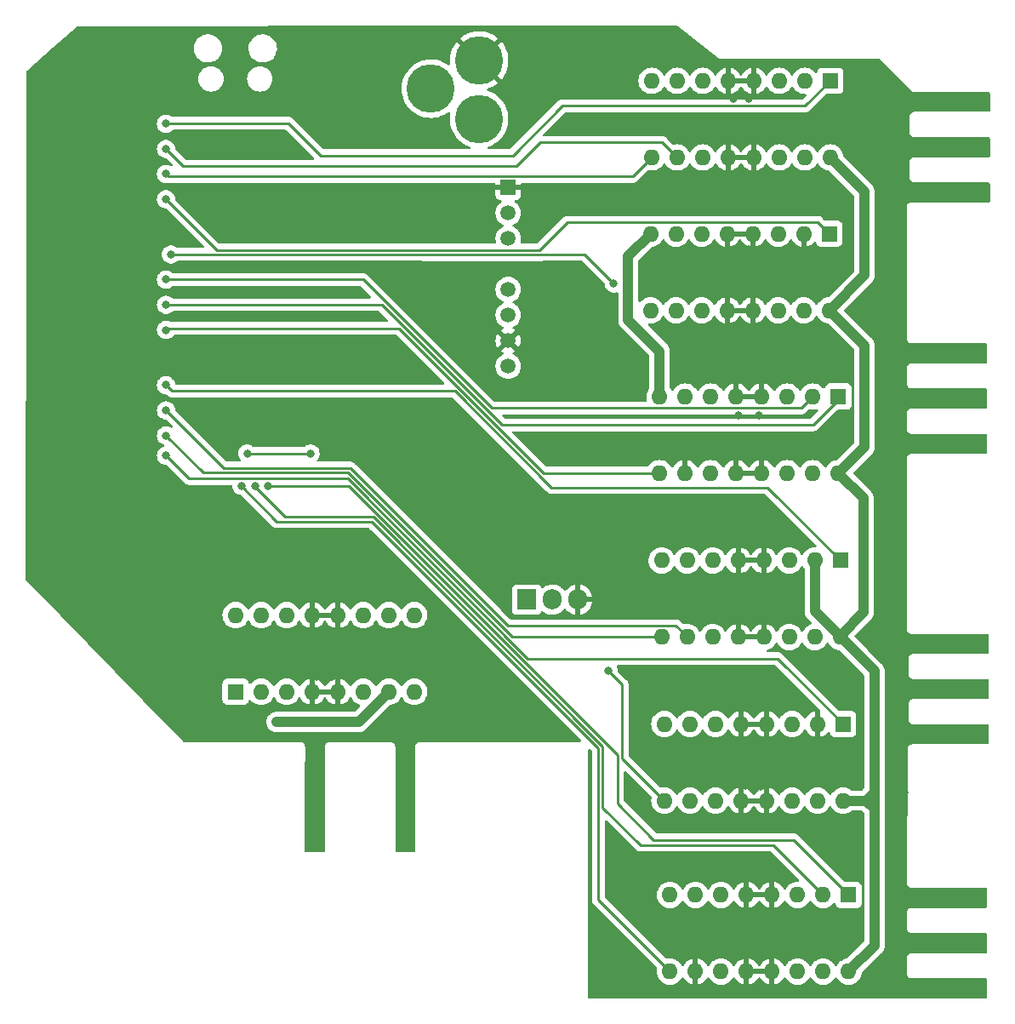
<source format=gbr>
%TF.GenerationSoftware,KiCad,Pcbnew,(6.0.7)*%
%TF.CreationDate,2023-04-21T16:09:57-05:00*%
%TF.ProjectId,RevisedControlBoard,52657669-7365-4644-936f-6e74726f6c42,rev?*%
%TF.SameCoordinates,Original*%
%TF.FileFunction,Copper,L2,Bot*%
%TF.FilePolarity,Positive*%
%FSLAX46Y46*%
G04 Gerber Fmt 4.6, Leading zero omitted, Abs format (unit mm)*
G04 Created by KiCad (PCBNEW (6.0.7)) date 2023-04-21 16:09:57*
%MOMM*%
%LPD*%
G01*
G04 APERTURE LIST*
%TA.AperFunction,ComponentPad*%
%ADD10R,1.600000X1.600000*%
%TD*%
%TA.AperFunction,ComponentPad*%
%ADD11O,1.600000X1.600000*%
%TD*%
%TA.AperFunction,ComponentPad*%
%ADD12R,1.508000X1.508000*%
%TD*%
%TA.AperFunction,ComponentPad*%
%ADD13C,1.508000*%
%TD*%
%TA.AperFunction,ComponentPad*%
%ADD14C,4.800000*%
%TD*%
%TA.AperFunction,ComponentPad*%
%ADD15R,1.905000X2.000000*%
%TD*%
%TA.AperFunction,ComponentPad*%
%ADD16O,1.905000X2.000000*%
%TD*%
%TA.AperFunction,ViaPad*%
%ADD17C,0.800000*%
%TD*%
%TA.AperFunction,Conductor*%
%ADD18C,1.000000*%
%TD*%
%TA.AperFunction,Conductor*%
%ADD19C,0.250000*%
%TD*%
G04 APERTURE END LIST*
D10*
%TO.P,U6,1,EN1\u002C2*%
%TO.N,G4C*%
X190430000Y-125200000D03*
D11*
%TO.P,U6,2,1A*%
%TO.N,G4B*%
X187890000Y-125200000D03*
%TO.P,U6,3,1Y*%
%TO.N,Net-(G4M1-Pad1)*%
X185350000Y-125200000D03*
%TO.P,U6,4,GND*%
%TO.N,GND1*%
X182810000Y-125200000D03*
%TO.P,U6,5,GND*%
X180270000Y-125200000D03*
%TO.P,U6,6,2Y*%
%TO.N,unconnected-(U6-Pad6)*%
X177730000Y-125200000D03*
%TO.P,U6,7,2A*%
%TO.N,unconnected-(U6-Pad7)*%
X175190000Y-125200000D03*
%TO.P,U6,8,VCC2*%
%TO.N,18V*%
X172650000Y-125200000D03*
%TO.P,U6,9,EN3\u002C4*%
%TO.N,G4D*%
X172650000Y-132820000D03*
%TO.P,U6,10,3A*%
%TO.N,GND1*%
X175190000Y-132820000D03*
%TO.P,U6,11,3Y*%
%TO.N,Net-(G4L1-Pad1)*%
X177730000Y-132820000D03*
%TO.P,U6,12,GND*%
%TO.N,GND1*%
X180270000Y-132820000D03*
%TO.P,U6,13,GND*%
X182810000Y-132820000D03*
%TO.P,U6,14,4Y*%
%TO.N,unconnected-(U6-Pad14)*%
X185350000Y-132820000D03*
%TO.P,U6,15,4A*%
%TO.N,unconnected-(U6-Pad15)*%
X187890000Y-132820000D03*
%TO.P,U6,16,VCC1*%
%TO.N,+5V*%
X190430000Y-132820000D03*
%TD*%
D10*
%TO.P,U5,1,EN1\u002C2*%
%TO.N,G1D*%
X188505000Y-59430000D03*
D11*
%TO.P,U5,2,1A*%
%TO.N,GND1*%
X185965000Y-59430000D03*
%TO.P,U5,3,1Y*%
%TO.N,Net-(G1L1-Pad1)*%
X183425000Y-59430000D03*
%TO.P,U5,4,GND*%
%TO.N,GND1*%
X180885000Y-59430000D03*
%TO.P,U5,5,GND*%
X178345000Y-59430000D03*
%TO.P,U5,6,2Y*%
%TO.N,unconnected-(U5-Pad6)*%
X175805000Y-59430000D03*
%TO.P,U5,7,2A*%
%TO.N,unconnected-(U5-Pad7)*%
X173265000Y-59430000D03*
%TO.P,U5,8,VCC2*%
%TO.N,18V*%
X170725000Y-59430000D03*
%TO.P,U5,9,EN3\u002C4*%
%TO.N,G2A*%
X170725000Y-67050000D03*
%TO.P,U5,10,3A*%
%TO.N,+5V*%
X173265000Y-67050000D03*
%TO.P,U5,11,3Y*%
%TO.N,Net-(G2R1-Pad1)*%
X175805000Y-67050000D03*
%TO.P,U5,12,GND*%
%TO.N,GND1*%
X178345000Y-67050000D03*
%TO.P,U5,13,GND*%
X180885000Y-67050000D03*
%TO.P,U5,14,4Y*%
%TO.N,unconnected-(U5-Pad14)*%
X183425000Y-67050000D03*
%TO.P,U5,15,4A*%
%TO.N,unconnected-(U5-Pad15)*%
X185965000Y-67050000D03*
%TO.P,U5,16,VCC1*%
%TO.N,+5V*%
X188505000Y-67050000D03*
%TD*%
D12*
%TO.P,PS1,1,GND*%
%TO.N,GND1*%
X156550000Y-54822500D03*
D13*
%TO.P,PS1,2,VIN*%
%TO.N,18V*%
X156550000Y-57362500D03*
%TO.P,PS1,3,NC*%
%TO.N,unconnected-(PS1-Pad3)*%
X156550000Y-59902500D03*
%TO.P,PS1,5,NC*%
%TO.N,unconnected-(PS1-Pad5)*%
X156550000Y-64982500D03*
%TO.P,PS1,6,+VO*%
%TO.N,+5V*%
X156550000Y-67522500D03*
%TO.P,PS1,7,0V*%
%TO.N,GND1*%
X156550000Y-70062500D03*
%TO.P,PS1,8,NC*%
%TO.N,unconnected-(PS1-Pad8)*%
X156550000Y-72602500D03*
%TD*%
D10*
%TO.P,U4,1,EN1\u002C2*%
%TO.N,G1A*%
X188605000Y-44230000D03*
D11*
%TO.P,U4,2,1A*%
%TO.N,+5V*%
X186065000Y-44230000D03*
%TO.P,U4,3,1Y*%
%TO.N,Net-(G1R1-Pad1)*%
X183525000Y-44230000D03*
%TO.P,U4,4,GND*%
%TO.N,GND1*%
X180985000Y-44230000D03*
%TO.P,U4,5,GND*%
X178445000Y-44230000D03*
%TO.P,U4,6,2Y*%
%TO.N,unconnected-(U4-Pad6)*%
X175905000Y-44230000D03*
%TO.P,U4,7,2A*%
%TO.N,unconnected-(U4-Pad7)*%
X173365000Y-44230000D03*
%TO.P,U4,8,VCC2*%
%TO.N,18V*%
X170825000Y-44230000D03*
%TO.P,U4,9,EN3\u002C4*%
%TO.N,G1C*%
X170825000Y-51850000D03*
%TO.P,U4,10,3A*%
%TO.N,G1B*%
X173365000Y-51850000D03*
%TO.P,U4,11,3Y*%
%TO.N,Net-(G1M1-Pad1)*%
X175905000Y-51850000D03*
%TO.P,U4,12,GND*%
%TO.N,GND1*%
X178445000Y-51850000D03*
%TO.P,U4,13,GND*%
X180985000Y-51850000D03*
%TO.P,U4,14,4Y*%
%TO.N,unconnected-(U4-Pad14)*%
X183525000Y-51850000D03*
%TO.P,U4,15,4A*%
%TO.N,unconnected-(U4-Pad15)*%
X186065000Y-51850000D03*
%TO.P,U4,16,VCC1*%
%TO.N,+5V*%
X188605000Y-51850000D03*
%TD*%
D10*
%TO.P,U7,1,EN1\u002C2*%
%TO.N,G3A*%
X189605000Y-91930000D03*
D11*
%TO.P,U7,2,1A*%
%TO.N,+5V*%
X187065000Y-91930000D03*
%TO.P,U7,3,1Y*%
%TO.N,Net-(G3R1-Pad1)*%
X184525000Y-91930000D03*
%TO.P,U7,4,GND*%
%TO.N,GND1*%
X181985000Y-91930000D03*
%TO.P,U7,5,GND*%
X179445000Y-91930000D03*
%TO.P,U7,6,2Y*%
%TO.N,unconnected-(U7-Pad6)*%
X176905000Y-91930000D03*
%TO.P,U7,7,2A*%
%TO.N,unconnected-(U7-Pad7)*%
X174365000Y-91930000D03*
%TO.P,U7,8,VCC2*%
%TO.N,18V*%
X171825000Y-91930000D03*
%TO.P,U7,9,EN3\u002C4*%
%TO.N,G3C*%
X171825000Y-99550000D03*
%TO.P,U7,10,3A*%
%TO.N,G3B*%
X174365000Y-99550000D03*
%TO.P,U7,11,3Y*%
%TO.N,Net-(G3M1-Pad1)*%
X176905000Y-99550000D03*
%TO.P,U7,12,GND*%
%TO.N,GND1*%
X179445000Y-99550000D03*
%TO.P,U7,13,GND*%
X181985000Y-99550000D03*
%TO.P,U7,14,4Y*%
%TO.N,unconnected-(U7-Pad14)*%
X184525000Y-99550000D03*
%TO.P,U7,15,4A*%
%TO.N,unconnected-(U7-Pad15)*%
X187065000Y-99550000D03*
%TO.P,U7,16,VCC1*%
%TO.N,+5V*%
X189605000Y-99550000D03*
%TD*%
D14*
%TO.P,J1,1,POWER*%
%TO.N,18V*%
X153650000Y-48009500D03*
%TO.P,J1,2,GND_1*%
%TO.N,GND1*%
X153650000Y-42209500D03*
%TO.P,J1,3,GND_2*%
%TO.N,unconnected-(J1-Pad3)*%
X148850000Y-45009500D03*
%TD*%
D15*
%TO.P,Q1,1,G*%
%TO.N,PWM*%
X158390000Y-95835000D03*
D16*
%TO.P,Q1,2,D*%
%TO.N,RAIL*%
X160930000Y-95835000D03*
%TO.P,Q1,3,S*%
%TO.N,GND1*%
X163470000Y-95835000D03*
%TD*%
D10*
%TO.P,U3,1,EN1\u002C2*%
%TO.N,G2C*%
X189405000Y-75630000D03*
D11*
%TO.P,U3,2,1A*%
%TO.N,G2B*%
X186865000Y-75630000D03*
%TO.P,U3,3,1Y*%
%TO.N,Net-(G2M1-Pad1)*%
X184325000Y-75630000D03*
%TO.P,U3,4,GND*%
%TO.N,GND1*%
X181785000Y-75630000D03*
%TO.P,U3,5,GND*%
X179245000Y-75630000D03*
%TO.P,U3,6,2Y*%
%TO.N,unconnected-(U3-Pad6)*%
X176705000Y-75630000D03*
%TO.P,U3,7,2A*%
%TO.N,unconnected-(U3-Pad7)*%
X174165000Y-75630000D03*
%TO.P,U3,8,VCC2*%
%TO.N,18V*%
X171625000Y-75630000D03*
%TO.P,U3,9,EN3\u002C4*%
%TO.N,G2D*%
X171625000Y-83250000D03*
%TO.P,U3,10,3A*%
%TO.N,GND1*%
X174165000Y-83250000D03*
%TO.P,U3,11,3Y*%
%TO.N,Net-(G2L1-Pad1)*%
X176705000Y-83250000D03*
%TO.P,U3,12,GND*%
%TO.N,GND1*%
X179245000Y-83250000D03*
%TO.P,U3,13,GND*%
X181785000Y-83250000D03*
%TO.P,U3,14,4Y*%
%TO.N,unconnected-(U3-Pad14)*%
X184325000Y-83250000D03*
%TO.P,U3,15,4A*%
%TO.N,unconnected-(U3-Pad15)*%
X186865000Y-83250000D03*
%TO.P,U3,16,VCC1*%
%TO.N,+5V*%
X189405000Y-83250000D03*
%TD*%
D10*
%TO.P,U8,1,EN1\u002C2*%
%TO.N,G3D*%
X189875000Y-108200000D03*
D11*
%TO.P,U8,2,1A*%
%TO.N,GND1*%
X187335000Y-108200000D03*
%TO.P,U8,3,1Y*%
%TO.N,Net-(G3L1-Pad1)*%
X184795000Y-108200000D03*
%TO.P,U8,4,GND*%
%TO.N,GND1*%
X182255000Y-108200000D03*
%TO.P,U8,5,GND*%
X179715000Y-108200000D03*
%TO.P,U8,6,2Y*%
%TO.N,unconnected-(U8-Pad6)*%
X177175000Y-108200000D03*
%TO.P,U8,7,2A*%
%TO.N,unconnected-(U8-Pad7)*%
X174635000Y-108200000D03*
%TO.P,U8,8,VCC2*%
%TO.N,18V*%
X172095000Y-108200000D03*
%TO.P,U8,9,EN3\u002C4*%
%TO.N,G4A*%
X172095000Y-115820000D03*
%TO.P,U8,10,3A*%
%TO.N,+5V*%
X174635000Y-115820000D03*
%TO.P,U8,11,3Y*%
%TO.N,Net-(G4R1-Pad1)*%
X177175000Y-115820000D03*
%TO.P,U8,12,GND*%
%TO.N,GND1*%
X179715000Y-115820000D03*
%TO.P,U8,13,GND*%
X182255000Y-115820000D03*
%TO.P,U8,14,4Y*%
%TO.N,unconnected-(U8-Pad14)*%
X184795000Y-115820000D03*
%TO.P,U8,15,4A*%
%TO.N,unconnected-(U8-Pad15)*%
X187335000Y-115820000D03*
%TO.P,U8,16,VCC1*%
%TO.N,+5V*%
X189875000Y-115820000D03*
%TD*%
D10*
%TO.P,U1,1,EN1\u002C2*%
%TO.N,RAIL*%
X129425000Y-105000000D03*
D11*
%TO.P,U1,2,1A*%
%TO.N,Rail1*%
X131965000Y-105000000D03*
%TO.P,U1,3,1Y*%
%TO.N,Net-(RailA1-Pad1)*%
X134505000Y-105000000D03*
%TO.P,U1,4,GND*%
%TO.N,GND1*%
X137045000Y-105000000D03*
%TO.P,U1,5,GND*%
X139585000Y-105000000D03*
%TO.P,U1,6,2Y*%
%TO.N,Net-(RailB1-Pad1)*%
X142125000Y-105000000D03*
%TO.P,U1,7,2A*%
%TO.N,Rail2*%
X144665000Y-105000000D03*
%TO.P,U1,8,VCC2*%
%TO.N,18V*%
X147205000Y-105000000D03*
%TO.P,U1,9,EN3\u002C4*%
%TO.N,unconnected-(U1-Pad9)*%
X147205000Y-97380000D03*
%TO.P,U1,10,3A*%
%TO.N,unconnected-(U1-Pad10)*%
X144665000Y-97380000D03*
%TO.P,U1,11,3Y*%
%TO.N,unconnected-(U1-Pad11)*%
X142125000Y-97380000D03*
%TO.P,U1,12,GND*%
%TO.N,GND1*%
X139585000Y-97380000D03*
%TO.P,U1,13,GND*%
X137045000Y-97380000D03*
%TO.P,U1,14,4Y*%
%TO.N,unconnected-(U1-Pad14)*%
X134505000Y-97380000D03*
%TO.P,U1,15,4A*%
%TO.N,unconnected-(U1-Pad15)*%
X131965000Y-97380000D03*
%TO.P,U1,16,VCC1*%
%TO.N,+5V*%
X129425000Y-97380000D03*
%TD*%
D17*
%TO.N,GND1*%
X194000000Y-95000000D03*
X180120000Y-114300000D03*
X181650000Y-114380000D03*
X182060000Y-109800000D03*
X180010000Y-109900000D03*
X196000000Y-115000000D03*
X179720000Y-131230000D03*
X182240000Y-131200000D03*
X182350000Y-126960000D03*
X179770000Y-127120000D03*
X194570000Y-127350000D03*
X139000000Y-99500000D03*
X116500000Y-92000000D03*
X130720000Y-87020000D03*
X180500000Y-46000000D03*
X192000000Y-45500000D03*
X179500000Y-77500000D03*
X136000000Y-46000000D03*
X123000000Y-59000000D03*
X137500000Y-99500000D03*
X174500000Y-81000000D03*
X179000000Y-46000000D03*
X180500000Y-61000000D03*
X122500000Y-46000000D03*
X123000000Y-72000000D03*
X180000000Y-97500000D03*
X180500000Y-49500000D03*
X180500000Y-65000000D03*
X144500000Y-93500000D03*
X179500000Y-81500000D03*
X181500000Y-93500000D03*
X181500000Y-81500000D03*
X123000000Y-83500000D03*
X136000000Y-72500000D03*
X124500000Y-98500000D03*
X179000000Y-49500000D03*
X178500000Y-65000000D03*
X139000000Y-103500000D03*
X137500000Y-103500000D03*
X179000000Y-61000000D03*
X180000000Y-93500000D03*
X181500000Y-97500000D03*
X153500000Y-100500000D03*
X181500000Y-77500000D03*
%TO.N,Rail2*%
X133500000Y-108000000D03*
%TO.N,G1A*%
X122500000Y-48500000D03*
%TO.N,G2A*%
X167050000Y-64370000D03*
X123000000Y-61500000D03*
%TO.N,G3A*%
X122500000Y-74500000D03*
%TO.N,G4A*%
X166540000Y-102930000D03*
%TO.N,G1B*%
X122500000Y-51000000D03*
%TO.N,G1C*%
X122500000Y-53500000D03*
%TO.N,G1D*%
X122500000Y-56000000D03*
%TO.N,G2B*%
X122500000Y-64000000D03*
%TO.N,G2C*%
X122500000Y-66500000D03*
%TO.N,G2D*%
X122500000Y-69000000D03*
%TO.N,G3B*%
X122500000Y-77000000D03*
%TO.N,G3C*%
X122500000Y-79500000D03*
%TO.N,G4D*%
X130580000Y-81300000D03*
X130000000Y-84499500D03*
X136870000Y-81300000D03*
%TO.N,G4C*%
X132650000Y-84499500D03*
%TO.N,G4B*%
X131350000Y-84499500D03*
%TO.N,G3D*%
X122500000Y-81500000D03*
%TD*%
D18*
%TO.N,+5V*%
X187065000Y-97010000D02*
X189605000Y-99550000D01*
X187065000Y-91930000D02*
X187065000Y-97010000D01*
X193000000Y-116640000D02*
X193000000Y-117000000D01*
X192180000Y-115820000D02*
X193000000Y-116640000D01*
X193000000Y-117000000D02*
X193000000Y-115000000D01*
X193000000Y-130250000D02*
X193000000Y-117000000D01*
X189875000Y-115820000D02*
X192180000Y-115820000D01*
X192180000Y-115820000D02*
X193000000Y-115000000D01*
X193000000Y-115000000D02*
X193000000Y-102945000D01*
X193000000Y-102945000D02*
X189605000Y-99550000D01*
X190430000Y-132820000D02*
X193000000Y-130250000D01*
D19*
%TO.N,G4A*%
X167880000Y-111605000D02*
X167880000Y-110520000D01*
X172095000Y-115820000D02*
X167880000Y-111605000D01*
X167880000Y-110520000D02*
X167880000Y-104270000D01*
%TO.N,G3D*%
X140574188Y-83775000D02*
X124775000Y-83775000D01*
X158479188Y-101680000D02*
X140574188Y-83775000D01*
X183355000Y-101680000D02*
X158479188Y-101680000D01*
X190105000Y-108430000D02*
X183355000Y-101680000D01*
X124775000Y-83775000D02*
X122500000Y-81500000D01*
%TO.N,G4D*%
X130000000Y-84570000D02*
X130000000Y-84499500D01*
X133490000Y-88060000D02*
X130000000Y-84570000D01*
X165500000Y-125670000D02*
X165500000Y-110610000D01*
X165500000Y-110610000D02*
X142950000Y-88060000D01*
X142950000Y-88060000D02*
X133490000Y-88060000D01*
X172650000Y-132820000D02*
X165500000Y-125670000D01*
%TO.N,G4B*%
X169690000Y-120240000D02*
X165960000Y-116510000D01*
X182930000Y-120240000D02*
X169690000Y-120240000D01*
X187890000Y-125200000D02*
X182930000Y-120240000D01*
X165960000Y-110433604D02*
X165960000Y-116510000D01*
%TO.N,G4C*%
X184960000Y-119730000D02*
X190430000Y-125200000D01*
X140662292Y-84499500D02*
X167430000Y-111267208D01*
X167430000Y-111267208D02*
X167430000Y-116120000D01*
X167430000Y-116120000D02*
X171040000Y-119730000D01*
X171040000Y-119730000D02*
X184960000Y-119730000D01*
X132650000Y-84499500D02*
X140662292Y-84499500D01*
D18*
%TO.N,18V*%
X171625000Y-75630000D02*
X171625000Y-71125000D01*
X171625000Y-71125000D02*
X168500000Y-68000000D01*
X168500000Y-61655000D02*
X170725000Y-59430000D01*
X168500000Y-68000000D02*
X168500000Y-61655000D01*
%TO.N,+5V*%
X191900000Y-85745000D02*
X189405000Y-83250000D01*
X191900000Y-97100000D02*
X191900000Y-85745000D01*
X192000000Y-80655000D02*
X192000000Y-70545000D01*
X192000000Y-70545000D02*
X188505000Y-67050000D01*
X189605000Y-99395000D02*
X191900000Y-97100000D01*
X189405000Y-83250000D02*
X192000000Y-80655000D01*
X189605000Y-99550000D02*
X189605000Y-99395000D01*
X188505000Y-67050000D02*
X192000000Y-63555000D01*
X192000000Y-55245000D02*
X188605000Y-51850000D01*
X192000000Y-63555000D02*
X192000000Y-55245000D01*
%TO.N,Rail2*%
X141665000Y-108000000D02*
X144665000Y-105000000D01*
X133500000Y-108000000D02*
X141665000Y-108000000D01*
D19*
%TO.N,G1A*%
X122550000Y-48450000D02*
X122500000Y-48500000D01*
X186110000Y-46725000D02*
X161935000Y-46725000D01*
X157002787Y-51657213D02*
X137897213Y-51657213D01*
X188605000Y-44230000D02*
X186110000Y-46725000D01*
X134690000Y-48450000D02*
X122550000Y-48450000D01*
X137897213Y-51657213D02*
X134690000Y-48450000D01*
X161935000Y-46725000D02*
X157002787Y-51657213D01*
%TO.N,G2A*%
X148080000Y-61500000D02*
X123000000Y-61500000D01*
X167050000Y-64370000D02*
X164180000Y-61500000D01*
X148080000Y-61500000D02*
X148100000Y-61520000D01*
X148100000Y-61520000D02*
X159876396Y-61520000D01*
X164180000Y-61500000D02*
X159896396Y-61500000D01*
X159876396Y-61520000D02*
X159896396Y-61500000D01*
%TO.N,G3A*%
X189605000Y-91930000D02*
X182355000Y-84680000D01*
X160873604Y-84680000D02*
X151253604Y-75060000D01*
X123060000Y-75060000D02*
X122500000Y-74500000D01*
X182355000Y-84680000D02*
X160873604Y-84680000D01*
X151253604Y-75060000D02*
X123060000Y-75060000D01*
%TO.N,G4A*%
X167880000Y-104270000D02*
X166540000Y-102930000D01*
%TO.N,G1B*%
X171865000Y-50350000D02*
X159720000Y-50350000D01*
X159720000Y-50350000D02*
X157360000Y-52710000D01*
X124210000Y-52710000D02*
X122500000Y-51000000D01*
X157360000Y-52710000D02*
X124210000Y-52710000D01*
X173365000Y-51850000D02*
X171865000Y-50350000D01*
%TO.N,G1C*%
X168931500Y-53743500D02*
X122743500Y-53743500D01*
X170825000Y-51850000D02*
X168931500Y-53743500D01*
X122743500Y-53743500D02*
X122500000Y-53500000D01*
%TO.N,G1D*%
X188505000Y-59430000D02*
X187380000Y-58305000D01*
X127550000Y-61050000D02*
X122500000Y-56000000D01*
X159690000Y-61070000D02*
X148286396Y-61070000D01*
X148286396Y-61070000D02*
X148266396Y-61050000D01*
X162455000Y-58305000D02*
X159690000Y-61070000D01*
X187380000Y-58305000D02*
X162455000Y-58305000D01*
X148266396Y-61050000D02*
X127550000Y-61050000D01*
%TO.N,G2B*%
X154877792Y-76775000D02*
X142102792Y-64000000D01*
X142102792Y-64000000D02*
X122500000Y-64000000D01*
X185720000Y-76775000D02*
X154877792Y-76775000D01*
X186865000Y-75630000D02*
X185720000Y-76775000D01*
%TO.N,G2C*%
X143966396Y-66500000D02*
X122500000Y-66500000D01*
X189405000Y-75945000D02*
X186910000Y-78440000D01*
X189405000Y-75630000D02*
X189405000Y-75945000D01*
X186910000Y-78440000D02*
X155906396Y-78440000D01*
X155906396Y-78440000D02*
X143966396Y-66500000D01*
%TO.N,G2D*%
X122670000Y-68830000D02*
X122500000Y-69000000D01*
X160080000Y-83250000D02*
X145660000Y-68830000D01*
X145660000Y-68830000D02*
X122670000Y-68830000D01*
X171625000Y-83250000D02*
X160080000Y-83250000D01*
%TO.N,G3B*%
X128250000Y-82750000D02*
X122500000Y-77000000D01*
X156496980Y-98425000D02*
X140821980Y-82750000D01*
X174365000Y-99550000D02*
X173240000Y-98425000D01*
X173240000Y-98425000D02*
X156496980Y-98425000D01*
X140821980Y-82750000D02*
X128250000Y-82750000D01*
%TO.N,G3C*%
X126200000Y-83200000D02*
X122500000Y-79500000D01*
X156985584Y-99550000D02*
X140635584Y-83200000D01*
X171825000Y-99550000D02*
X156985584Y-99550000D01*
X140635584Y-83200000D02*
X126200000Y-83200000D01*
%TO.N,G4D*%
X130580000Y-81300000D02*
X136870000Y-81300000D01*
%TO.N,G4B*%
X131350000Y-84499500D02*
X131350000Y-84630000D01*
X143136396Y-87610000D02*
X165960000Y-110433604D01*
X134330000Y-87610000D02*
X143136396Y-87610000D01*
X131350000Y-84630000D02*
X134330000Y-87610000D01*
%TD*%
%TA.AperFunction,Conductor*%
%TO.N,GND1*%
G36*
X173350766Y-38728751D02*
G01*
X173360159Y-38735389D01*
X173453783Y-38808183D01*
X177441990Y-41909084D01*
X177447938Y-41914008D01*
X177481757Y-41943800D01*
X177488491Y-41949732D01*
X177531195Y-41969716D01*
X177540225Y-41974397D01*
X177573371Y-41993316D01*
X177573374Y-41993317D01*
X177581170Y-41997767D01*
X177589905Y-41999850D01*
X177592133Y-42000731D01*
X177609978Y-42006962D01*
X177612286Y-42007664D01*
X177620418Y-42011470D01*
X177666997Y-42018663D01*
X177676993Y-42020623D01*
X177722853Y-42031561D01*
X177780866Y-42028638D01*
X177787040Y-42028478D01*
X182994722Y-42021928D01*
X193407356Y-42008831D01*
X193475501Y-42028747D01*
X193496609Y-42045736D01*
X196590177Y-45139304D01*
X196597800Y-45148844D01*
X196598168Y-45148530D01*
X196603986Y-45155366D01*
X196608776Y-45162958D01*
X196642873Y-45193071D01*
X196649125Y-45198593D01*
X196654812Y-45203939D01*
X196666255Y-45215382D01*
X196670473Y-45218543D01*
X196674630Y-45221659D01*
X196682459Y-45228033D01*
X196717951Y-45259378D01*
X196726074Y-45263192D01*
X196728562Y-45264826D01*
X196743523Y-45273814D01*
X196746109Y-45275230D01*
X196753295Y-45280616D01*
X196797650Y-45297244D01*
X196806948Y-45301162D01*
X196849800Y-45321281D01*
X196858666Y-45322662D01*
X196861467Y-45323518D01*
X196878404Y-45327962D01*
X196881284Y-45328595D01*
X196889684Y-45331744D01*
X196898629Y-45332409D01*
X196898630Y-45332409D01*
X196936889Y-45335252D01*
X196946937Y-45336406D01*
X196951588Y-45337130D01*
X196960386Y-45338500D01*
X196975923Y-45338500D01*
X196985261Y-45338847D01*
X197025990Y-45341874D01*
X197025991Y-45341874D01*
X197034941Y-45342539D01*
X197043716Y-45340666D01*
X197051973Y-45340103D01*
X197067162Y-45338500D01*
X197763988Y-45338500D01*
X204365499Y-45338501D01*
X204433620Y-45358503D01*
X204480113Y-45412159D01*
X204491499Y-45464501D01*
X204491500Y-45904348D01*
X204491501Y-46797891D01*
X204491501Y-47195501D01*
X204471499Y-47263622D01*
X204417843Y-47310115D01*
X204365501Y-47321501D01*
X197008623Y-47321501D01*
X197007853Y-47321499D01*
X197007037Y-47321494D01*
X196930279Y-47321025D01*
X196916336Y-47325010D01*
X196901847Y-47329151D01*
X196885085Y-47332729D01*
X196855813Y-47336921D01*
X196847645Y-47340635D01*
X196847644Y-47340635D01*
X196832438Y-47347549D01*
X196814914Y-47353997D01*
X196790229Y-47361052D01*
X196782635Y-47365844D01*
X196782632Y-47365845D01*
X196765220Y-47376831D01*
X196750137Y-47384970D01*
X196723218Y-47397209D01*
X196716416Y-47403070D01*
X196703765Y-47413971D01*
X196688761Y-47425074D01*
X196667042Y-47438777D01*
X196661103Y-47445502D01*
X196661099Y-47445505D01*
X196647468Y-47460939D01*
X196635276Y-47472983D01*
X196619673Y-47486428D01*
X196619671Y-47486431D01*
X196612873Y-47492288D01*
X196607993Y-47499817D01*
X196607992Y-47499818D01*
X196598906Y-47513836D01*
X196587615Y-47528710D01*
X196576569Y-47541218D01*
X196570622Y-47547952D01*
X196558058Y-47574712D01*
X196549737Y-47589692D01*
X196538529Y-47606984D01*
X196538527Y-47606989D01*
X196533648Y-47614516D01*
X196531078Y-47623109D01*
X196531076Y-47623114D01*
X196526289Y-47639121D01*
X196519628Y-47656565D01*
X196512533Y-47671677D01*
X196508719Y-47679801D01*
X196507338Y-47688668D01*
X196507338Y-47688669D01*
X196504170Y-47709016D01*
X196500387Y-47725733D01*
X196494485Y-47745467D01*
X196494484Y-47745473D01*
X196491914Y-47754067D01*
X196491859Y-47763038D01*
X196491859Y-47763039D01*
X196491704Y-47788498D01*
X196491671Y-47789290D01*
X196491500Y-47790387D01*
X196491500Y-47821378D01*
X196491498Y-47822148D01*
X196491024Y-47899722D01*
X196491408Y-47901066D01*
X196491500Y-47902411D01*
X196491500Y-49321377D01*
X196491498Y-49322147D01*
X196491024Y-49399721D01*
X196493491Y-49408352D01*
X196499150Y-49428153D01*
X196502728Y-49444915D01*
X196506920Y-49474187D01*
X196510634Y-49482355D01*
X196510634Y-49482356D01*
X196517548Y-49497562D01*
X196523996Y-49515086D01*
X196531051Y-49539771D01*
X196535843Y-49547365D01*
X196535844Y-49547368D01*
X196546830Y-49564780D01*
X196554969Y-49579863D01*
X196567208Y-49606782D01*
X196573069Y-49613584D01*
X196583970Y-49626235D01*
X196595073Y-49641239D01*
X196608776Y-49662958D01*
X196615501Y-49668897D01*
X196615504Y-49668901D01*
X196630938Y-49682532D01*
X196642982Y-49694724D01*
X196656427Y-49710327D01*
X196656430Y-49710329D01*
X196662287Y-49717127D01*
X196669816Y-49722007D01*
X196669817Y-49722008D01*
X196683835Y-49731094D01*
X196698709Y-49742385D01*
X196708767Y-49751267D01*
X196717951Y-49759378D01*
X196744711Y-49771942D01*
X196759691Y-49780263D01*
X196776983Y-49791471D01*
X196776988Y-49791473D01*
X196784515Y-49796352D01*
X196793108Y-49798922D01*
X196793113Y-49798924D01*
X196809120Y-49803711D01*
X196826564Y-49810372D01*
X196841676Y-49817467D01*
X196841678Y-49817468D01*
X196849800Y-49821281D01*
X196858667Y-49822662D01*
X196858668Y-49822662D01*
X196868310Y-49824163D01*
X196879017Y-49825830D01*
X196895732Y-49829613D01*
X196915466Y-49835515D01*
X196915472Y-49835516D01*
X196924066Y-49838086D01*
X196933037Y-49838141D01*
X196933038Y-49838141D01*
X196943097Y-49838202D01*
X196958506Y-49838296D01*
X196959289Y-49838329D01*
X196960386Y-49838500D01*
X196991377Y-49838500D01*
X196992147Y-49838502D01*
X197065785Y-49838952D01*
X197065786Y-49838952D01*
X197069721Y-49838976D01*
X197071065Y-49838592D01*
X197072410Y-49838500D01*
X204365501Y-49838500D01*
X204433622Y-49858502D01*
X204480115Y-49912158D01*
X204491501Y-49964500D01*
X204491500Y-51695500D01*
X204471498Y-51763621D01*
X204417842Y-51810114D01*
X204365500Y-51821500D01*
X197008623Y-51821500D01*
X197007853Y-51821498D01*
X197007037Y-51821493D01*
X196930279Y-51821024D01*
X196907918Y-51827415D01*
X196901847Y-51829150D01*
X196885085Y-51832728D01*
X196855813Y-51836920D01*
X196847645Y-51840634D01*
X196847644Y-51840634D01*
X196832438Y-51847548D01*
X196814914Y-51853996D01*
X196790229Y-51861051D01*
X196782635Y-51865843D01*
X196782632Y-51865844D01*
X196765220Y-51876830D01*
X196750137Y-51884969D01*
X196723218Y-51897208D01*
X196716416Y-51903069D01*
X196703765Y-51913970D01*
X196688761Y-51925073D01*
X196667042Y-51938776D01*
X196661103Y-51945501D01*
X196661099Y-51945504D01*
X196647468Y-51960938D01*
X196635276Y-51972982D01*
X196619673Y-51986427D01*
X196619671Y-51986430D01*
X196612873Y-51992287D01*
X196607993Y-51999816D01*
X196607992Y-51999817D01*
X196598906Y-52013835D01*
X196587615Y-52028709D01*
X196576569Y-52041217D01*
X196570622Y-52047951D01*
X196559045Y-52072608D01*
X196558058Y-52074711D01*
X196549737Y-52089691D01*
X196538529Y-52106983D01*
X196538527Y-52106988D01*
X196533648Y-52114515D01*
X196531078Y-52123108D01*
X196531076Y-52123113D01*
X196526289Y-52139120D01*
X196519628Y-52156564D01*
X196512533Y-52171676D01*
X196508719Y-52179800D01*
X196507338Y-52188667D01*
X196507338Y-52188668D01*
X196504170Y-52209015D01*
X196500387Y-52225732D01*
X196494485Y-52245466D01*
X196494484Y-52245472D01*
X196491914Y-52254066D01*
X196491859Y-52263037D01*
X196491859Y-52263038D01*
X196491704Y-52288497D01*
X196491671Y-52289289D01*
X196491500Y-52290386D01*
X196491500Y-52321377D01*
X196491498Y-52322147D01*
X196491024Y-52399721D01*
X196491408Y-52401065D01*
X196491500Y-52402410D01*
X196491500Y-53821377D01*
X196491498Y-53822147D01*
X196491024Y-53899721D01*
X196493491Y-53908352D01*
X196499150Y-53928153D01*
X196502728Y-53944915D01*
X196506920Y-53974187D01*
X196510634Y-53982355D01*
X196510634Y-53982356D01*
X196517548Y-53997562D01*
X196523996Y-54015086D01*
X196531051Y-54039771D01*
X196535843Y-54047365D01*
X196535844Y-54047368D01*
X196546830Y-54064780D01*
X196554969Y-54079863D01*
X196567208Y-54106782D01*
X196573069Y-54113584D01*
X196583970Y-54126235D01*
X196595073Y-54141239D01*
X196608776Y-54162958D01*
X196615501Y-54168897D01*
X196615504Y-54168901D01*
X196630938Y-54182532D01*
X196642982Y-54194724D01*
X196656427Y-54210327D01*
X196656430Y-54210329D01*
X196662287Y-54217127D01*
X196669816Y-54222007D01*
X196669817Y-54222008D01*
X196683835Y-54231094D01*
X196698709Y-54242385D01*
X196711217Y-54253431D01*
X196717951Y-54259378D01*
X196741742Y-54270548D01*
X196744711Y-54271942D01*
X196759691Y-54280263D01*
X196776983Y-54291471D01*
X196776988Y-54291473D01*
X196784515Y-54296352D01*
X196793108Y-54298922D01*
X196793113Y-54298924D01*
X196809120Y-54303711D01*
X196826564Y-54310372D01*
X196841676Y-54317467D01*
X196841678Y-54317468D01*
X196849800Y-54321281D01*
X196858667Y-54322662D01*
X196858668Y-54322662D01*
X196868310Y-54324163D01*
X196879017Y-54325830D01*
X196895732Y-54329613D01*
X196915466Y-54335515D01*
X196915472Y-54335516D01*
X196924066Y-54338086D01*
X196933037Y-54338141D01*
X196933038Y-54338141D01*
X196943097Y-54338202D01*
X196958506Y-54338296D01*
X196959289Y-54338329D01*
X196960386Y-54338500D01*
X196991378Y-54338500D01*
X196992148Y-54338502D01*
X197065785Y-54338952D01*
X197065786Y-54338952D01*
X197069721Y-54338976D01*
X197071065Y-54338592D01*
X197072410Y-54338500D01*
X197131203Y-54338500D01*
X204365499Y-54338501D01*
X204433620Y-54358503D01*
X204480113Y-54412159D01*
X204491499Y-54464501D01*
X204491500Y-54958033D01*
X204491501Y-55816635D01*
X204491501Y-56195500D01*
X204471499Y-56263621D01*
X204417843Y-56310114D01*
X204365501Y-56321500D01*
X196715258Y-56321500D01*
X196628583Y-56321259D01*
X196619964Y-56323754D01*
X196619961Y-56323754D01*
X196601202Y-56329183D01*
X196584037Y-56332877D01*
X196564704Y-56335646D01*
X196564699Y-56335647D01*
X196555813Y-56336920D01*
X196547639Y-56340636D01*
X196547637Y-56340637D01*
X196531466Y-56347989D01*
X196514347Y-56354320D01*
X196488667Y-56361753D01*
X196464606Y-56377047D01*
X196449173Y-56385407D01*
X196431388Y-56393493D01*
X196431386Y-56393494D01*
X196423218Y-56397208D01*
X196416420Y-56403065D01*
X196416419Y-56403066D01*
X196402961Y-56414662D01*
X196388307Y-56425543D01*
X196376327Y-56433159D01*
X196365740Y-56439888D01*
X196359822Y-56446635D01*
X196359820Y-56446636D01*
X196346941Y-56461318D01*
X196334467Y-56473681D01*
X196312873Y-56492287D01*
X196307993Y-56499816D01*
X196298327Y-56514729D01*
X196287318Y-56529283D01*
X196269684Y-56549384D01*
X196265900Y-56557514D01*
X196265895Y-56557522D01*
X196257654Y-56575229D01*
X196249152Y-56590596D01*
X196233648Y-56614515D01*
X196225984Y-56640142D01*
X196219504Y-56657196D01*
X196208221Y-56681438D01*
X196206870Y-56690309D01*
X196203928Y-56709626D01*
X196200082Y-56726752D01*
X196191914Y-56754066D01*
X196191859Y-56763043D01*
X196191859Y-56763044D01*
X196191702Y-56788786D01*
X196191641Y-56790310D01*
X196191371Y-56792081D01*
X196191386Y-56796655D01*
X196191386Y-56796662D01*
X196191479Y-56824318D01*
X196191478Y-56825468D01*
X196191024Y-56899721D01*
X196191601Y-56901740D01*
X196191743Y-56903775D01*
X196196013Y-58184771D01*
X196209960Y-62368794D01*
X196211498Y-62830289D01*
X196211499Y-62830709D01*
X196211501Y-69821346D01*
X196211499Y-69822116D01*
X196211025Y-69899720D01*
X196214271Y-69911078D01*
X196219151Y-69928152D01*
X196222729Y-69944914D01*
X196226921Y-69974186D01*
X196230635Y-69982354D01*
X196230635Y-69982355D01*
X196237549Y-69997561D01*
X196243997Y-70015085D01*
X196251052Y-70039770D01*
X196255844Y-70047364D01*
X196255845Y-70047367D01*
X196266831Y-70064779D01*
X196274970Y-70079862D01*
X196287209Y-70106781D01*
X196293070Y-70113583D01*
X196303971Y-70126234D01*
X196315074Y-70141238D01*
X196328777Y-70162957D01*
X196335502Y-70168896D01*
X196335505Y-70168900D01*
X196350939Y-70182531D01*
X196362983Y-70194723D01*
X196376428Y-70210326D01*
X196376431Y-70210328D01*
X196382288Y-70217126D01*
X196389817Y-70222006D01*
X196389818Y-70222007D01*
X196403836Y-70231093D01*
X196418710Y-70242384D01*
X196431218Y-70253430D01*
X196437952Y-70259377D01*
X196464712Y-70271941D01*
X196479692Y-70280262D01*
X196496984Y-70291470D01*
X196496989Y-70291472D01*
X196504516Y-70296351D01*
X196513109Y-70298921D01*
X196513114Y-70298923D01*
X196529121Y-70303710D01*
X196546565Y-70310371D01*
X196561677Y-70317466D01*
X196561679Y-70317467D01*
X196569801Y-70321280D01*
X196578668Y-70322661D01*
X196578669Y-70322661D01*
X196588311Y-70324162D01*
X196599018Y-70325829D01*
X196615733Y-70329612D01*
X196635467Y-70335514D01*
X196635473Y-70335515D01*
X196644067Y-70338085D01*
X196653038Y-70338140D01*
X196653039Y-70338140D01*
X196663098Y-70338201D01*
X196678507Y-70338295D01*
X196679290Y-70338328D01*
X196680387Y-70338499D01*
X196711379Y-70338499D01*
X196712149Y-70338501D01*
X196785786Y-70338951D01*
X196785787Y-70338951D01*
X196789722Y-70338975D01*
X196791066Y-70338591D01*
X196792411Y-70338499D01*
X196851204Y-70338499D01*
X204085501Y-70338500D01*
X204153622Y-70358502D01*
X204200115Y-70412158D01*
X204211501Y-70464500D01*
X204211500Y-72195499D01*
X204191498Y-72263620D01*
X204137842Y-72310113D01*
X204085500Y-72321499D01*
X196754396Y-72321500D01*
X196728621Y-72321500D01*
X196727851Y-72321498D01*
X196727042Y-72321493D01*
X196650278Y-72321024D01*
X196627917Y-72327415D01*
X196621846Y-72329150D01*
X196605084Y-72332728D01*
X196575812Y-72336920D01*
X196567644Y-72340634D01*
X196567643Y-72340634D01*
X196552437Y-72347548D01*
X196534913Y-72353996D01*
X196510228Y-72361051D01*
X196502634Y-72365843D01*
X196502631Y-72365844D01*
X196485219Y-72376830D01*
X196470136Y-72384969D01*
X196443217Y-72397208D01*
X196436415Y-72403069D01*
X196423764Y-72413970D01*
X196408760Y-72425073D01*
X196387041Y-72438776D01*
X196381102Y-72445501D01*
X196381098Y-72445504D01*
X196367467Y-72460938D01*
X196355275Y-72472982D01*
X196339672Y-72486427D01*
X196339670Y-72486430D01*
X196332872Y-72492287D01*
X196327992Y-72499816D01*
X196327991Y-72499817D01*
X196318905Y-72513835D01*
X196307614Y-72528709D01*
X196296568Y-72541217D01*
X196290621Y-72547951D01*
X196278057Y-72574711D01*
X196269736Y-72589691D01*
X196258528Y-72606983D01*
X196258526Y-72606988D01*
X196253647Y-72614515D01*
X196251077Y-72623108D01*
X196251075Y-72623113D01*
X196246288Y-72639120D01*
X196239627Y-72656564D01*
X196228718Y-72679800D01*
X196227337Y-72688667D01*
X196227337Y-72688668D01*
X196224169Y-72709015D01*
X196220386Y-72725732D01*
X196214484Y-72745466D01*
X196214483Y-72745472D01*
X196211913Y-72754066D01*
X196211858Y-72763037D01*
X196211858Y-72763038D01*
X196211703Y-72788497D01*
X196211670Y-72789289D01*
X196211499Y-72790386D01*
X196211499Y-72821377D01*
X196211497Y-72822147D01*
X196211023Y-72899721D01*
X196211407Y-72901065D01*
X196211499Y-72902410D01*
X196211499Y-74321377D01*
X196211497Y-74322147D01*
X196211023Y-74399721D01*
X196213490Y-74408352D01*
X196219149Y-74428153D01*
X196222727Y-74444915D01*
X196226919Y-74474187D01*
X196230633Y-74482355D01*
X196230633Y-74482356D01*
X196237547Y-74497562D01*
X196243995Y-74515086D01*
X196251050Y-74539771D01*
X196255842Y-74547365D01*
X196255843Y-74547368D01*
X196266829Y-74564780D01*
X196274968Y-74579863D01*
X196287207Y-74606782D01*
X196293068Y-74613584D01*
X196303969Y-74626235D01*
X196315072Y-74641239D01*
X196328775Y-74662958D01*
X196335500Y-74668897D01*
X196335503Y-74668901D01*
X196350937Y-74682532D01*
X196362981Y-74694724D01*
X196376426Y-74710327D01*
X196376429Y-74710329D01*
X196382286Y-74717127D01*
X196389815Y-74722007D01*
X196389816Y-74722008D01*
X196403834Y-74731094D01*
X196418708Y-74742385D01*
X196431216Y-74753431D01*
X196437950Y-74759378D01*
X196464710Y-74771942D01*
X196479690Y-74780263D01*
X196496982Y-74791471D01*
X196496987Y-74791473D01*
X196504514Y-74796352D01*
X196513107Y-74798922D01*
X196513112Y-74798924D01*
X196529119Y-74803711D01*
X196546563Y-74810372D01*
X196561675Y-74817467D01*
X196561677Y-74817468D01*
X196569799Y-74821281D01*
X196578666Y-74822662D01*
X196578667Y-74822662D01*
X196588309Y-74824163D01*
X196599016Y-74825830D01*
X196615731Y-74829613D01*
X196635465Y-74835515D01*
X196635471Y-74835516D01*
X196644065Y-74838086D01*
X196653036Y-74838141D01*
X196653037Y-74838141D01*
X196663096Y-74838202D01*
X196678505Y-74838296D01*
X196679288Y-74838329D01*
X196680385Y-74838500D01*
X196711376Y-74838500D01*
X196712146Y-74838502D01*
X196785784Y-74838952D01*
X196785785Y-74838952D01*
X196789720Y-74838976D01*
X196791064Y-74838592D01*
X196792409Y-74838500D01*
X204085500Y-74838500D01*
X204153621Y-74858502D01*
X204200114Y-74912158D01*
X204211500Y-74964500D01*
X204211500Y-76695498D01*
X204191498Y-76763619D01*
X204137842Y-76810112D01*
X204085500Y-76821498D01*
X196754400Y-76821499D01*
X196728625Y-76821499D01*
X196727855Y-76821497D01*
X196727075Y-76821492D01*
X196650282Y-76821023D01*
X196641650Y-76823490D01*
X196641651Y-76823490D01*
X196621858Y-76829147D01*
X196605093Y-76832726D01*
X196595143Y-76834151D01*
X196584703Y-76835646D01*
X196584701Y-76835646D01*
X196575815Y-76836919D01*
X196567643Y-76840634D01*
X196567638Y-76840636D01*
X196552439Y-76847547D01*
X196534912Y-76853996D01*
X196518863Y-76858583D01*
X196518862Y-76858583D01*
X196510232Y-76861050D01*
X196487759Y-76875229D01*
X196485225Y-76876828D01*
X196470142Y-76884966D01*
X196451394Y-76893490D01*
X196451392Y-76893491D01*
X196443220Y-76897207D01*
X196436419Y-76903067D01*
X196423769Y-76913967D01*
X196408756Y-76925076D01*
X196394640Y-76933982D01*
X196394636Y-76933985D01*
X196387045Y-76938775D01*
X196381102Y-76945504D01*
X196381101Y-76945505D01*
X196367473Y-76960936D01*
X196355278Y-76972982D01*
X196339680Y-76986422D01*
X196339678Y-76986424D01*
X196332875Y-76992286D01*
X196318907Y-77013835D01*
X196307621Y-77028703D01*
X196290624Y-77047949D01*
X196286810Y-77056073D01*
X196278057Y-77074717D01*
X196269736Y-77089697D01*
X196253650Y-77114514D01*
X196251078Y-77123114D01*
X196246292Y-77139117D01*
X196239635Y-77156552D01*
X196228721Y-77179798D01*
X196227340Y-77188665D01*
X196227340Y-77188666D01*
X196224171Y-77209020D01*
X196220388Y-77225735D01*
X196214588Y-77245131D01*
X196211916Y-77254065D01*
X196211761Y-77279542D01*
X196211706Y-77288495D01*
X196211673Y-77289287D01*
X196211502Y-77290384D01*
X196211502Y-77321383D01*
X196211500Y-77322153D01*
X196211237Y-77365271D01*
X196211026Y-77399720D01*
X196211410Y-77401064D01*
X196211502Y-77402409D01*
X196211500Y-78821368D01*
X196211498Y-78822138D01*
X196211024Y-78899721D01*
X196219153Y-78928164D01*
X196222726Y-78944900D01*
X196226920Y-78974186D01*
X196230635Y-78982356D01*
X196237548Y-78997560D01*
X196243995Y-79015082D01*
X196251051Y-79039771D01*
X196264454Y-79061013D01*
X196266831Y-79064781D01*
X196274967Y-79079859D01*
X196287208Y-79106781D01*
X196293063Y-79113576D01*
X196303970Y-79126235D01*
X196315075Y-79141244D01*
X196328776Y-79162958D01*
X196350936Y-79182529D01*
X196362982Y-79194724D01*
X196376425Y-79210326D01*
X196376429Y-79210329D01*
X196382286Y-79217127D01*
X196396412Y-79226283D01*
X196403837Y-79231096D01*
X196418711Y-79242386D01*
X196437951Y-79259378D01*
X196446075Y-79263192D01*
X196446076Y-79263193D01*
X196464710Y-79271942D01*
X196479693Y-79280264D01*
X196496986Y-79291473D01*
X196496988Y-79291474D01*
X196504514Y-79296352D01*
X196513107Y-79298922D01*
X196513112Y-79298924D01*
X196529122Y-79303712D01*
X196546566Y-79310373D01*
X196559904Y-79316635D01*
X196569800Y-79321281D01*
X196599014Y-79325829D01*
X196615734Y-79329613D01*
X196644065Y-79338086D01*
X196653040Y-79338141D01*
X196653041Y-79338141D01*
X196662364Y-79338198D01*
X196678506Y-79338296D01*
X196679289Y-79338329D01*
X196680386Y-79338500D01*
X196711376Y-79338500D01*
X196712146Y-79338502D01*
X196785784Y-79338952D01*
X196785785Y-79338952D01*
X196789720Y-79338976D01*
X196791064Y-79338592D01*
X196792409Y-79338500D01*
X204085501Y-79338500D01*
X204153622Y-79358502D01*
X204200115Y-79412158D01*
X204211501Y-79464500D01*
X204211500Y-81195499D01*
X204191498Y-81263620D01*
X204137842Y-81310113D01*
X204085500Y-81321499D01*
X196757462Y-81321500D01*
X196727917Y-81321500D01*
X196726998Y-81321497D01*
X196659854Y-81321007D01*
X196659851Y-81321007D01*
X196650880Y-81320942D01*
X196622070Y-81329139D01*
X196605459Y-81332674D01*
X196584699Y-81335647D01*
X196584697Y-81335648D01*
X196575812Y-81336920D01*
X196552778Y-81347393D01*
X196535113Y-81353880D01*
X196510783Y-81360803D01*
X196489329Y-81374304D01*
X196485442Y-81376750D01*
X196470487Y-81384808D01*
X196451390Y-81393491D01*
X196451385Y-81393494D01*
X196443217Y-81397208D01*
X196436418Y-81403066D01*
X196436417Y-81403067D01*
X196424054Y-81413720D01*
X196408914Y-81424909D01*
X196387504Y-81438382D01*
X196381553Y-81445104D01*
X196381552Y-81445105D01*
X196367652Y-81460806D01*
X196355559Y-81472738D01*
X196343937Y-81482752D01*
X196332872Y-81492287D01*
X196327992Y-81499815D01*
X196327989Y-81499819D01*
X196319113Y-81513514D01*
X196307725Y-81528500D01*
X196290955Y-81547443D01*
X196287131Y-81555563D01*
X196278199Y-81574530D01*
X196269938Y-81589382D01*
X196253647Y-81614515D01*
X196251075Y-81623117D01*
X196251073Y-81623120D01*
X196246398Y-81638754D01*
X196239673Y-81656335D01*
X196232720Y-81671098D01*
X196232719Y-81671101D01*
X196228896Y-81679219D01*
X196227505Y-81688087D01*
X196224254Y-81708803D01*
X196220494Y-81725373D01*
X196211913Y-81754066D01*
X196211858Y-81763039D01*
X196211858Y-81763041D01*
X196211704Y-81788375D01*
X196211680Y-81788929D01*
X196211546Y-81789784D01*
X196211543Y-81792156D01*
X196211543Y-81792160D01*
X196211510Y-81819615D01*
X196211508Y-81820232D01*
X196211023Y-81899721D01*
X196211338Y-81900824D01*
X196211413Y-81901935D01*
X196191511Y-98719595D01*
X196191509Y-98720215D01*
X196191214Y-98768674D01*
X196191024Y-98799721D01*
X196193491Y-98808352D01*
X196193491Y-98808354D01*
X196199046Y-98827790D01*
X196202645Y-98844698D01*
X196206750Y-98873603D01*
X196210454Y-98881776D01*
X196210455Y-98881778D01*
X196217506Y-98897334D01*
X196223891Y-98914718D01*
X196231051Y-98939771D01*
X196235842Y-98947364D01*
X196246629Y-98964461D01*
X196254829Y-98979680D01*
X196266881Y-99006270D01*
X196272730Y-99013074D01*
X196283862Y-99026025D01*
X196294871Y-99040921D01*
X196302659Y-99053263D01*
X196308776Y-99062958D01*
X196330662Y-99082287D01*
X196342799Y-99094589D01*
X196361829Y-99116727D01*
X196383681Y-99130928D01*
X196398423Y-99142132D01*
X196417951Y-99159378D01*
X196426074Y-99163192D01*
X196426079Y-99163195D01*
X196444368Y-99171781D01*
X196459479Y-99180186D01*
X196483963Y-99196097D01*
X196492555Y-99198678D01*
X196492556Y-99198678D01*
X196508921Y-99203593D01*
X196526226Y-99210213D01*
X196549800Y-99221281D01*
X196558667Y-99222662D01*
X196558668Y-99222662D01*
X196569815Y-99224397D01*
X196578646Y-99225773D01*
X196595493Y-99229595D01*
X196623465Y-99237996D01*
X196658012Y-99238248D01*
X196659049Y-99238292D01*
X196660386Y-99238500D01*
X196692081Y-99238500D01*
X196693000Y-99238503D01*
X196764527Y-99239025D01*
X196764533Y-99239025D01*
X196769119Y-99239058D01*
X196770704Y-99238607D01*
X196772287Y-99238500D01*
X196936513Y-99238500D01*
X204265501Y-99238499D01*
X204333622Y-99258501D01*
X204380115Y-99312157D01*
X204391501Y-99364499D01*
X204391501Y-101095500D01*
X204371499Y-101163621D01*
X204317843Y-101210114D01*
X204265501Y-101221500D01*
X196934399Y-101221499D01*
X196908624Y-101221499D01*
X196907854Y-101221497D01*
X196907030Y-101221492D01*
X196830279Y-101221023D01*
X196816308Y-101225016D01*
X196801847Y-101229149D01*
X196785085Y-101232727D01*
X196755813Y-101236919D01*
X196747645Y-101240633D01*
X196747644Y-101240633D01*
X196732438Y-101247547D01*
X196714914Y-101253995D01*
X196690229Y-101261050D01*
X196682635Y-101265842D01*
X196682632Y-101265843D01*
X196665220Y-101276829D01*
X196650137Y-101284968D01*
X196623218Y-101297207D01*
X196616416Y-101303068D01*
X196603765Y-101313969D01*
X196588761Y-101325072D01*
X196567042Y-101338775D01*
X196561103Y-101345500D01*
X196561099Y-101345503D01*
X196547468Y-101360937D01*
X196535276Y-101372981D01*
X196519673Y-101386426D01*
X196519671Y-101386429D01*
X196512873Y-101392286D01*
X196507993Y-101399815D01*
X196507992Y-101399816D01*
X196498906Y-101413834D01*
X196487615Y-101428708D01*
X196476569Y-101441216D01*
X196470622Y-101447950D01*
X196458058Y-101474710D01*
X196449737Y-101489690D01*
X196438529Y-101506982D01*
X196438527Y-101506987D01*
X196433648Y-101514514D01*
X196431078Y-101523107D01*
X196431076Y-101523112D01*
X196426289Y-101539119D01*
X196419628Y-101556563D01*
X196408719Y-101579799D01*
X196407338Y-101588666D01*
X196407338Y-101588667D01*
X196404170Y-101609014D01*
X196400387Y-101625731D01*
X196394485Y-101645465D01*
X196394484Y-101645471D01*
X196391914Y-101654065D01*
X196391859Y-101663036D01*
X196391859Y-101663037D01*
X196391704Y-101688496D01*
X196391671Y-101689288D01*
X196391500Y-101690385D01*
X196391500Y-101721376D01*
X196391498Y-101722146D01*
X196391024Y-101799720D01*
X196391408Y-101801064D01*
X196391500Y-101802409D01*
X196391500Y-103221376D01*
X196391498Y-103222146D01*
X196391024Y-103299720D01*
X196393491Y-103308351D01*
X196399150Y-103328152D01*
X196402728Y-103344914D01*
X196406920Y-103374186D01*
X196410634Y-103382354D01*
X196410634Y-103382355D01*
X196417548Y-103397561D01*
X196423996Y-103415085D01*
X196431051Y-103439770D01*
X196435843Y-103447364D01*
X196435844Y-103447367D01*
X196446830Y-103464779D01*
X196454969Y-103479862D01*
X196467208Y-103506781D01*
X196473069Y-103513583D01*
X196483970Y-103526234D01*
X196495073Y-103541238D01*
X196508776Y-103562957D01*
X196515501Y-103568896D01*
X196515504Y-103568900D01*
X196530938Y-103582531D01*
X196542982Y-103594723D01*
X196556427Y-103610326D01*
X196556430Y-103610328D01*
X196562287Y-103617126D01*
X196569816Y-103622006D01*
X196569817Y-103622007D01*
X196583835Y-103631093D01*
X196598709Y-103642384D01*
X196611217Y-103653430D01*
X196617951Y-103659377D01*
X196644711Y-103671941D01*
X196659691Y-103680262D01*
X196676983Y-103691470D01*
X196676988Y-103691472D01*
X196684515Y-103696351D01*
X196693108Y-103698921D01*
X196693113Y-103698923D01*
X196709120Y-103703710D01*
X196726564Y-103710371D01*
X196741676Y-103717466D01*
X196741678Y-103717467D01*
X196749800Y-103721280D01*
X196758667Y-103722661D01*
X196758668Y-103722661D01*
X196766003Y-103723803D01*
X196779017Y-103725829D01*
X196795732Y-103729612D01*
X196815466Y-103735514D01*
X196815472Y-103735515D01*
X196824066Y-103738085D01*
X196833037Y-103738140D01*
X196833038Y-103738140D01*
X196843097Y-103738201D01*
X196858506Y-103738295D01*
X196859289Y-103738328D01*
X196860386Y-103738499D01*
X196891378Y-103738499D01*
X196892148Y-103738501D01*
X196965785Y-103738951D01*
X196965786Y-103738951D01*
X196969721Y-103738975D01*
X196971065Y-103738591D01*
X196972410Y-103738499D01*
X197031203Y-103738499D01*
X204265501Y-103738501D01*
X204333622Y-103758503D01*
X204380115Y-103812159D01*
X204391501Y-103864501D01*
X204391501Y-105595500D01*
X204371499Y-105663621D01*
X204317843Y-105710114D01*
X204265501Y-105721500D01*
X196934398Y-105721501D01*
X196908623Y-105721501D01*
X196907853Y-105721499D01*
X196907044Y-105721494D01*
X196830280Y-105721025D01*
X196807919Y-105727416D01*
X196801848Y-105729151D01*
X196785086Y-105732729D01*
X196755814Y-105736921D01*
X196747646Y-105740635D01*
X196747645Y-105740635D01*
X196732439Y-105747549D01*
X196714915Y-105753997D01*
X196690230Y-105761052D01*
X196682636Y-105765844D01*
X196682633Y-105765845D01*
X196665221Y-105776831D01*
X196650138Y-105784970D01*
X196623219Y-105797209D01*
X196616417Y-105803070D01*
X196603766Y-105813971D01*
X196588762Y-105825074D01*
X196567043Y-105838777D01*
X196561104Y-105845502D01*
X196561100Y-105845505D01*
X196547469Y-105860939D01*
X196535277Y-105872983D01*
X196519674Y-105886428D01*
X196519672Y-105886431D01*
X196512874Y-105892288D01*
X196507994Y-105899817D01*
X196507993Y-105899818D01*
X196498907Y-105913836D01*
X196487616Y-105928710D01*
X196476570Y-105941218D01*
X196470623Y-105947952D01*
X196458059Y-105974712D01*
X196449738Y-105989692D01*
X196438530Y-106006984D01*
X196438528Y-106006989D01*
X196433649Y-106014516D01*
X196431079Y-106023109D01*
X196431077Y-106023114D01*
X196426290Y-106039121D01*
X196419629Y-106056565D01*
X196408720Y-106079801D01*
X196407339Y-106088668D01*
X196407339Y-106088669D01*
X196404171Y-106109016D01*
X196400388Y-106125733D01*
X196394486Y-106145467D01*
X196394485Y-106145473D01*
X196391915Y-106154067D01*
X196391860Y-106163038D01*
X196391860Y-106163039D01*
X196391705Y-106188498D01*
X196391672Y-106189290D01*
X196391501Y-106190387D01*
X196391501Y-106221381D01*
X196391499Y-106222151D01*
X196391346Y-106247269D01*
X196391025Y-106299722D01*
X196391409Y-106301066D01*
X196391501Y-106302411D01*
X196391500Y-107721372D01*
X196391498Y-107722142D01*
X196391024Y-107799721D01*
X196393491Y-107808352D01*
X196399150Y-107828153D01*
X196402728Y-107844915D01*
X196406920Y-107874187D01*
X196410634Y-107882355D01*
X196410634Y-107882356D01*
X196417548Y-107897562D01*
X196423996Y-107915086D01*
X196431051Y-107939771D01*
X196435843Y-107947365D01*
X196435844Y-107947368D01*
X196446830Y-107964780D01*
X196454969Y-107979863D01*
X196467208Y-108006782D01*
X196473069Y-108013584D01*
X196483970Y-108026235D01*
X196495073Y-108041239D01*
X196508776Y-108062958D01*
X196515501Y-108068897D01*
X196515504Y-108068901D01*
X196530938Y-108082532D01*
X196542982Y-108094724D01*
X196556427Y-108110327D01*
X196556430Y-108110329D01*
X196562287Y-108117127D01*
X196569816Y-108122007D01*
X196569817Y-108122008D01*
X196583835Y-108131094D01*
X196598709Y-108142385D01*
X196611217Y-108153431D01*
X196617951Y-108159378D01*
X196644711Y-108171942D01*
X196659691Y-108180263D01*
X196676983Y-108191471D01*
X196676988Y-108191473D01*
X196684515Y-108196352D01*
X196693108Y-108198922D01*
X196693113Y-108198924D01*
X196709120Y-108203711D01*
X196726564Y-108210372D01*
X196741676Y-108217467D01*
X196741678Y-108217468D01*
X196749800Y-108221281D01*
X196758667Y-108222662D01*
X196758668Y-108222662D01*
X196768310Y-108224163D01*
X196779017Y-108225830D01*
X196795732Y-108229613D01*
X196815466Y-108235515D01*
X196815472Y-108235516D01*
X196824066Y-108238086D01*
X196833037Y-108238141D01*
X196833038Y-108238141D01*
X196843097Y-108238202D01*
X196858506Y-108238296D01*
X196859289Y-108238329D01*
X196860386Y-108238500D01*
X196891376Y-108238500D01*
X196892146Y-108238502D01*
X196965780Y-108238952D01*
X196965781Y-108238952D01*
X196969721Y-108238976D01*
X196971066Y-108238592D01*
X196972412Y-108238500D01*
X197031262Y-108238500D01*
X204265501Y-108238499D01*
X204333622Y-108258501D01*
X204380115Y-108312157D01*
X204391501Y-108364499D01*
X204391500Y-110095501D01*
X204371498Y-110163622D01*
X204317842Y-110210115D01*
X204265500Y-110221501D01*
X196939614Y-110221500D01*
X196807208Y-110221500D01*
X196805679Y-110221491D01*
X196796297Y-110221377D01*
X196733349Y-110220613D01*
X196724699Y-110223029D01*
X196703027Y-110229082D01*
X196686992Y-110232455D01*
X196655813Y-110236920D01*
X196634182Y-110246755D01*
X196615935Y-110253406D01*
X196593060Y-110259795D01*
X196572726Y-110272454D01*
X196566328Y-110276437D01*
X196551891Y-110284171D01*
X196523218Y-110297208D01*
X196505218Y-110312718D01*
X196489569Y-110324224D01*
X196469406Y-110336776D01*
X196448412Y-110360260D01*
X196436731Y-110371729D01*
X196419673Y-110386427D01*
X196419671Y-110386429D01*
X196412873Y-110392287D01*
X196399948Y-110412228D01*
X196388166Y-110427653D01*
X196372330Y-110445368D01*
X196358774Y-110473795D01*
X196350780Y-110488084D01*
X196333648Y-110514515D01*
X196331077Y-110523112D01*
X196326842Y-110537273D01*
X196319857Y-110555402D01*
X196309633Y-110576841D01*
X196308199Y-110585702D01*
X196308198Y-110585704D01*
X196304600Y-110607931D01*
X196300936Y-110623898D01*
X196291914Y-110654066D01*
X196291859Y-110663042D01*
X196291859Y-110663043D01*
X196291453Y-110729500D01*
X196291024Y-110799721D01*
X196291055Y-110799829D01*
X196291068Y-110800036D01*
X196290244Y-110936670D01*
X196212057Y-123906457D01*
X196211952Y-123923817D01*
X196211939Y-123923990D01*
X196211916Y-123924066D01*
X196211026Y-124069721D01*
X196213493Y-124078352D01*
X196218623Y-124096302D01*
X196222307Y-124113815D01*
X196226062Y-124141212D01*
X196229729Y-124149407D01*
X196229729Y-124149408D01*
X196237336Y-124166411D01*
X196243471Y-124183243D01*
X196251053Y-124209771D01*
X196255843Y-124217362D01*
X196255843Y-124217363D01*
X196265804Y-124233150D01*
X196274253Y-124248924D01*
X196281882Y-124265975D01*
X196281886Y-124265982D01*
X196285549Y-124274168D01*
X196291363Y-124280998D01*
X196291364Y-124281000D01*
X196303436Y-124295182D01*
X196314051Y-124309618D01*
X196328778Y-124332958D01*
X196335505Y-124338899D01*
X196349499Y-124351258D01*
X196362040Y-124364030D01*
X196379961Y-124385084D01*
X196403037Y-124400239D01*
X196417263Y-124411104D01*
X196437953Y-124429378D01*
X196446079Y-124433193D01*
X196462972Y-124441124D01*
X196478595Y-124449864D01*
X196494201Y-124460114D01*
X196494206Y-124460116D01*
X196501710Y-124465045D01*
X196520838Y-124470891D01*
X196528105Y-124473112D01*
X196544830Y-124479556D01*
X196561680Y-124487468D01*
X196561683Y-124487469D01*
X196569802Y-124491281D01*
X196578665Y-124492661D01*
X196578668Y-124492662D01*
X196597121Y-124495535D01*
X196614553Y-124499534D01*
X196641006Y-124507619D01*
X196649975Y-124507728D01*
X196649976Y-124507728D01*
X196655056Y-124507790D01*
X196675902Y-124508043D01*
X196678074Y-124508140D01*
X196680388Y-124508500D01*
X196712794Y-124508500D01*
X196714323Y-124508509D01*
X196779543Y-124509301D01*
X196779547Y-124509301D01*
X196786653Y-124509387D01*
X196789219Y-124508670D01*
X196791834Y-124508500D01*
X204085502Y-124508500D01*
X204153623Y-124528502D01*
X204200116Y-124582158D01*
X204211502Y-124634500D01*
X204211501Y-126365501D01*
X204191499Y-126433622D01*
X204137843Y-126480115D01*
X204085501Y-126491501D01*
X196728626Y-126491501D01*
X196727856Y-126491499D01*
X196727069Y-126491494D01*
X196650282Y-126491025D01*
X196624624Y-126498359D01*
X196621858Y-126499149D01*
X196605093Y-126502728D01*
X196595143Y-126504153D01*
X196584703Y-126505648D01*
X196584701Y-126505648D01*
X196575815Y-126506921D01*
X196567643Y-126510636D01*
X196567638Y-126510638D01*
X196552439Y-126517549D01*
X196534912Y-126523998D01*
X196525892Y-126526576D01*
X196510232Y-126531052D01*
X196485229Y-126546828D01*
X196470145Y-126554967D01*
X196443220Y-126567209D01*
X196436416Y-126573071D01*
X196436417Y-126573071D01*
X196423768Y-126583970D01*
X196408764Y-126595073D01*
X196387045Y-126608776D01*
X196381104Y-126615504D01*
X196381103Y-126615504D01*
X196367471Y-126630939D01*
X196355278Y-126642984D01*
X196339674Y-126656429D01*
X196339671Y-126656432D01*
X196332875Y-126662288D01*
X196327994Y-126669819D01*
X196327990Y-126669823D01*
X196318906Y-126683837D01*
X196307620Y-126698707D01*
X196296566Y-126711224D01*
X196290625Y-126717951D01*
X196286812Y-126726073D01*
X196278058Y-126744717D01*
X196269737Y-126759696D01*
X196253650Y-126784516D01*
X196246292Y-126809120D01*
X196239630Y-126826565D01*
X196232535Y-126841675D01*
X196232534Y-126841680D01*
X196228721Y-126849800D01*
X196227341Y-126858666D01*
X196224171Y-126879022D01*
X196220388Y-126895737D01*
X196211916Y-126924067D01*
X196211861Y-126933042D01*
X196211861Y-126933043D01*
X196211706Y-126958497D01*
X196211673Y-126959289D01*
X196211502Y-126960386D01*
X196211502Y-126991388D01*
X196211500Y-126992158D01*
X196211026Y-127069722D01*
X196211410Y-127071066D01*
X196211502Y-127072411D01*
X196211501Y-127337714D01*
X196211499Y-128491364D01*
X196211497Y-128492134D01*
X196211023Y-128569722D01*
X196219152Y-128598165D01*
X196222725Y-128614901D01*
X196226919Y-128644187D01*
X196230634Y-128652358D01*
X196230635Y-128652361D01*
X196237547Y-128667563D01*
X196243996Y-128685091D01*
X196248581Y-128701136D01*
X196248583Y-128701141D01*
X196251050Y-128709772D01*
X196255844Y-128717370D01*
X196266827Y-128734778D01*
X196274965Y-128749860D01*
X196283488Y-128768606D01*
X196283490Y-128768610D01*
X196287206Y-128776782D01*
X196293067Y-128783584D01*
X196303968Y-128796235D01*
X196315072Y-128811240D01*
X196328775Y-128832959D01*
X196335498Y-128838897D01*
X196335502Y-128838901D01*
X196350937Y-128852532D01*
X196362982Y-128864725D01*
X196376426Y-128880328D01*
X196376429Y-128880331D01*
X196382285Y-128887127D01*
X196389814Y-128892007D01*
X196389815Y-128892008D01*
X196403833Y-128901094D01*
X196418708Y-128912385D01*
X196437950Y-128929379D01*
X196446074Y-128933193D01*
X196446077Y-128933195D01*
X196464707Y-128941941D01*
X196479695Y-128950266D01*
X196504513Y-128966353D01*
X196513109Y-128968924D01*
X196513112Y-128968925D01*
X196529121Y-128973713D01*
X196546565Y-128980374D01*
X196561671Y-128987466D01*
X196569799Y-128991282D01*
X196599013Y-128995830D01*
X196615733Y-128999614D01*
X196644064Y-129008087D01*
X196653039Y-129008142D01*
X196653040Y-129008142D01*
X196662363Y-129008199D01*
X196678505Y-129008297D01*
X196679288Y-129008330D01*
X196680385Y-129008501D01*
X196711373Y-129008501D01*
X196712143Y-129008503D01*
X196785778Y-129008953D01*
X196785779Y-129008953D01*
X196789719Y-129008977D01*
X196791064Y-129008593D01*
X196792410Y-129008501D01*
X196851260Y-129008501D01*
X204085500Y-129008498D01*
X204153621Y-129028500D01*
X204200114Y-129082156D01*
X204211500Y-129134498D01*
X204211500Y-130865499D01*
X204191498Y-130933620D01*
X204137842Y-130980113D01*
X204085500Y-130991499D01*
X196754392Y-130991502D01*
X196728618Y-130991502D01*
X196727848Y-130991500D01*
X196727054Y-130991495D01*
X196650277Y-130991026D01*
X196621834Y-130999155D01*
X196605098Y-131002728D01*
X196575812Y-131006922D01*
X196552435Y-131017551D01*
X196534916Y-131023997D01*
X196510227Y-131031053D01*
X196485212Y-131046837D01*
X196470140Y-131054969D01*
X196443217Y-131067210D01*
X196436415Y-131073071D01*
X196423766Y-131083970D01*
X196408754Y-131095078D01*
X196394634Y-131103987D01*
X196394631Y-131103989D01*
X196387040Y-131108779D01*
X196381098Y-131115507D01*
X196381097Y-131115508D01*
X196367467Y-131130941D01*
X196355274Y-131142986D01*
X196339673Y-131156429D01*
X196332872Y-131162289D01*
X196327989Y-131169823D01*
X196318907Y-131183834D01*
X196307618Y-131198706D01*
X196296567Y-131211220D01*
X196290620Y-131217954D01*
X196286805Y-131226080D01*
X196286803Y-131226083D01*
X196278056Y-131244715D01*
X196269731Y-131259703D01*
X196253647Y-131284517D01*
X196246286Y-131309130D01*
X196239631Y-131326559D01*
X196228718Y-131349803D01*
X196227337Y-131358671D01*
X196227337Y-131358672D01*
X196224170Y-131379015D01*
X196220386Y-131395737D01*
X196211913Y-131424068D01*
X196211858Y-131433043D01*
X196211858Y-131433044D01*
X196211703Y-131458500D01*
X196211670Y-131459292D01*
X196211499Y-131460389D01*
X196211499Y-131491369D01*
X196211497Y-131492139D01*
X196211163Y-131546884D01*
X196211023Y-131569723D01*
X196211407Y-131571068D01*
X196211499Y-131572414D01*
X196211502Y-132991391D01*
X196211500Y-132992161D01*
X196211026Y-133069721D01*
X196213493Y-133078352D01*
X196219150Y-133098145D01*
X196222730Y-133114913D01*
X196225649Y-133135302D01*
X196225650Y-133135305D01*
X196226922Y-133144188D01*
X196237553Y-133167568D01*
X196243999Y-133185090D01*
X196248584Y-133201135D01*
X196248586Y-133201140D01*
X196251053Y-133209771D01*
X196255846Y-133217367D01*
X196266829Y-133234774D01*
X196274969Y-133249859D01*
X196287211Y-133276783D01*
X196293069Y-133283582D01*
X196293070Y-133283583D01*
X196303968Y-133296230D01*
X196315073Y-133311237D01*
X196328778Y-133332958D01*
X196335506Y-133338900D01*
X196335507Y-133338901D01*
X196350941Y-133352532D01*
X196362986Y-133364725D01*
X196376429Y-133380327D01*
X196376433Y-133380330D01*
X196382290Y-133387128D01*
X196389824Y-133392011D01*
X196403835Y-133401093D01*
X196418707Y-133412381D01*
X196426500Y-133419263D01*
X196437953Y-133429378D01*
X196446079Y-133433193D01*
X196446080Y-133433194D01*
X196451807Y-133435882D01*
X196464723Y-133441947D01*
X196479692Y-133450261D01*
X196504518Y-133466352D01*
X196513118Y-133468924D01*
X196529121Y-133473710D01*
X196546556Y-133480367D01*
X196569802Y-133491281D01*
X196578669Y-133492662D01*
X196578670Y-133492662D01*
X196599024Y-133495831D01*
X196615739Y-133499614D01*
X196635464Y-133505513D01*
X196635467Y-133505513D01*
X196644069Y-133508086D01*
X196653044Y-133508141D01*
X196653045Y-133508141D01*
X196662266Y-133508197D01*
X196678508Y-133508296D01*
X196679291Y-133508329D01*
X196680388Y-133508500D01*
X196711380Y-133508500D01*
X196712150Y-133508502D01*
X196785788Y-133508952D01*
X196785789Y-133508952D01*
X196789724Y-133508976D01*
X196791068Y-133508592D01*
X196792413Y-133508500D01*
X204085502Y-133508500D01*
X204153623Y-133528502D01*
X204200116Y-133582158D01*
X204211502Y-133634499D01*
X204211501Y-134087967D01*
X204211500Y-135365500D01*
X204191498Y-135433621D01*
X204137842Y-135480114D01*
X204085500Y-135491500D01*
X196698529Y-135491501D01*
X164634500Y-135491500D01*
X164566379Y-135471498D01*
X164519886Y-135417842D01*
X164508500Y-135365500D01*
X164508500Y-110818595D01*
X164528502Y-110750474D01*
X164582158Y-110703981D01*
X164652432Y-110693877D01*
X164717012Y-110723371D01*
X164723595Y-110729500D01*
X164829595Y-110835500D01*
X164863621Y-110897812D01*
X164866500Y-110924595D01*
X164866500Y-125591233D01*
X164865973Y-125602416D01*
X164864298Y-125609909D01*
X164864547Y-125617835D01*
X164864547Y-125617836D01*
X164866438Y-125677986D01*
X164866500Y-125681945D01*
X164866500Y-125709856D01*
X164866997Y-125713790D01*
X164866997Y-125713791D01*
X164867005Y-125713856D01*
X164867938Y-125725693D01*
X164869327Y-125769889D01*
X164874978Y-125789339D01*
X164878987Y-125808700D01*
X164881526Y-125828797D01*
X164884445Y-125836168D01*
X164884445Y-125836170D01*
X164897804Y-125869912D01*
X164901649Y-125881142D01*
X164913982Y-125923593D01*
X164918015Y-125930412D01*
X164918017Y-125930417D01*
X164924293Y-125941028D01*
X164932988Y-125958776D01*
X164940448Y-125977617D01*
X164945110Y-125984033D01*
X164945110Y-125984034D01*
X164966436Y-126013387D01*
X164972952Y-126023307D01*
X164989644Y-126051531D01*
X164995458Y-126061362D01*
X165009779Y-126075683D01*
X165022619Y-126090716D01*
X165034528Y-126107107D01*
X165040634Y-126112158D01*
X165068605Y-126135298D01*
X165077384Y-126143288D01*
X171340848Y-132406752D01*
X171374874Y-132469064D01*
X171373459Y-132528459D01*
X171357882Y-132586591D01*
X171357880Y-132586602D01*
X171356457Y-132591913D01*
X171336502Y-132820000D01*
X171356457Y-133048087D01*
X171357881Y-133053400D01*
X171357881Y-133053402D01*
X171384397Y-133152358D01*
X171415716Y-133269243D01*
X171418039Y-133274224D01*
X171418039Y-133274225D01*
X171510151Y-133471762D01*
X171510154Y-133471767D01*
X171512477Y-133476749D01*
X171643802Y-133664300D01*
X171805700Y-133826198D01*
X171810208Y-133829355D01*
X171810211Y-133829357D01*
X171888389Y-133884098D01*
X171993251Y-133957523D01*
X171998233Y-133959846D01*
X171998238Y-133959849D01*
X172194765Y-134051490D01*
X172200757Y-134054284D01*
X172206065Y-134055706D01*
X172206067Y-134055707D01*
X172416598Y-134112119D01*
X172416600Y-134112119D01*
X172421913Y-134113543D01*
X172650000Y-134133498D01*
X172878087Y-134113543D01*
X172883400Y-134112119D01*
X172883402Y-134112119D01*
X173093933Y-134055707D01*
X173093935Y-134055706D01*
X173099243Y-134054284D01*
X173105235Y-134051490D01*
X173301762Y-133959849D01*
X173301767Y-133959846D01*
X173306749Y-133957523D01*
X173411611Y-133884098D01*
X173489789Y-133829357D01*
X173489792Y-133829355D01*
X173494300Y-133826198D01*
X173656198Y-133664300D01*
X173787523Y-133476749D01*
X173789846Y-133471767D01*
X173789849Y-133471762D01*
X173806081Y-133436951D01*
X173852998Y-133383666D01*
X173921275Y-133364205D01*
X173989235Y-133384747D01*
X174034471Y-133436951D01*
X174050586Y-133471511D01*
X174056069Y-133481007D01*
X174181028Y-133659467D01*
X174188084Y-133667875D01*
X174342125Y-133821916D01*
X174350533Y-133828972D01*
X174528993Y-133953931D01*
X174538489Y-133959414D01*
X174735947Y-134051490D01*
X174746239Y-134055236D01*
X174918503Y-134101394D01*
X174932599Y-134101058D01*
X174936000Y-134093116D01*
X174936000Y-134087967D01*
X175444000Y-134087967D01*
X175447973Y-134101498D01*
X175456522Y-134102727D01*
X175633761Y-134055236D01*
X175644053Y-134051490D01*
X175841511Y-133959414D01*
X175851007Y-133953931D01*
X176029467Y-133828972D01*
X176037875Y-133821916D01*
X176191916Y-133667875D01*
X176198972Y-133659467D01*
X176323931Y-133481007D01*
X176329414Y-133471511D01*
X176345529Y-133436951D01*
X176392446Y-133383666D01*
X176460723Y-133364205D01*
X176528683Y-133384747D01*
X176573919Y-133436951D01*
X176590151Y-133471762D01*
X176590154Y-133471767D01*
X176592477Y-133476749D01*
X176723802Y-133664300D01*
X176885700Y-133826198D01*
X176890208Y-133829355D01*
X176890211Y-133829357D01*
X176968389Y-133884098D01*
X177073251Y-133957523D01*
X177078233Y-133959846D01*
X177078238Y-133959849D01*
X177274765Y-134051490D01*
X177280757Y-134054284D01*
X177286065Y-134055706D01*
X177286067Y-134055707D01*
X177496598Y-134112119D01*
X177496600Y-134112119D01*
X177501913Y-134113543D01*
X177730000Y-134133498D01*
X177958087Y-134113543D01*
X177963400Y-134112119D01*
X177963402Y-134112119D01*
X178173933Y-134055707D01*
X178173935Y-134055706D01*
X178179243Y-134054284D01*
X178185235Y-134051490D01*
X178381762Y-133959849D01*
X178381767Y-133959846D01*
X178386749Y-133957523D01*
X178491611Y-133884098D01*
X178569789Y-133829357D01*
X178569792Y-133829355D01*
X178574300Y-133826198D01*
X178736198Y-133664300D01*
X178867523Y-133476749D01*
X178869846Y-133471767D01*
X178869849Y-133471762D01*
X178886081Y-133436951D01*
X178932998Y-133383666D01*
X179001275Y-133364205D01*
X179069235Y-133384747D01*
X179114471Y-133436951D01*
X179130586Y-133471511D01*
X179136069Y-133481007D01*
X179261028Y-133659467D01*
X179268084Y-133667875D01*
X179422125Y-133821916D01*
X179430533Y-133828972D01*
X179608993Y-133953931D01*
X179618489Y-133959414D01*
X179815947Y-134051490D01*
X179826239Y-134055236D01*
X179998503Y-134101394D01*
X180012599Y-134101058D01*
X180016000Y-134093116D01*
X180016000Y-134087967D01*
X180524000Y-134087967D01*
X180527973Y-134101498D01*
X180536522Y-134102727D01*
X180713761Y-134055236D01*
X180724053Y-134051490D01*
X180921511Y-133959414D01*
X180931007Y-133953931D01*
X181109467Y-133828972D01*
X181117875Y-133821916D01*
X181271916Y-133667875D01*
X181278972Y-133659467D01*
X181403931Y-133481007D01*
X181409414Y-133471511D01*
X181425805Y-133436359D01*
X181472722Y-133383074D01*
X181540999Y-133363613D01*
X181608959Y-133384155D01*
X181654195Y-133436359D01*
X181670586Y-133471511D01*
X181676069Y-133481007D01*
X181801028Y-133659467D01*
X181808084Y-133667875D01*
X181962125Y-133821916D01*
X181970533Y-133828972D01*
X182148993Y-133953931D01*
X182158489Y-133959414D01*
X182355947Y-134051490D01*
X182366239Y-134055236D01*
X182538503Y-134101394D01*
X182552599Y-134101058D01*
X182556000Y-134093116D01*
X182556000Y-133092115D01*
X182551525Y-133076876D01*
X182550135Y-133075671D01*
X182542452Y-133074000D01*
X180542115Y-133074000D01*
X180526876Y-133078475D01*
X180525671Y-133079865D01*
X180524000Y-133087548D01*
X180524000Y-134087967D01*
X180016000Y-134087967D01*
X180016000Y-132547885D01*
X180524000Y-132547885D01*
X180528475Y-132563124D01*
X180529865Y-132564329D01*
X180537548Y-132566000D01*
X182537885Y-132566000D01*
X182553124Y-132561525D01*
X182554329Y-132560135D01*
X182556000Y-132552452D01*
X182556000Y-131552033D01*
X182552027Y-131538502D01*
X182543478Y-131537273D01*
X182366239Y-131584764D01*
X182355947Y-131588510D01*
X182158489Y-131680586D01*
X182148993Y-131686069D01*
X181970533Y-131811028D01*
X181962125Y-131818084D01*
X181808084Y-131972125D01*
X181801028Y-131980533D01*
X181676069Y-132158993D01*
X181670586Y-132168489D01*
X181654195Y-132203641D01*
X181607278Y-132256926D01*
X181539001Y-132276387D01*
X181471041Y-132255845D01*
X181425805Y-132203641D01*
X181409414Y-132168489D01*
X181403931Y-132158993D01*
X181278972Y-131980533D01*
X181271916Y-131972125D01*
X181117875Y-131818084D01*
X181109467Y-131811028D01*
X180931007Y-131686069D01*
X180921511Y-131680586D01*
X180724053Y-131588510D01*
X180713761Y-131584764D01*
X180541497Y-131538606D01*
X180527401Y-131538942D01*
X180524000Y-131546884D01*
X180524000Y-132547885D01*
X180016000Y-132547885D01*
X180016000Y-131552033D01*
X180012027Y-131538502D01*
X180003478Y-131537273D01*
X179826239Y-131584764D01*
X179815947Y-131588510D01*
X179618489Y-131680586D01*
X179608993Y-131686069D01*
X179430533Y-131811028D01*
X179422125Y-131818084D01*
X179268084Y-131972125D01*
X179261028Y-131980533D01*
X179136069Y-132158993D01*
X179130586Y-132168489D01*
X179114471Y-132203049D01*
X179067554Y-132256334D01*
X178999277Y-132275795D01*
X178931317Y-132255253D01*
X178886081Y-132203049D01*
X178869849Y-132168238D01*
X178869846Y-132168233D01*
X178867523Y-132163251D01*
X178794098Y-132058389D01*
X178739357Y-131980211D01*
X178739355Y-131980208D01*
X178736198Y-131975700D01*
X178574300Y-131813802D01*
X178569792Y-131810645D01*
X178569789Y-131810643D01*
X178479625Y-131747510D01*
X178386749Y-131682477D01*
X178381767Y-131680154D01*
X178381762Y-131680151D01*
X178184225Y-131588039D01*
X178184224Y-131588039D01*
X178179243Y-131585716D01*
X178173935Y-131584294D01*
X178173933Y-131584293D01*
X177963402Y-131527881D01*
X177963400Y-131527881D01*
X177958087Y-131526457D01*
X177730000Y-131506502D01*
X177501913Y-131526457D01*
X177496600Y-131527881D01*
X177496598Y-131527881D01*
X177286067Y-131584293D01*
X177286065Y-131584294D01*
X177280757Y-131585716D01*
X177275776Y-131588039D01*
X177275775Y-131588039D01*
X177078238Y-131680151D01*
X177078233Y-131680154D01*
X177073251Y-131682477D01*
X176980375Y-131747510D01*
X176890211Y-131810643D01*
X176890208Y-131810645D01*
X176885700Y-131813802D01*
X176723802Y-131975700D01*
X176720645Y-131980208D01*
X176720643Y-131980211D01*
X176665902Y-132058389D01*
X176592477Y-132163251D01*
X176590154Y-132168233D01*
X176590151Y-132168238D01*
X176573919Y-132203049D01*
X176527002Y-132256334D01*
X176458725Y-132275795D01*
X176390765Y-132255253D01*
X176345529Y-132203049D01*
X176329414Y-132168489D01*
X176323931Y-132158993D01*
X176198972Y-131980533D01*
X176191916Y-131972125D01*
X176037875Y-131818084D01*
X176029467Y-131811028D01*
X175851007Y-131686069D01*
X175841511Y-131680586D01*
X175644053Y-131588510D01*
X175633761Y-131584764D01*
X175461497Y-131538606D01*
X175447401Y-131538942D01*
X175444000Y-131546884D01*
X175444000Y-134087967D01*
X174936000Y-134087967D01*
X174936000Y-131552033D01*
X174932027Y-131538502D01*
X174923478Y-131537273D01*
X174746239Y-131584764D01*
X174735947Y-131588510D01*
X174538489Y-131680586D01*
X174528993Y-131686069D01*
X174350533Y-131811028D01*
X174342125Y-131818084D01*
X174188084Y-131972125D01*
X174181028Y-131980533D01*
X174056069Y-132158993D01*
X174050586Y-132168489D01*
X174034471Y-132203049D01*
X173987554Y-132256334D01*
X173919277Y-132275795D01*
X173851317Y-132255253D01*
X173806081Y-132203049D01*
X173789849Y-132168238D01*
X173789846Y-132168233D01*
X173787523Y-132163251D01*
X173714098Y-132058389D01*
X173659357Y-131980211D01*
X173659355Y-131980208D01*
X173656198Y-131975700D01*
X173494300Y-131813802D01*
X173489792Y-131810645D01*
X173489789Y-131810643D01*
X173399625Y-131747510D01*
X173306749Y-131682477D01*
X173301767Y-131680154D01*
X173301762Y-131680151D01*
X173104225Y-131588039D01*
X173104224Y-131588039D01*
X173099243Y-131585716D01*
X173093935Y-131584294D01*
X173093933Y-131584293D01*
X172883402Y-131527881D01*
X172883400Y-131527881D01*
X172878087Y-131526457D01*
X172650000Y-131506502D01*
X172421913Y-131526457D01*
X172416602Y-131527880D01*
X172416591Y-131527882D01*
X172358459Y-131543459D01*
X172287483Y-131541770D01*
X172236752Y-131510848D01*
X166170405Y-125444500D01*
X166136379Y-125382188D01*
X166133500Y-125355405D01*
X166133500Y-125200000D01*
X171336502Y-125200000D01*
X171356457Y-125428087D01*
X171357881Y-125433400D01*
X171357881Y-125433402D01*
X171367031Y-125467548D01*
X171415716Y-125649243D01*
X171418039Y-125654224D01*
X171418039Y-125654225D01*
X171510151Y-125851762D01*
X171510154Y-125851767D01*
X171512477Y-125856749D01*
X171553953Y-125915983D01*
X171629103Y-126023307D01*
X171643802Y-126044300D01*
X171805700Y-126206198D01*
X171810208Y-126209355D01*
X171810211Y-126209357D01*
X171851542Y-126238297D01*
X171993251Y-126337523D01*
X171998233Y-126339846D01*
X171998238Y-126339849D01*
X172194765Y-126431490D01*
X172200757Y-126434284D01*
X172206065Y-126435706D01*
X172206067Y-126435707D01*
X172416598Y-126492119D01*
X172416600Y-126492119D01*
X172421913Y-126493543D01*
X172650000Y-126513498D01*
X172878087Y-126493543D01*
X172883400Y-126492119D01*
X172883402Y-126492119D01*
X173093933Y-126435707D01*
X173093935Y-126435706D01*
X173099243Y-126434284D01*
X173105235Y-126431490D01*
X173301762Y-126339849D01*
X173301767Y-126339846D01*
X173306749Y-126337523D01*
X173448458Y-126238297D01*
X173489789Y-126209357D01*
X173489792Y-126209355D01*
X173494300Y-126206198D01*
X173656198Y-126044300D01*
X173670898Y-126023307D01*
X173746047Y-125915983D01*
X173787523Y-125856749D01*
X173789846Y-125851767D01*
X173789849Y-125851762D01*
X173805805Y-125817543D01*
X173852722Y-125764258D01*
X173920999Y-125744797D01*
X173988959Y-125765339D01*
X174034195Y-125817543D01*
X174050151Y-125851762D01*
X174050154Y-125851767D01*
X174052477Y-125856749D01*
X174093953Y-125915983D01*
X174169103Y-126023307D01*
X174183802Y-126044300D01*
X174345700Y-126206198D01*
X174350208Y-126209355D01*
X174350211Y-126209357D01*
X174391542Y-126238297D01*
X174533251Y-126337523D01*
X174538233Y-126339846D01*
X174538238Y-126339849D01*
X174734765Y-126431490D01*
X174740757Y-126434284D01*
X174746065Y-126435706D01*
X174746067Y-126435707D01*
X174956598Y-126492119D01*
X174956600Y-126492119D01*
X174961913Y-126493543D01*
X175190000Y-126513498D01*
X175418087Y-126493543D01*
X175423400Y-126492119D01*
X175423402Y-126492119D01*
X175633933Y-126435707D01*
X175633935Y-126435706D01*
X175639243Y-126434284D01*
X175645235Y-126431490D01*
X175841762Y-126339849D01*
X175841767Y-126339846D01*
X175846749Y-126337523D01*
X175988458Y-126238297D01*
X176029789Y-126209357D01*
X176029792Y-126209355D01*
X176034300Y-126206198D01*
X176196198Y-126044300D01*
X176210898Y-126023307D01*
X176286047Y-125915983D01*
X176327523Y-125856749D01*
X176329846Y-125851767D01*
X176329849Y-125851762D01*
X176345805Y-125817543D01*
X176392722Y-125764258D01*
X176460999Y-125744797D01*
X176528959Y-125765339D01*
X176574195Y-125817543D01*
X176590151Y-125851762D01*
X176590154Y-125851767D01*
X176592477Y-125856749D01*
X176633953Y-125915983D01*
X176709103Y-126023307D01*
X176723802Y-126044300D01*
X176885700Y-126206198D01*
X176890208Y-126209355D01*
X176890211Y-126209357D01*
X176931542Y-126238297D01*
X177073251Y-126337523D01*
X177078233Y-126339846D01*
X177078238Y-126339849D01*
X177274765Y-126431490D01*
X177280757Y-126434284D01*
X177286065Y-126435706D01*
X177286067Y-126435707D01*
X177496598Y-126492119D01*
X177496600Y-126492119D01*
X177501913Y-126493543D01*
X177730000Y-126513498D01*
X177958087Y-126493543D01*
X177963400Y-126492119D01*
X177963402Y-126492119D01*
X178173933Y-126435707D01*
X178173935Y-126435706D01*
X178179243Y-126434284D01*
X178185235Y-126431490D01*
X178381762Y-126339849D01*
X178381767Y-126339846D01*
X178386749Y-126337523D01*
X178528458Y-126238297D01*
X178569789Y-126209357D01*
X178569792Y-126209355D01*
X178574300Y-126206198D01*
X178736198Y-126044300D01*
X178750898Y-126023307D01*
X178826047Y-125915983D01*
X178867523Y-125856749D01*
X178869846Y-125851767D01*
X178869849Y-125851762D01*
X178886081Y-125816951D01*
X178932998Y-125763666D01*
X179001275Y-125744205D01*
X179069235Y-125764747D01*
X179114471Y-125816951D01*
X179130586Y-125851511D01*
X179136069Y-125861007D01*
X179261028Y-126039467D01*
X179268084Y-126047875D01*
X179422125Y-126201916D01*
X179430533Y-126208972D01*
X179608993Y-126333931D01*
X179618489Y-126339414D01*
X179815947Y-126431490D01*
X179826239Y-126435236D01*
X179998503Y-126481394D01*
X180012599Y-126481058D01*
X180016000Y-126473116D01*
X180016000Y-126467967D01*
X180524000Y-126467967D01*
X180527973Y-126481498D01*
X180536522Y-126482727D01*
X180713761Y-126435236D01*
X180724053Y-126431490D01*
X180921511Y-126339414D01*
X180931007Y-126333931D01*
X181109467Y-126208972D01*
X181117875Y-126201916D01*
X181271916Y-126047875D01*
X181278972Y-126039467D01*
X181403931Y-125861007D01*
X181409414Y-125851511D01*
X181425805Y-125816359D01*
X181472722Y-125763074D01*
X181540999Y-125743613D01*
X181608959Y-125764155D01*
X181654195Y-125816359D01*
X181670586Y-125851511D01*
X181676069Y-125861007D01*
X181801028Y-126039467D01*
X181808084Y-126047875D01*
X181962125Y-126201916D01*
X181970533Y-126208972D01*
X182148993Y-126333931D01*
X182158489Y-126339414D01*
X182355947Y-126431490D01*
X182366239Y-126435236D01*
X182538503Y-126481394D01*
X182552599Y-126481058D01*
X182556000Y-126473116D01*
X182556000Y-125472115D01*
X182551525Y-125456876D01*
X182550135Y-125455671D01*
X182542452Y-125454000D01*
X180542115Y-125454000D01*
X180526876Y-125458475D01*
X180525671Y-125459865D01*
X180524000Y-125467548D01*
X180524000Y-126467967D01*
X180016000Y-126467967D01*
X180016000Y-124927885D01*
X180524000Y-124927885D01*
X180528475Y-124943124D01*
X180529865Y-124944329D01*
X180537548Y-124946000D01*
X182537885Y-124946000D01*
X182553124Y-124941525D01*
X182554329Y-124940135D01*
X182556000Y-124932452D01*
X182556000Y-123932033D01*
X182552027Y-123918502D01*
X182543478Y-123917273D01*
X182366239Y-123964764D01*
X182355947Y-123968510D01*
X182158489Y-124060586D01*
X182148993Y-124066069D01*
X181970533Y-124191028D01*
X181962125Y-124198084D01*
X181808084Y-124352125D01*
X181801028Y-124360533D01*
X181676069Y-124538993D01*
X181670586Y-124548489D01*
X181654195Y-124583641D01*
X181607278Y-124636926D01*
X181539001Y-124656387D01*
X181471041Y-124635845D01*
X181425805Y-124583641D01*
X181409414Y-124548489D01*
X181403931Y-124538993D01*
X181278972Y-124360533D01*
X181271916Y-124352125D01*
X181117875Y-124198084D01*
X181109467Y-124191028D01*
X180931007Y-124066069D01*
X180921511Y-124060586D01*
X180724053Y-123968510D01*
X180713761Y-123964764D01*
X180541497Y-123918606D01*
X180527401Y-123918942D01*
X180524000Y-123926884D01*
X180524000Y-124927885D01*
X180016000Y-124927885D01*
X180016000Y-123932033D01*
X180012027Y-123918502D01*
X180003478Y-123917273D01*
X179826239Y-123964764D01*
X179815947Y-123968510D01*
X179618489Y-124060586D01*
X179608993Y-124066069D01*
X179430533Y-124191028D01*
X179422125Y-124198084D01*
X179268084Y-124352125D01*
X179261028Y-124360533D01*
X179136069Y-124538993D01*
X179130586Y-124548489D01*
X179114471Y-124583049D01*
X179067554Y-124636334D01*
X178999277Y-124655795D01*
X178931317Y-124635253D01*
X178886081Y-124583049D01*
X178869849Y-124548238D01*
X178869846Y-124548233D01*
X178867523Y-124543251D01*
X178770835Y-124405166D01*
X178739357Y-124360211D01*
X178739355Y-124360208D01*
X178736198Y-124355700D01*
X178574300Y-124193802D01*
X178569792Y-124190645D01*
X178569789Y-124190643D01*
X178435056Y-124096302D01*
X178386749Y-124062477D01*
X178381767Y-124060154D01*
X178381762Y-124060151D01*
X178184225Y-123968039D01*
X178184224Y-123968039D01*
X178179243Y-123965716D01*
X178173935Y-123964294D01*
X178173933Y-123964293D01*
X177963402Y-123907881D01*
X177963400Y-123907881D01*
X177958087Y-123906457D01*
X177730000Y-123886502D01*
X177501913Y-123906457D01*
X177496600Y-123907881D01*
X177496598Y-123907881D01*
X177286067Y-123964293D01*
X177286065Y-123964294D01*
X177280757Y-123965716D01*
X177275776Y-123968039D01*
X177275775Y-123968039D01*
X177078238Y-124060151D01*
X177078233Y-124060154D01*
X177073251Y-124062477D01*
X177024944Y-124096302D01*
X176890211Y-124190643D01*
X176890208Y-124190645D01*
X176885700Y-124193802D01*
X176723802Y-124355700D01*
X176720645Y-124360208D01*
X176720643Y-124360211D01*
X176689165Y-124405166D01*
X176592477Y-124543251D01*
X176590154Y-124548233D01*
X176590151Y-124548238D01*
X176574195Y-124582457D01*
X176527278Y-124635742D01*
X176459001Y-124655203D01*
X176391041Y-124634661D01*
X176345805Y-124582457D01*
X176329849Y-124548238D01*
X176329846Y-124548233D01*
X176327523Y-124543251D01*
X176230835Y-124405166D01*
X176199357Y-124360211D01*
X176199355Y-124360208D01*
X176196198Y-124355700D01*
X176034300Y-124193802D01*
X176029792Y-124190645D01*
X176029789Y-124190643D01*
X175895056Y-124096302D01*
X175846749Y-124062477D01*
X175841767Y-124060154D01*
X175841762Y-124060151D01*
X175644225Y-123968039D01*
X175644224Y-123968039D01*
X175639243Y-123965716D01*
X175633935Y-123964294D01*
X175633933Y-123964293D01*
X175423402Y-123907881D01*
X175423400Y-123907881D01*
X175418087Y-123906457D01*
X175190000Y-123886502D01*
X174961913Y-123906457D01*
X174956600Y-123907881D01*
X174956598Y-123907881D01*
X174746067Y-123964293D01*
X174746065Y-123964294D01*
X174740757Y-123965716D01*
X174735776Y-123968039D01*
X174735775Y-123968039D01*
X174538238Y-124060151D01*
X174538233Y-124060154D01*
X174533251Y-124062477D01*
X174484944Y-124096302D01*
X174350211Y-124190643D01*
X174350208Y-124190645D01*
X174345700Y-124193802D01*
X174183802Y-124355700D01*
X174180645Y-124360208D01*
X174180643Y-124360211D01*
X174149165Y-124405166D01*
X174052477Y-124543251D01*
X174050154Y-124548233D01*
X174050151Y-124548238D01*
X174034195Y-124582457D01*
X173987278Y-124635742D01*
X173919001Y-124655203D01*
X173851041Y-124634661D01*
X173805805Y-124582457D01*
X173789849Y-124548238D01*
X173789846Y-124548233D01*
X173787523Y-124543251D01*
X173690835Y-124405166D01*
X173659357Y-124360211D01*
X173659355Y-124360208D01*
X173656198Y-124355700D01*
X173494300Y-124193802D01*
X173489792Y-124190645D01*
X173489789Y-124190643D01*
X173355056Y-124096302D01*
X173306749Y-124062477D01*
X173301767Y-124060154D01*
X173301762Y-124060151D01*
X173104225Y-123968039D01*
X173104224Y-123968039D01*
X173099243Y-123965716D01*
X173093935Y-123964294D01*
X173093933Y-123964293D01*
X172883402Y-123907881D01*
X172883400Y-123907881D01*
X172878087Y-123906457D01*
X172650000Y-123886502D01*
X172421913Y-123906457D01*
X172416600Y-123907881D01*
X172416598Y-123907881D01*
X172206067Y-123964293D01*
X172206065Y-123964294D01*
X172200757Y-123965716D01*
X172195776Y-123968039D01*
X172195775Y-123968039D01*
X171998238Y-124060151D01*
X171998233Y-124060154D01*
X171993251Y-124062477D01*
X171944944Y-124096302D01*
X171810211Y-124190643D01*
X171810208Y-124190645D01*
X171805700Y-124193802D01*
X171643802Y-124355700D01*
X171640645Y-124360208D01*
X171640643Y-124360211D01*
X171609165Y-124405166D01*
X171512477Y-124543251D01*
X171510154Y-124548233D01*
X171510151Y-124548238D01*
X171469927Y-124634500D01*
X171415716Y-124750757D01*
X171414294Y-124756065D01*
X171414293Y-124756067D01*
X171364972Y-124940135D01*
X171356457Y-124971913D01*
X171336502Y-125200000D01*
X166133500Y-125200000D01*
X166133500Y-117883594D01*
X166153502Y-117815473D01*
X166207158Y-117768980D01*
X166277432Y-117758876D01*
X166342012Y-117788370D01*
X166348595Y-117794499D01*
X169186343Y-120632247D01*
X169193887Y-120640537D01*
X169198000Y-120647018D01*
X169203777Y-120652443D01*
X169247667Y-120693658D01*
X169250509Y-120696413D01*
X169270231Y-120716135D01*
X169273355Y-120718558D01*
X169273359Y-120718562D01*
X169273424Y-120718612D01*
X169282445Y-120726317D01*
X169314679Y-120756586D01*
X169321627Y-120760405D01*
X169321629Y-120760407D01*
X169332432Y-120766346D01*
X169348959Y-120777202D01*
X169358698Y-120784757D01*
X169358700Y-120784758D01*
X169364960Y-120789614D01*
X169405540Y-120807174D01*
X169416188Y-120812391D01*
X169454940Y-120833695D01*
X169462616Y-120835666D01*
X169462619Y-120835667D01*
X169474562Y-120838733D01*
X169493267Y-120845137D01*
X169511855Y-120853181D01*
X169519678Y-120854420D01*
X169519688Y-120854423D01*
X169555524Y-120860099D01*
X169567144Y-120862505D01*
X169602289Y-120871528D01*
X169609970Y-120873500D01*
X169630224Y-120873500D01*
X169649934Y-120875051D01*
X169669943Y-120878220D01*
X169677835Y-120877474D01*
X169713961Y-120874059D01*
X169725819Y-120873500D01*
X182615406Y-120873500D01*
X182683527Y-120893502D01*
X182704501Y-120910405D01*
X185467507Y-123673411D01*
X185501533Y-123735723D01*
X185496468Y-123806538D01*
X185453921Y-123863374D01*
X185387401Y-123888185D01*
X185367430Y-123888026D01*
X185355486Y-123886981D01*
X185355475Y-123886981D01*
X185350000Y-123886502D01*
X185121913Y-123906457D01*
X185116600Y-123907881D01*
X185116598Y-123907881D01*
X184906067Y-123964293D01*
X184906065Y-123964294D01*
X184900757Y-123965716D01*
X184895776Y-123968039D01*
X184895775Y-123968039D01*
X184698238Y-124060151D01*
X184698233Y-124060154D01*
X184693251Y-124062477D01*
X184644944Y-124096302D01*
X184510211Y-124190643D01*
X184510208Y-124190645D01*
X184505700Y-124193802D01*
X184343802Y-124355700D01*
X184340645Y-124360208D01*
X184340643Y-124360211D01*
X184309165Y-124405166D01*
X184212477Y-124543251D01*
X184210154Y-124548233D01*
X184210151Y-124548238D01*
X184193919Y-124583049D01*
X184147002Y-124636334D01*
X184078725Y-124655795D01*
X184010765Y-124635253D01*
X183965529Y-124583049D01*
X183949414Y-124548489D01*
X183943931Y-124538993D01*
X183818972Y-124360533D01*
X183811916Y-124352125D01*
X183657875Y-124198084D01*
X183649467Y-124191028D01*
X183471007Y-124066069D01*
X183461511Y-124060586D01*
X183264053Y-123968510D01*
X183253761Y-123964764D01*
X183081497Y-123918606D01*
X183067401Y-123918942D01*
X183064000Y-123926884D01*
X183064000Y-126467967D01*
X183067973Y-126481498D01*
X183076522Y-126482727D01*
X183253761Y-126435236D01*
X183264053Y-126431490D01*
X183461511Y-126339414D01*
X183471007Y-126333931D01*
X183649467Y-126208972D01*
X183657875Y-126201916D01*
X183811916Y-126047875D01*
X183818972Y-126039467D01*
X183943931Y-125861007D01*
X183949414Y-125851511D01*
X183965529Y-125816951D01*
X184012446Y-125763666D01*
X184080723Y-125744205D01*
X184148683Y-125764747D01*
X184193919Y-125816951D01*
X184210151Y-125851762D01*
X184210154Y-125851767D01*
X184212477Y-125856749D01*
X184253953Y-125915983D01*
X184329103Y-126023307D01*
X184343802Y-126044300D01*
X184505700Y-126206198D01*
X184510208Y-126209355D01*
X184510211Y-126209357D01*
X184551542Y-126238297D01*
X184693251Y-126337523D01*
X184698233Y-126339846D01*
X184698238Y-126339849D01*
X184894765Y-126431490D01*
X184900757Y-126434284D01*
X184906065Y-126435706D01*
X184906067Y-126435707D01*
X185116598Y-126492119D01*
X185116600Y-126492119D01*
X185121913Y-126493543D01*
X185350000Y-126513498D01*
X185578087Y-126493543D01*
X185583400Y-126492119D01*
X185583402Y-126492119D01*
X185793933Y-126435707D01*
X185793935Y-126435706D01*
X185799243Y-126434284D01*
X185805235Y-126431490D01*
X186001762Y-126339849D01*
X186001767Y-126339846D01*
X186006749Y-126337523D01*
X186148458Y-126238297D01*
X186189789Y-126209357D01*
X186189792Y-126209355D01*
X186194300Y-126206198D01*
X186356198Y-126044300D01*
X186370898Y-126023307D01*
X186446047Y-125915983D01*
X186487523Y-125856749D01*
X186489846Y-125851767D01*
X186489849Y-125851762D01*
X186505805Y-125817543D01*
X186552722Y-125764258D01*
X186620999Y-125744797D01*
X186688959Y-125765339D01*
X186734195Y-125817543D01*
X186750151Y-125851762D01*
X186750154Y-125851767D01*
X186752477Y-125856749D01*
X186793953Y-125915983D01*
X186869103Y-126023307D01*
X186883802Y-126044300D01*
X187045700Y-126206198D01*
X187050208Y-126209355D01*
X187050211Y-126209357D01*
X187091542Y-126238297D01*
X187233251Y-126337523D01*
X187238233Y-126339846D01*
X187238238Y-126339849D01*
X187434765Y-126431490D01*
X187440757Y-126434284D01*
X187446065Y-126435706D01*
X187446067Y-126435707D01*
X187656598Y-126492119D01*
X187656600Y-126492119D01*
X187661913Y-126493543D01*
X187890000Y-126513498D01*
X188118087Y-126493543D01*
X188123400Y-126492119D01*
X188123402Y-126492119D01*
X188333933Y-126435707D01*
X188333935Y-126435706D01*
X188339243Y-126434284D01*
X188345235Y-126431490D01*
X188541762Y-126339849D01*
X188541767Y-126339846D01*
X188546749Y-126337523D01*
X188688458Y-126238297D01*
X188729789Y-126209357D01*
X188729792Y-126209355D01*
X188734300Y-126206198D01*
X188896198Y-126044300D01*
X188899357Y-126039789D01*
X188902892Y-126035576D01*
X188904026Y-126036527D01*
X188954071Y-125996529D01*
X189024690Y-125989224D01*
X189088049Y-126021258D01*
X189124030Y-126082462D01*
X189127082Y-126099517D01*
X189128255Y-126110316D01*
X189179385Y-126246705D01*
X189266739Y-126363261D01*
X189383295Y-126450615D01*
X189519684Y-126501745D01*
X189581866Y-126508500D01*
X191278134Y-126508500D01*
X191340316Y-126501745D01*
X191476705Y-126450615D01*
X191593261Y-126363261D01*
X191680615Y-126246705D01*
X191731745Y-126110316D01*
X191738500Y-126048134D01*
X191738500Y-124351866D01*
X191731745Y-124289684D01*
X191680615Y-124153295D01*
X191593261Y-124036739D01*
X191476705Y-123949385D01*
X191340316Y-123898255D01*
X191278134Y-123891500D01*
X190069595Y-123891500D01*
X190001474Y-123871498D01*
X189980500Y-123854595D01*
X185463652Y-119337747D01*
X185456112Y-119329461D01*
X185452000Y-119322982D01*
X185402348Y-119276356D01*
X185399507Y-119273602D01*
X185379770Y-119253865D01*
X185376573Y-119251385D01*
X185367551Y-119243680D01*
X185341100Y-119218841D01*
X185335321Y-119213414D01*
X185328375Y-119209595D01*
X185328372Y-119209593D01*
X185317566Y-119203652D01*
X185301047Y-119192801D01*
X185300583Y-119192441D01*
X185285041Y-119180386D01*
X185277772Y-119177241D01*
X185277768Y-119177238D01*
X185244463Y-119162826D01*
X185233813Y-119157609D01*
X185195060Y-119136305D01*
X185175437Y-119131267D01*
X185156734Y-119124863D01*
X185145420Y-119119967D01*
X185145419Y-119119967D01*
X185138145Y-119116819D01*
X185130322Y-119115580D01*
X185130312Y-119115577D01*
X185094476Y-119109901D01*
X185082856Y-119107495D01*
X185047711Y-119098472D01*
X185047710Y-119098472D01*
X185040030Y-119096500D01*
X185019776Y-119096500D01*
X185000065Y-119094949D01*
X184987886Y-119093020D01*
X184980057Y-119091780D01*
X184972165Y-119092526D01*
X184936039Y-119095941D01*
X184924181Y-119096500D01*
X171354594Y-119096500D01*
X171286473Y-119076498D01*
X171265499Y-119059595D01*
X168100405Y-115894500D01*
X168066379Y-115832188D01*
X168063500Y-115805405D01*
X168063500Y-112988594D01*
X168083502Y-112920473D01*
X168137158Y-112873980D01*
X168207432Y-112863876D01*
X168272012Y-112893370D01*
X168278595Y-112899499D01*
X170785848Y-115406752D01*
X170819874Y-115469064D01*
X170818459Y-115528459D01*
X170802882Y-115586591D01*
X170802880Y-115586602D01*
X170801457Y-115591913D01*
X170781502Y-115820000D01*
X170801457Y-116048087D01*
X170802881Y-116053400D01*
X170802881Y-116053402D01*
X170855255Y-116248861D01*
X170860716Y-116269243D01*
X170863039Y-116274224D01*
X170863039Y-116274225D01*
X170955151Y-116471762D01*
X170955154Y-116471767D01*
X170957477Y-116476749D01*
X171088802Y-116664300D01*
X171250700Y-116826198D01*
X171255208Y-116829355D01*
X171255211Y-116829357D01*
X171306692Y-116865404D01*
X171438251Y-116957523D01*
X171443233Y-116959846D01*
X171443238Y-116959849D01*
X171639765Y-117051490D01*
X171645757Y-117054284D01*
X171651065Y-117055706D01*
X171651067Y-117055707D01*
X171861598Y-117112119D01*
X171861600Y-117112119D01*
X171866913Y-117113543D01*
X172095000Y-117133498D01*
X172323087Y-117113543D01*
X172328400Y-117112119D01*
X172328402Y-117112119D01*
X172538933Y-117055707D01*
X172538935Y-117055706D01*
X172544243Y-117054284D01*
X172550235Y-117051490D01*
X172746762Y-116959849D01*
X172746767Y-116959846D01*
X172751749Y-116957523D01*
X172883308Y-116865404D01*
X172934789Y-116829357D01*
X172934792Y-116829355D01*
X172939300Y-116826198D01*
X173101198Y-116664300D01*
X173232523Y-116476749D01*
X173234846Y-116471767D01*
X173234849Y-116471762D01*
X173250805Y-116437543D01*
X173297722Y-116384258D01*
X173365999Y-116364797D01*
X173433959Y-116385339D01*
X173479195Y-116437543D01*
X173495151Y-116471762D01*
X173495154Y-116471767D01*
X173497477Y-116476749D01*
X173628802Y-116664300D01*
X173790700Y-116826198D01*
X173795208Y-116829355D01*
X173795211Y-116829357D01*
X173846692Y-116865404D01*
X173978251Y-116957523D01*
X173983233Y-116959846D01*
X173983238Y-116959849D01*
X174179765Y-117051490D01*
X174185757Y-117054284D01*
X174191065Y-117055706D01*
X174191067Y-117055707D01*
X174401598Y-117112119D01*
X174401600Y-117112119D01*
X174406913Y-117113543D01*
X174635000Y-117133498D01*
X174863087Y-117113543D01*
X174868400Y-117112119D01*
X174868402Y-117112119D01*
X175078933Y-117055707D01*
X175078935Y-117055706D01*
X175084243Y-117054284D01*
X175090235Y-117051490D01*
X175286762Y-116959849D01*
X175286767Y-116959846D01*
X175291749Y-116957523D01*
X175423308Y-116865404D01*
X175474789Y-116829357D01*
X175474792Y-116829355D01*
X175479300Y-116826198D01*
X175641198Y-116664300D01*
X175772523Y-116476749D01*
X175774846Y-116471767D01*
X175774849Y-116471762D01*
X175790805Y-116437543D01*
X175837722Y-116384258D01*
X175905999Y-116364797D01*
X175973959Y-116385339D01*
X176019195Y-116437543D01*
X176035151Y-116471762D01*
X176035154Y-116471767D01*
X176037477Y-116476749D01*
X176168802Y-116664300D01*
X176330700Y-116826198D01*
X176335208Y-116829355D01*
X176335211Y-116829357D01*
X176386692Y-116865404D01*
X176518251Y-116957523D01*
X176523233Y-116959846D01*
X176523238Y-116959849D01*
X176719765Y-117051490D01*
X176725757Y-117054284D01*
X176731065Y-117055706D01*
X176731067Y-117055707D01*
X176941598Y-117112119D01*
X176941600Y-117112119D01*
X176946913Y-117113543D01*
X177175000Y-117133498D01*
X177403087Y-117113543D01*
X177408400Y-117112119D01*
X177408402Y-117112119D01*
X177618933Y-117055707D01*
X177618935Y-117055706D01*
X177624243Y-117054284D01*
X177630235Y-117051490D01*
X177826762Y-116959849D01*
X177826767Y-116959846D01*
X177831749Y-116957523D01*
X177963308Y-116865404D01*
X178014789Y-116829357D01*
X178014792Y-116829355D01*
X178019300Y-116826198D01*
X178181198Y-116664300D01*
X178312523Y-116476749D01*
X178314846Y-116471767D01*
X178314849Y-116471762D01*
X178331081Y-116436951D01*
X178377998Y-116383666D01*
X178446275Y-116364205D01*
X178514235Y-116384747D01*
X178559471Y-116436951D01*
X178575586Y-116471511D01*
X178581069Y-116481007D01*
X178706028Y-116659467D01*
X178713084Y-116667875D01*
X178867125Y-116821916D01*
X178875533Y-116828972D01*
X179053993Y-116953931D01*
X179063489Y-116959414D01*
X179260947Y-117051490D01*
X179271239Y-117055236D01*
X179443503Y-117101394D01*
X179457599Y-117101058D01*
X179461000Y-117093116D01*
X179461000Y-117087967D01*
X179969000Y-117087967D01*
X179972973Y-117101498D01*
X179981522Y-117102727D01*
X180158761Y-117055236D01*
X180169053Y-117051490D01*
X180366511Y-116959414D01*
X180376007Y-116953931D01*
X180554467Y-116828972D01*
X180562875Y-116821916D01*
X180716916Y-116667875D01*
X180723972Y-116659467D01*
X180848931Y-116481007D01*
X180854414Y-116471511D01*
X180870805Y-116436359D01*
X180917722Y-116383074D01*
X180985999Y-116363613D01*
X181053959Y-116384155D01*
X181099195Y-116436359D01*
X181115586Y-116471511D01*
X181121069Y-116481007D01*
X181246028Y-116659467D01*
X181253084Y-116667875D01*
X181407125Y-116821916D01*
X181415533Y-116828972D01*
X181593993Y-116953931D01*
X181603489Y-116959414D01*
X181800947Y-117051490D01*
X181811239Y-117055236D01*
X181983503Y-117101394D01*
X181997599Y-117101058D01*
X182001000Y-117093116D01*
X182001000Y-116092115D01*
X181996525Y-116076876D01*
X181995135Y-116075671D01*
X181987452Y-116074000D01*
X179987115Y-116074000D01*
X179971876Y-116078475D01*
X179970671Y-116079865D01*
X179969000Y-116087548D01*
X179969000Y-117087967D01*
X179461000Y-117087967D01*
X179461000Y-115547885D01*
X179969000Y-115547885D01*
X179973475Y-115563124D01*
X179974865Y-115564329D01*
X179982548Y-115566000D01*
X181982885Y-115566000D01*
X181998124Y-115561525D01*
X181999329Y-115560135D01*
X182001000Y-115552452D01*
X182001000Y-114552033D01*
X181997027Y-114538502D01*
X181988478Y-114537273D01*
X181811239Y-114584764D01*
X181800947Y-114588510D01*
X181603489Y-114680586D01*
X181593993Y-114686069D01*
X181415533Y-114811028D01*
X181407125Y-114818084D01*
X181253084Y-114972125D01*
X181246028Y-114980533D01*
X181121069Y-115158993D01*
X181115586Y-115168489D01*
X181099195Y-115203641D01*
X181052278Y-115256926D01*
X180984001Y-115276387D01*
X180916041Y-115255845D01*
X180870805Y-115203641D01*
X180854414Y-115168489D01*
X180848931Y-115158993D01*
X180723972Y-114980533D01*
X180716916Y-114972125D01*
X180562875Y-114818084D01*
X180554467Y-114811028D01*
X180376007Y-114686069D01*
X180366511Y-114680586D01*
X180169053Y-114588510D01*
X180158761Y-114584764D01*
X179986497Y-114538606D01*
X179972401Y-114538942D01*
X179969000Y-114546884D01*
X179969000Y-115547885D01*
X179461000Y-115547885D01*
X179461000Y-114552033D01*
X179457027Y-114538502D01*
X179448478Y-114537273D01*
X179271239Y-114584764D01*
X179260947Y-114588510D01*
X179063489Y-114680586D01*
X179053993Y-114686069D01*
X178875533Y-114811028D01*
X178867125Y-114818084D01*
X178713084Y-114972125D01*
X178706028Y-114980533D01*
X178581069Y-115158993D01*
X178575586Y-115168489D01*
X178559471Y-115203049D01*
X178512554Y-115256334D01*
X178444277Y-115275795D01*
X178376317Y-115255253D01*
X178331081Y-115203049D01*
X178314849Y-115168238D01*
X178314846Y-115168233D01*
X178312523Y-115163251D01*
X178229842Y-115045171D01*
X178184357Y-114980211D01*
X178184355Y-114980208D01*
X178181198Y-114975700D01*
X178019300Y-114813802D01*
X178014792Y-114810645D01*
X178014789Y-114810643D01*
X177936611Y-114755902D01*
X177831749Y-114682477D01*
X177826767Y-114680154D01*
X177826762Y-114680151D01*
X177629225Y-114588039D01*
X177629224Y-114588039D01*
X177624243Y-114585716D01*
X177618935Y-114584294D01*
X177618933Y-114584293D01*
X177408402Y-114527881D01*
X177408400Y-114527881D01*
X177403087Y-114526457D01*
X177175000Y-114506502D01*
X176946913Y-114526457D01*
X176941600Y-114527881D01*
X176941598Y-114527881D01*
X176731067Y-114584293D01*
X176731065Y-114584294D01*
X176725757Y-114585716D01*
X176720776Y-114588039D01*
X176720775Y-114588039D01*
X176523238Y-114680151D01*
X176523233Y-114680154D01*
X176518251Y-114682477D01*
X176413389Y-114755902D01*
X176335211Y-114810643D01*
X176335208Y-114810645D01*
X176330700Y-114813802D01*
X176168802Y-114975700D01*
X176165645Y-114980208D01*
X176165643Y-114980211D01*
X176120158Y-115045171D01*
X176037477Y-115163251D01*
X176035154Y-115168233D01*
X176035151Y-115168238D01*
X176019195Y-115202457D01*
X175972278Y-115255742D01*
X175904001Y-115275203D01*
X175836041Y-115254661D01*
X175790805Y-115202457D01*
X175774849Y-115168238D01*
X175774846Y-115168233D01*
X175772523Y-115163251D01*
X175689842Y-115045171D01*
X175644357Y-114980211D01*
X175644355Y-114980208D01*
X175641198Y-114975700D01*
X175479300Y-114813802D01*
X175474792Y-114810645D01*
X175474789Y-114810643D01*
X175396611Y-114755902D01*
X175291749Y-114682477D01*
X175286767Y-114680154D01*
X175286762Y-114680151D01*
X175089225Y-114588039D01*
X175089224Y-114588039D01*
X175084243Y-114585716D01*
X175078935Y-114584294D01*
X175078933Y-114584293D01*
X174868402Y-114527881D01*
X174868400Y-114527881D01*
X174863087Y-114526457D01*
X174635000Y-114506502D01*
X174406913Y-114526457D01*
X174401600Y-114527881D01*
X174401598Y-114527881D01*
X174191067Y-114584293D01*
X174191065Y-114584294D01*
X174185757Y-114585716D01*
X174180776Y-114588039D01*
X174180775Y-114588039D01*
X173983238Y-114680151D01*
X173983233Y-114680154D01*
X173978251Y-114682477D01*
X173873389Y-114755902D01*
X173795211Y-114810643D01*
X173795208Y-114810645D01*
X173790700Y-114813802D01*
X173628802Y-114975700D01*
X173625645Y-114980208D01*
X173625643Y-114980211D01*
X173580158Y-115045171D01*
X173497477Y-115163251D01*
X173495154Y-115168233D01*
X173495151Y-115168238D01*
X173479195Y-115202457D01*
X173432278Y-115255742D01*
X173364001Y-115275203D01*
X173296041Y-115254661D01*
X173250805Y-115202457D01*
X173234849Y-115168238D01*
X173234846Y-115168233D01*
X173232523Y-115163251D01*
X173149842Y-115045171D01*
X173104357Y-114980211D01*
X173104355Y-114980208D01*
X173101198Y-114975700D01*
X172939300Y-114813802D01*
X172934792Y-114810645D01*
X172934789Y-114810643D01*
X172856611Y-114755902D01*
X172751749Y-114682477D01*
X172746767Y-114680154D01*
X172746762Y-114680151D01*
X172549225Y-114588039D01*
X172549224Y-114588039D01*
X172544243Y-114585716D01*
X172538935Y-114584294D01*
X172538933Y-114584293D01*
X172328402Y-114527881D01*
X172328400Y-114527881D01*
X172323087Y-114526457D01*
X172095000Y-114506502D01*
X171866913Y-114526457D01*
X171803458Y-114543460D01*
X171732482Y-114541770D01*
X171681753Y-114510848D01*
X168550405Y-111379500D01*
X168516379Y-111317188D01*
X168513500Y-111290405D01*
X168513500Y-108200000D01*
X170781502Y-108200000D01*
X170801457Y-108428087D01*
X170802881Y-108433400D01*
X170802881Y-108433402D01*
X170833972Y-108549432D01*
X170860716Y-108649243D01*
X170863039Y-108654224D01*
X170863039Y-108654225D01*
X170955151Y-108851762D01*
X170955154Y-108851767D01*
X170957477Y-108856749D01*
X171016310Y-108940771D01*
X171066647Y-109012659D01*
X171088802Y-109044300D01*
X171250700Y-109206198D01*
X171255208Y-109209355D01*
X171255211Y-109209357D01*
X171296542Y-109238297D01*
X171438251Y-109337523D01*
X171443233Y-109339846D01*
X171443238Y-109339849D01*
X171639765Y-109431490D01*
X171645757Y-109434284D01*
X171651065Y-109435706D01*
X171651067Y-109435707D01*
X171861598Y-109492119D01*
X171861600Y-109492119D01*
X171866913Y-109493543D01*
X172095000Y-109513498D01*
X172323087Y-109493543D01*
X172328400Y-109492119D01*
X172328402Y-109492119D01*
X172538933Y-109435707D01*
X172538935Y-109435706D01*
X172544243Y-109434284D01*
X172550235Y-109431490D01*
X172746762Y-109339849D01*
X172746767Y-109339846D01*
X172751749Y-109337523D01*
X172893458Y-109238297D01*
X172934789Y-109209357D01*
X172934792Y-109209355D01*
X172939300Y-109206198D01*
X173101198Y-109044300D01*
X173123354Y-109012659D01*
X173173690Y-108940771D01*
X173232523Y-108856749D01*
X173234846Y-108851767D01*
X173234849Y-108851762D01*
X173250805Y-108817543D01*
X173297722Y-108764258D01*
X173365999Y-108744797D01*
X173433959Y-108765339D01*
X173479195Y-108817543D01*
X173495151Y-108851762D01*
X173495154Y-108851767D01*
X173497477Y-108856749D01*
X173556310Y-108940771D01*
X173606647Y-109012659D01*
X173628802Y-109044300D01*
X173790700Y-109206198D01*
X173795208Y-109209355D01*
X173795211Y-109209357D01*
X173836542Y-109238297D01*
X173978251Y-109337523D01*
X173983233Y-109339846D01*
X173983238Y-109339849D01*
X174179765Y-109431490D01*
X174185757Y-109434284D01*
X174191065Y-109435706D01*
X174191067Y-109435707D01*
X174401598Y-109492119D01*
X174401600Y-109492119D01*
X174406913Y-109493543D01*
X174635000Y-109513498D01*
X174863087Y-109493543D01*
X174868400Y-109492119D01*
X174868402Y-109492119D01*
X175078933Y-109435707D01*
X175078935Y-109435706D01*
X175084243Y-109434284D01*
X175090235Y-109431490D01*
X175286762Y-109339849D01*
X175286767Y-109339846D01*
X175291749Y-109337523D01*
X175433458Y-109238297D01*
X175474789Y-109209357D01*
X175474792Y-109209355D01*
X175479300Y-109206198D01*
X175641198Y-109044300D01*
X175663354Y-109012659D01*
X175713690Y-108940771D01*
X175772523Y-108856749D01*
X175774846Y-108851767D01*
X175774849Y-108851762D01*
X175790805Y-108817543D01*
X175837722Y-108764258D01*
X175905999Y-108744797D01*
X175973959Y-108765339D01*
X176019195Y-108817543D01*
X176035151Y-108851762D01*
X176035154Y-108851767D01*
X176037477Y-108856749D01*
X176096310Y-108940771D01*
X176146647Y-109012659D01*
X176168802Y-109044300D01*
X176330700Y-109206198D01*
X176335208Y-109209355D01*
X176335211Y-109209357D01*
X176376542Y-109238297D01*
X176518251Y-109337523D01*
X176523233Y-109339846D01*
X176523238Y-109339849D01*
X176719765Y-109431490D01*
X176725757Y-109434284D01*
X176731065Y-109435706D01*
X176731067Y-109435707D01*
X176941598Y-109492119D01*
X176941600Y-109492119D01*
X176946913Y-109493543D01*
X177175000Y-109513498D01*
X177403087Y-109493543D01*
X177408400Y-109492119D01*
X177408402Y-109492119D01*
X177618933Y-109435707D01*
X177618935Y-109435706D01*
X177624243Y-109434284D01*
X177630235Y-109431490D01*
X177826762Y-109339849D01*
X177826767Y-109339846D01*
X177831749Y-109337523D01*
X177973458Y-109238297D01*
X178014789Y-109209357D01*
X178014792Y-109209355D01*
X178019300Y-109206198D01*
X178181198Y-109044300D01*
X178203354Y-109012659D01*
X178253690Y-108940771D01*
X178312523Y-108856749D01*
X178314846Y-108851767D01*
X178314849Y-108851762D01*
X178331081Y-108816951D01*
X178377998Y-108763666D01*
X178446275Y-108744205D01*
X178514235Y-108764747D01*
X178559471Y-108816951D01*
X178575586Y-108851511D01*
X178581069Y-108861007D01*
X178706028Y-109039467D01*
X178713084Y-109047875D01*
X178867125Y-109201916D01*
X178875533Y-109208972D01*
X179053993Y-109333931D01*
X179063489Y-109339414D01*
X179260947Y-109431490D01*
X179271239Y-109435236D01*
X179443503Y-109481394D01*
X179457599Y-109481058D01*
X179461000Y-109473116D01*
X179461000Y-109467967D01*
X179969000Y-109467967D01*
X179972973Y-109481498D01*
X179981522Y-109482727D01*
X180158761Y-109435236D01*
X180169053Y-109431490D01*
X180366511Y-109339414D01*
X180376007Y-109333931D01*
X180554467Y-109208972D01*
X180562875Y-109201916D01*
X180716916Y-109047875D01*
X180723972Y-109039467D01*
X180848931Y-108861007D01*
X180854414Y-108851511D01*
X180870805Y-108816359D01*
X180917722Y-108763074D01*
X180985999Y-108743613D01*
X181053959Y-108764155D01*
X181099195Y-108816359D01*
X181115586Y-108851511D01*
X181121069Y-108861007D01*
X181246028Y-109039467D01*
X181253084Y-109047875D01*
X181407125Y-109201916D01*
X181415533Y-109208972D01*
X181593993Y-109333931D01*
X181603489Y-109339414D01*
X181800947Y-109431490D01*
X181811239Y-109435236D01*
X181983503Y-109481394D01*
X181997599Y-109481058D01*
X182001000Y-109473116D01*
X182001000Y-109467967D01*
X182509000Y-109467967D01*
X182512973Y-109481498D01*
X182521522Y-109482727D01*
X182698761Y-109435236D01*
X182709053Y-109431490D01*
X182906511Y-109339414D01*
X182916007Y-109333931D01*
X183094467Y-109208972D01*
X183102875Y-109201916D01*
X183256916Y-109047875D01*
X183263972Y-109039467D01*
X183388931Y-108861007D01*
X183394414Y-108851511D01*
X183410529Y-108816951D01*
X183457446Y-108763666D01*
X183525723Y-108744205D01*
X183593683Y-108764747D01*
X183638919Y-108816951D01*
X183655151Y-108851762D01*
X183655154Y-108851767D01*
X183657477Y-108856749D01*
X183716310Y-108940771D01*
X183766647Y-109012659D01*
X183788802Y-109044300D01*
X183950700Y-109206198D01*
X183955208Y-109209355D01*
X183955211Y-109209357D01*
X183996542Y-109238297D01*
X184138251Y-109337523D01*
X184143233Y-109339846D01*
X184143238Y-109339849D01*
X184339765Y-109431490D01*
X184345757Y-109434284D01*
X184351065Y-109435706D01*
X184351067Y-109435707D01*
X184561598Y-109492119D01*
X184561600Y-109492119D01*
X184566913Y-109493543D01*
X184795000Y-109513498D01*
X185023087Y-109493543D01*
X185028400Y-109492119D01*
X185028402Y-109492119D01*
X185238933Y-109435707D01*
X185238935Y-109435706D01*
X185244243Y-109434284D01*
X185250235Y-109431490D01*
X185446762Y-109339849D01*
X185446767Y-109339846D01*
X185451749Y-109337523D01*
X185593458Y-109238297D01*
X185634789Y-109209357D01*
X185634792Y-109209355D01*
X185639300Y-109206198D01*
X185801198Y-109044300D01*
X185823354Y-109012659D01*
X185873690Y-108940771D01*
X185932523Y-108856749D01*
X185934846Y-108851767D01*
X185934849Y-108851762D01*
X185951081Y-108816951D01*
X185997998Y-108763666D01*
X186066275Y-108744205D01*
X186134235Y-108764747D01*
X186179471Y-108816951D01*
X186195586Y-108851511D01*
X186201069Y-108861007D01*
X186326028Y-109039467D01*
X186333084Y-109047875D01*
X186487125Y-109201916D01*
X186495533Y-109208972D01*
X186673993Y-109333931D01*
X186683489Y-109339414D01*
X186880947Y-109431490D01*
X186891239Y-109435236D01*
X187063503Y-109481394D01*
X187077599Y-109481058D01*
X187081000Y-109473116D01*
X187081000Y-106932033D01*
X187077027Y-106918502D01*
X187068478Y-106917273D01*
X186891239Y-106964764D01*
X186880947Y-106968510D01*
X186683489Y-107060586D01*
X186673993Y-107066069D01*
X186495533Y-107191028D01*
X186487125Y-107198084D01*
X186333084Y-107352125D01*
X186326028Y-107360533D01*
X186201069Y-107538993D01*
X186195586Y-107548489D01*
X186179471Y-107583049D01*
X186132554Y-107636334D01*
X186064277Y-107655795D01*
X185996317Y-107635253D01*
X185951081Y-107583049D01*
X185934849Y-107548238D01*
X185934846Y-107548233D01*
X185932523Y-107543251D01*
X185850894Y-107426673D01*
X185804357Y-107360211D01*
X185804355Y-107360208D01*
X185801198Y-107355700D01*
X185639300Y-107193802D01*
X185634792Y-107190645D01*
X185634789Y-107190643D01*
X185556611Y-107135902D01*
X185451749Y-107062477D01*
X185446767Y-107060154D01*
X185446762Y-107060151D01*
X185249225Y-106968039D01*
X185249224Y-106968039D01*
X185244243Y-106965716D01*
X185238935Y-106964294D01*
X185238933Y-106964293D01*
X185028402Y-106907881D01*
X185028400Y-106907881D01*
X185023087Y-106906457D01*
X184795000Y-106886502D01*
X184566913Y-106906457D01*
X184561600Y-106907881D01*
X184561598Y-106907881D01*
X184351067Y-106964293D01*
X184351065Y-106964294D01*
X184345757Y-106965716D01*
X184340776Y-106968039D01*
X184340775Y-106968039D01*
X184143238Y-107060151D01*
X184143233Y-107060154D01*
X184138251Y-107062477D01*
X184033389Y-107135902D01*
X183955211Y-107190643D01*
X183955208Y-107190645D01*
X183950700Y-107193802D01*
X183788802Y-107355700D01*
X183785645Y-107360208D01*
X183785643Y-107360211D01*
X183739106Y-107426673D01*
X183657477Y-107543251D01*
X183655154Y-107548233D01*
X183655151Y-107548238D01*
X183638919Y-107583049D01*
X183592002Y-107636334D01*
X183523725Y-107655795D01*
X183455765Y-107635253D01*
X183410529Y-107583049D01*
X183394414Y-107548489D01*
X183388931Y-107538993D01*
X183263972Y-107360533D01*
X183256916Y-107352125D01*
X183102875Y-107198084D01*
X183094467Y-107191028D01*
X182916007Y-107066069D01*
X182906511Y-107060586D01*
X182709053Y-106968510D01*
X182698761Y-106964764D01*
X182526497Y-106918606D01*
X182512401Y-106918942D01*
X182509000Y-106926884D01*
X182509000Y-109467967D01*
X182001000Y-109467967D01*
X182001000Y-108472115D01*
X181996525Y-108456876D01*
X181995135Y-108455671D01*
X181987452Y-108454000D01*
X179987115Y-108454000D01*
X179971876Y-108458475D01*
X179970671Y-108459865D01*
X179969000Y-108467548D01*
X179969000Y-109467967D01*
X179461000Y-109467967D01*
X179461000Y-107927885D01*
X179969000Y-107927885D01*
X179973475Y-107943124D01*
X179974865Y-107944329D01*
X179982548Y-107946000D01*
X181982885Y-107946000D01*
X181998124Y-107941525D01*
X181999329Y-107940135D01*
X182001000Y-107932452D01*
X182001000Y-106932033D01*
X181997027Y-106918502D01*
X181988478Y-106917273D01*
X181811239Y-106964764D01*
X181800947Y-106968510D01*
X181603489Y-107060586D01*
X181593993Y-107066069D01*
X181415533Y-107191028D01*
X181407125Y-107198084D01*
X181253084Y-107352125D01*
X181246028Y-107360533D01*
X181121069Y-107538993D01*
X181115586Y-107548489D01*
X181099195Y-107583641D01*
X181052278Y-107636926D01*
X180984001Y-107656387D01*
X180916041Y-107635845D01*
X180870805Y-107583641D01*
X180854414Y-107548489D01*
X180848931Y-107538993D01*
X180723972Y-107360533D01*
X180716916Y-107352125D01*
X180562875Y-107198084D01*
X180554467Y-107191028D01*
X180376007Y-107066069D01*
X180366511Y-107060586D01*
X180169053Y-106968510D01*
X180158761Y-106964764D01*
X179986497Y-106918606D01*
X179972401Y-106918942D01*
X179969000Y-106926884D01*
X179969000Y-107927885D01*
X179461000Y-107927885D01*
X179461000Y-106932033D01*
X179457027Y-106918502D01*
X179448478Y-106917273D01*
X179271239Y-106964764D01*
X179260947Y-106968510D01*
X179063489Y-107060586D01*
X179053993Y-107066069D01*
X178875533Y-107191028D01*
X178867125Y-107198084D01*
X178713084Y-107352125D01*
X178706028Y-107360533D01*
X178581069Y-107538993D01*
X178575586Y-107548489D01*
X178559471Y-107583049D01*
X178512554Y-107636334D01*
X178444277Y-107655795D01*
X178376317Y-107635253D01*
X178331081Y-107583049D01*
X178314849Y-107548238D01*
X178314846Y-107548233D01*
X178312523Y-107543251D01*
X178230894Y-107426673D01*
X178184357Y-107360211D01*
X178184355Y-107360208D01*
X178181198Y-107355700D01*
X178019300Y-107193802D01*
X178014792Y-107190645D01*
X178014789Y-107190643D01*
X177936611Y-107135902D01*
X177831749Y-107062477D01*
X177826767Y-107060154D01*
X177826762Y-107060151D01*
X177629225Y-106968039D01*
X177629224Y-106968039D01*
X177624243Y-106965716D01*
X177618935Y-106964294D01*
X177618933Y-106964293D01*
X177408402Y-106907881D01*
X177408400Y-106907881D01*
X177403087Y-106906457D01*
X177175000Y-106886502D01*
X176946913Y-106906457D01*
X176941600Y-106907881D01*
X176941598Y-106907881D01*
X176731067Y-106964293D01*
X176731065Y-106964294D01*
X176725757Y-106965716D01*
X176720776Y-106968039D01*
X176720775Y-106968039D01*
X176523238Y-107060151D01*
X176523233Y-107060154D01*
X176518251Y-107062477D01*
X176413389Y-107135902D01*
X176335211Y-107190643D01*
X176335208Y-107190645D01*
X176330700Y-107193802D01*
X176168802Y-107355700D01*
X176165645Y-107360208D01*
X176165643Y-107360211D01*
X176119106Y-107426673D01*
X176037477Y-107543251D01*
X176035154Y-107548233D01*
X176035151Y-107548238D01*
X176019195Y-107582457D01*
X175972278Y-107635742D01*
X175904001Y-107655203D01*
X175836041Y-107634661D01*
X175790805Y-107582457D01*
X175774849Y-107548238D01*
X175774846Y-107548233D01*
X175772523Y-107543251D01*
X175690894Y-107426673D01*
X175644357Y-107360211D01*
X175644355Y-107360208D01*
X175641198Y-107355700D01*
X175479300Y-107193802D01*
X175474792Y-107190645D01*
X175474789Y-107190643D01*
X175396611Y-107135902D01*
X175291749Y-107062477D01*
X175286767Y-107060154D01*
X175286762Y-107060151D01*
X175089225Y-106968039D01*
X175089224Y-106968039D01*
X175084243Y-106965716D01*
X175078935Y-106964294D01*
X175078933Y-106964293D01*
X174868402Y-106907881D01*
X174868400Y-106907881D01*
X174863087Y-106906457D01*
X174635000Y-106886502D01*
X174406913Y-106906457D01*
X174401600Y-106907881D01*
X174401598Y-106907881D01*
X174191067Y-106964293D01*
X174191065Y-106964294D01*
X174185757Y-106965716D01*
X174180776Y-106968039D01*
X174180775Y-106968039D01*
X173983238Y-107060151D01*
X173983233Y-107060154D01*
X173978251Y-107062477D01*
X173873389Y-107135902D01*
X173795211Y-107190643D01*
X173795208Y-107190645D01*
X173790700Y-107193802D01*
X173628802Y-107355700D01*
X173625645Y-107360208D01*
X173625643Y-107360211D01*
X173579106Y-107426673D01*
X173497477Y-107543251D01*
X173495154Y-107548233D01*
X173495151Y-107548238D01*
X173479195Y-107582457D01*
X173432278Y-107635742D01*
X173364001Y-107655203D01*
X173296041Y-107634661D01*
X173250805Y-107582457D01*
X173234849Y-107548238D01*
X173234846Y-107548233D01*
X173232523Y-107543251D01*
X173150894Y-107426673D01*
X173104357Y-107360211D01*
X173104355Y-107360208D01*
X173101198Y-107355700D01*
X172939300Y-107193802D01*
X172934792Y-107190645D01*
X172934789Y-107190643D01*
X172856611Y-107135902D01*
X172751749Y-107062477D01*
X172746767Y-107060154D01*
X172746762Y-107060151D01*
X172549225Y-106968039D01*
X172549224Y-106968039D01*
X172544243Y-106965716D01*
X172538935Y-106964294D01*
X172538933Y-106964293D01*
X172328402Y-106907881D01*
X172328400Y-106907881D01*
X172323087Y-106906457D01*
X172095000Y-106886502D01*
X171866913Y-106906457D01*
X171861600Y-106907881D01*
X171861598Y-106907881D01*
X171651067Y-106964293D01*
X171651065Y-106964294D01*
X171645757Y-106965716D01*
X171640776Y-106968039D01*
X171640775Y-106968039D01*
X171443238Y-107060151D01*
X171443233Y-107060154D01*
X171438251Y-107062477D01*
X171333389Y-107135902D01*
X171255211Y-107190643D01*
X171255208Y-107190645D01*
X171250700Y-107193802D01*
X171088802Y-107355700D01*
X171085645Y-107360208D01*
X171085643Y-107360211D01*
X171039106Y-107426673D01*
X170957477Y-107543251D01*
X170955154Y-107548233D01*
X170955151Y-107548238D01*
X170874418Y-107721372D01*
X170860716Y-107750757D01*
X170859294Y-107756065D01*
X170859293Y-107756067D01*
X170810069Y-107939771D01*
X170801457Y-107971913D01*
X170781502Y-108200000D01*
X168513500Y-108200000D01*
X168513500Y-104348767D01*
X168514027Y-104337584D01*
X168515702Y-104330091D01*
X168513562Y-104262014D01*
X168513500Y-104258055D01*
X168513500Y-104230144D01*
X168512995Y-104226144D01*
X168512062Y-104214301D01*
X168510922Y-104178029D01*
X168510673Y-104170110D01*
X168505022Y-104150658D01*
X168501014Y-104131306D01*
X168499467Y-104119063D01*
X168498474Y-104111203D01*
X168493065Y-104097540D01*
X168482200Y-104070097D01*
X168478355Y-104058870D01*
X168477721Y-104056687D01*
X168466018Y-104016407D01*
X168461984Y-104009585D01*
X168461981Y-104009579D01*
X168455706Y-103998968D01*
X168447010Y-103981218D01*
X168442472Y-103969756D01*
X168442469Y-103969751D01*
X168439552Y-103962383D01*
X168413573Y-103926625D01*
X168407057Y-103916707D01*
X168388575Y-103885457D01*
X168384542Y-103878637D01*
X168370218Y-103864313D01*
X168357376Y-103849278D01*
X168345472Y-103832893D01*
X168311406Y-103804711D01*
X168302627Y-103796722D01*
X167487122Y-102981217D01*
X167453096Y-102918905D01*
X167450907Y-102905292D01*
X167450434Y-102900786D01*
X167438202Y-102784407D01*
X167434232Y-102746635D01*
X167434232Y-102746633D01*
X167433542Y-102740072D01*
X167374527Y-102558444D01*
X167342228Y-102502500D01*
X167325490Y-102433504D01*
X167348711Y-102366412D01*
X167404518Y-102322525D01*
X167451347Y-102313500D01*
X183040406Y-102313500D01*
X183108527Y-102333502D01*
X183129501Y-102350405D01*
X187563772Y-106784676D01*
X187597798Y-106846988D01*
X187590504Y-106923370D01*
X187589000Y-106926882D01*
X187589000Y-109467967D01*
X187592973Y-109481498D01*
X187601522Y-109482727D01*
X187778761Y-109435236D01*
X187789053Y-109431490D01*
X187986511Y-109339414D01*
X187996007Y-109333931D01*
X188174467Y-109208972D01*
X188182875Y-109201916D01*
X188336916Y-109047875D01*
X188347507Y-109035254D01*
X188348525Y-109036108D01*
X188398984Y-108995776D01*
X188469603Y-108988468D01*
X188532963Y-109020500D01*
X188568947Y-109081702D01*
X188572000Y-109098762D01*
X188573255Y-109110316D01*
X188624385Y-109246705D01*
X188711739Y-109363261D01*
X188828295Y-109450615D01*
X188964684Y-109501745D01*
X189026866Y-109508500D01*
X190723134Y-109508500D01*
X190785316Y-109501745D01*
X190921705Y-109450615D01*
X191038261Y-109363261D01*
X191125615Y-109246705D01*
X191176745Y-109110316D01*
X191183500Y-109048134D01*
X191183500Y-107351866D01*
X191176745Y-107289684D01*
X191125615Y-107153295D01*
X191038261Y-107036739D01*
X190921705Y-106949385D01*
X190785316Y-106898255D01*
X190723134Y-106891500D01*
X189514594Y-106891500D01*
X189446473Y-106871498D01*
X189425499Y-106854595D01*
X186653190Y-104082285D01*
X183858652Y-101287747D01*
X183851112Y-101279461D01*
X183847000Y-101272982D01*
X183797348Y-101226356D01*
X183794507Y-101223602D01*
X183774770Y-101203865D01*
X183771573Y-101201385D01*
X183762551Y-101193680D01*
X183736100Y-101168841D01*
X183730321Y-101163414D01*
X183723375Y-101159595D01*
X183723372Y-101159593D01*
X183712566Y-101153652D01*
X183696047Y-101142801D01*
X183695583Y-101142441D01*
X183680041Y-101130386D01*
X183672772Y-101127241D01*
X183672768Y-101127238D01*
X183639463Y-101112826D01*
X183628813Y-101107609D01*
X183590060Y-101086305D01*
X183570437Y-101081267D01*
X183551734Y-101074863D01*
X183540420Y-101069967D01*
X183540419Y-101069967D01*
X183533145Y-101066819D01*
X183525322Y-101065580D01*
X183525312Y-101065577D01*
X183489476Y-101059901D01*
X183477856Y-101057495D01*
X183442711Y-101048472D01*
X183442710Y-101048472D01*
X183435030Y-101046500D01*
X183414776Y-101046500D01*
X183395065Y-101044949D01*
X183382886Y-101043020D01*
X183375057Y-101041780D01*
X183367165Y-101042526D01*
X183331039Y-101045941D01*
X183319181Y-101046500D01*
X182410776Y-101046500D01*
X182342655Y-101026498D01*
X182296162Y-100972842D01*
X182286058Y-100902568D01*
X182315552Y-100837988D01*
X182378165Y-100798793D01*
X182428761Y-100785236D01*
X182439053Y-100781490D01*
X182636511Y-100689414D01*
X182646007Y-100683931D01*
X182824467Y-100558972D01*
X182832875Y-100551916D01*
X182986916Y-100397875D01*
X182993972Y-100389467D01*
X183118931Y-100211007D01*
X183124414Y-100201511D01*
X183140529Y-100166951D01*
X183187446Y-100113666D01*
X183255723Y-100094205D01*
X183323683Y-100114747D01*
X183368919Y-100166951D01*
X183385151Y-100201762D01*
X183385154Y-100201767D01*
X183387477Y-100206749D01*
X183518802Y-100394300D01*
X183680700Y-100556198D01*
X183685208Y-100559355D01*
X183685211Y-100559357D01*
X183763389Y-100614098D01*
X183868251Y-100687523D01*
X183873233Y-100689846D01*
X183873238Y-100689849D01*
X184069765Y-100781490D01*
X184075757Y-100784284D01*
X184081065Y-100785706D01*
X184081067Y-100785707D01*
X184291598Y-100842119D01*
X184291600Y-100842119D01*
X184296913Y-100843543D01*
X184525000Y-100863498D01*
X184753087Y-100843543D01*
X184758400Y-100842119D01*
X184758402Y-100842119D01*
X184968933Y-100785707D01*
X184968935Y-100785706D01*
X184974243Y-100784284D01*
X184980235Y-100781490D01*
X185176762Y-100689849D01*
X185176767Y-100689846D01*
X185181749Y-100687523D01*
X185286611Y-100614098D01*
X185364789Y-100559357D01*
X185364792Y-100559355D01*
X185369300Y-100556198D01*
X185531198Y-100394300D01*
X185662523Y-100206749D01*
X185664846Y-100201767D01*
X185664849Y-100201762D01*
X185680805Y-100167543D01*
X185727722Y-100114258D01*
X185795999Y-100094797D01*
X185863959Y-100115339D01*
X185909195Y-100167543D01*
X185925151Y-100201762D01*
X185925154Y-100201767D01*
X185927477Y-100206749D01*
X186058802Y-100394300D01*
X186220700Y-100556198D01*
X186225208Y-100559355D01*
X186225211Y-100559357D01*
X186303389Y-100614098D01*
X186408251Y-100687523D01*
X186413233Y-100689846D01*
X186413238Y-100689849D01*
X186609765Y-100781490D01*
X186615757Y-100784284D01*
X186621065Y-100785706D01*
X186621067Y-100785707D01*
X186831598Y-100842119D01*
X186831600Y-100842119D01*
X186836913Y-100843543D01*
X187065000Y-100863498D01*
X187293087Y-100843543D01*
X187298400Y-100842119D01*
X187298402Y-100842119D01*
X187508933Y-100785707D01*
X187508935Y-100785706D01*
X187514243Y-100784284D01*
X187520235Y-100781490D01*
X187716762Y-100689849D01*
X187716767Y-100689846D01*
X187721749Y-100687523D01*
X187826611Y-100614098D01*
X187904789Y-100559357D01*
X187904792Y-100559355D01*
X187909300Y-100556198D01*
X188071198Y-100394300D01*
X188202523Y-100206749D01*
X188204846Y-100201767D01*
X188204849Y-100201762D01*
X188220805Y-100167543D01*
X188267722Y-100114258D01*
X188335999Y-100094797D01*
X188403959Y-100115339D01*
X188449195Y-100167543D01*
X188465151Y-100201762D01*
X188465154Y-100201767D01*
X188467477Y-100206749D01*
X188598802Y-100394300D01*
X188760700Y-100556198D01*
X188765208Y-100559355D01*
X188765211Y-100559357D01*
X188843389Y-100614098D01*
X188948251Y-100687523D01*
X188953233Y-100689846D01*
X188953238Y-100689849D01*
X189149765Y-100781490D01*
X189155757Y-100784284D01*
X189161065Y-100785706D01*
X189161067Y-100785707D01*
X189209905Y-100798793D01*
X189376913Y-100843543D01*
X189435769Y-100848692D01*
X189501887Y-100874555D01*
X189513883Y-100885118D01*
X191954595Y-103325829D01*
X191988620Y-103388141D01*
X191991500Y-103414924D01*
X191991500Y-114530074D01*
X191971498Y-114598195D01*
X191954596Y-114619169D01*
X191799171Y-114774595D01*
X191736859Y-114808620D01*
X191710075Y-114811500D01*
X190755740Y-114811500D01*
X190683469Y-114788713D01*
X190663306Y-114774595D01*
X190531749Y-114682477D01*
X190526767Y-114680154D01*
X190526762Y-114680151D01*
X190329225Y-114588039D01*
X190329224Y-114588039D01*
X190324243Y-114585716D01*
X190318935Y-114584294D01*
X190318933Y-114584293D01*
X190108402Y-114527881D01*
X190108400Y-114527881D01*
X190103087Y-114526457D01*
X189875000Y-114506502D01*
X189646913Y-114526457D01*
X189641600Y-114527881D01*
X189641598Y-114527881D01*
X189431067Y-114584293D01*
X189431065Y-114584294D01*
X189425757Y-114585716D01*
X189420776Y-114588039D01*
X189420775Y-114588039D01*
X189223238Y-114680151D01*
X189223233Y-114680154D01*
X189218251Y-114682477D01*
X189113389Y-114755902D01*
X189035211Y-114810643D01*
X189035208Y-114810645D01*
X189030700Y-114813802D01*
X188868802Y-114975700D01*
X188865645Y-114980208D01*
X188865643Y-114980211D01*
X188820158Y-115045171D01*
X188737477Y-115163251D01*
X188735154Y-115168233D01*
X188735151Y-115168238D01*
X188719195Y-115202457D01*
X188672278Y-115255742D01*
X188604001Y-115275203D01*
X188536041Y-115254661D01*
X188490805Y-115202457D01*
X188474849Y-115168238D01*
X188474846Y-115168233D01*
X188472523Y-115163251D01*
X188389842Y-115045171D01*
X188344357Y-114980211D01*
X188344355Y-114980208D01*
X188341198Y-114975700D01*
X188179300Y-114813802D01*
X188174792Y-114810645D01*
X188174789Y-114810643D01*
X188096611Y-114755902D01*
X187991749Y-114682477D01*
X187986767Y-114680154D01*
X187986762Y-114680151D01*
X187789225Y-114588039D01*
X187789224Y-114588039D01*
X187784243Y-114585716D01*
X187778935Y-114584294D01*
X187778933Y-114584293D01*
X187568402Y-114527881D01*
X187568400Y-114527881D01*
X187563087Y-114526457D01*
X187335000Y-114506502D01*
X187106913Y-114526457D01*
X187101600Y-114527881D01*
X187101598Y-114527881D01*
X186891067Y-114584293D01*
X186891065Y-114584294D01*
X186885757Y-114585716D01*
X186880776Y-114588039D01*
X186880775Y-114588039D01*
X186683238Y-114680151D01*
X186683233Y-114680154D01*
X186678251Y-114682477D01*
X186573389Y-114755902D01*
X186495211Y-114810643D01*
X186495208Y-114810645D01*
X186490700Y-114813802D01*
X186328802Y-114975700D01*
X186325645Y-114980208D01*
X186325643Y-114980211D01*
X186280158Y-115045171D01*
X186197477Y-115163251D01*
X186195154Y-115168233D01*
X186195151Y-115168238D01*
X186179195Y-115202457D01*
X186132278Y-115255742D01*
X186064001Y-115275203D01*
X185996041Y-115254661D01*
X185950805Y-115202457D01*
X185934849Y-115168238D01*
X185934846Y-115168233D01*
X185932523Y-115163251D01*
X185849842Y-115045171D01*
X185804357Y-114980211D01*
X185804355Y-114980208D01*
X185801198Y-114975700D01*
X185639300Y-114813802D01*
X185634792Y-114810645D01*
X185634789Y-114810643D01*
X185556611Y-114755902D01*
X185451749Y-114682477D01*
X185446767Y-114680154D01*
X185446762Y-114680151D01*
X185249225Y-114588039D01*
X185249224Y-114588039D01*
X185244243Y-114585716D01*
X185238935Y-114584294D01*
X185238933Y-114584293D01*
X185028402Y-114527881D01*
X185028400Y-114527881D01*
X185023087Y-114526457D01*
X184795000Y-114506502D01*
X184566913Y-114526457D01*
X184561600Y-114527881D01*
X184561598Y-114527881D01*
X184351067Y-114584293D01*
X184351065Y-114584294D01*
X184345757Y-114585716D01*
X184340776Y-114588039D01*
X184340775Y-114588039D01*
X184143238Y-114680151D01*
X184143233Y-114680154D01*
X184138251Y-114682477D01*
X184033389Y-114755902D01*
X183955211Y-114810643D01*
X183955208Y-114810645D01*
X183950700Y-114813802D01*
X183788802Y-114975700D01*
X183785645Y-114980208D01*
X183785643Y-114980211D01*
X183740158Y-115045171D01*
X183657477Y-115163251D01*
X183655154Y-115168233D01*
X183655151Y-115168238D01*
X183638919Y-115203049D01*
X183592002Y-115256334D01*
X183523725Y-115275795D01*
X183455765Y-115255253D01*
X183410529Y-115203049D01*
X183394414Y-115168489D01*
X183388931Y-115158993D01*
X183263972Y-114980533D01*
X183256916Y-114972125D01*
X183102875Y-114818084D01*
X183094467Y-114811028D01*
X182916007Y-114686069D01*
X182906511Y-114680586D01*
X182709053Y-114588510D01*
X182698761Y-114584764D01*
X182526497Y-114538606D01*
X182512401Y-114538942D01*
X182509000Y-114546884D01*
X182509000Y-117087967D01*
X182512973Y-117101498D01*
X182521522Y-117102727D01*
X182698761Y-117055236D01*
X182709053Y-117051490D01*
X182906511Y-116959414D01*
X182916007Y-116953931D01*
X183094467Y-116828972D01*
X183102875Y-116821916D01*
X183256916Y-116667875D01*
X183263972Y-116659467D01*
X183388931Y-116481007D01*
X183394414Y-116471511D01*
X183410529Y-116436951D01*
X183457446Y-116383666D01*
X183525723Y-116364205D01*
X183593683Y-116384747D01*
X183638919Y-116436951D01*
X183655151Y-116471762D01*
X183655154Y-116471767D01*
X183657477Y-116476749D01*
X183788802Y-116664300D01*
X183950700Y-116826198D01*
X183955208Y-116829355D01*
X183955211Y-116829357D01*
X184006692Y-116865404D01*
X184138251Y-116957523D01*
X184143233Y-116959846D01*
X184143238Y-116959849D01*
X184339765Y-117051490D01*
X184345757Y-117054284D01*
X184351065Y-117055706D01*
X184351067Y-117055707D01*
X184561598Y-117112119D01*
X184561600Y-117112119D01*
X184566913Y-117113543D01*
X184795000Y-117133498D01*
X185023087Y-117113543D01*
X185028400Y-117112119D01*
X185028402Y-117112119D01*
X185238933Y-117055707D01*
X185238935Y-117055706D01*
X185244243Y-117054284D01*
X185250235Y-117051490D01*
X185446762Y-116959849D01*
X185446767Y-116959846D01*
X185451749Y-116957523D01*
X185583308Y-116865404D01*
X185634789Y-116829357D01*
X185634792Y-116829355D01*
X185639300Y-116826198D01*
X185801198Y-116664300D01*
X185932523Y-116476749D01*
X185934846Y-116471767D01*
X185934849Y-116471762D01*
X185950805Y-116437543D01*
X185997722Y-116384258D01*
X186065999Y-116364797D01*
X186133959Y-116385339D01*
X186179195Y-116437543D01*
X186195151Y-116471762D01*
X186195154Y-116471767D01*
X186197477Y-116476749D01*
X186328802Y-116664300D01*
X186490700Y-116826198D01*
X186495208Y-116829355D01*
X186495211Y-116829357D01*
X186546692Y-116865404D01*
X186678251Y-116957523D01*
X186683233Y-116959846D01*
X186683238Y-116959849D01*
X186879765Y-117051490D01*
X186885757Y-117054284D01*
X186891065Y-117055706D01*
X186891067Y-117055707D01*
X187101598Y-117112119D01*
X187101600Y-117112119D01*
X187106913Y-117113543D01*
X187335000Y-117133498D01*
X187563087Y-117113543D01*
X187568400Y-117112119D01*
X187568402Y-117112119D01*
X187778933Y-117055707D01*
X187778935Y-117055706D01*
X187784243Y-117054284D01*
X187790235Y-117051490D01*
X187986762Y-116959849D01*
X187986767Y-116959846D01*
X187991749Y-116957523D01*
X188123308Y-116865404D01*
X188174789Y-116829357D01*
X188174792Y-116829355D01*
X188179300Y-116826198D01*
X188341198Y-116664300D01*
X188472523Y-116476749D01*
X188474846Y-116471767D01*
X188474849Y-116471762D01*
X188490805Y-116437543D01*
X188537722Y-116384258D01*
X188605999Y-116364797D01*
X188673959Y-116385339D01*
X188719195Y-116437543D01*
X188735151Y-116471762D01*
X188735154Y-116471767D01*
X188737477Y-116476749D01*
X188868802Y-116664300D01*
X189030700Y-116826198D01*
X189035208Y-116829355D01*
X189035211Y-116829357D01*
X189086692Y-116865404D01*
X189218251Y-116957523D01*
X189223233Y-116959846D01*
X189223238Y-116959849D01*
X189419765Y-117051490D01*
X189425757Y-117054284D01*
X189431065Y-117055706D01*
X189431067Y-117055707D01*
X189641598Y-117112119D01*
X189641600Y-117112119D01*
X189646913Y-117113543D01*
X189875000Y-117133498D01*
X190103087Y-117113543D01*
X190108400Y-117112119D01*
X190108402Y-117112119D01*
X190318933Y-117055707D01*
X190318935Y-117055706D01*
X190324243Y-117054284D01*
X190330235Y-117051490D01*
X190526762Y-116959849D01*
X190526767Y-116959846D01*
X190531749Y-116957523D01*
X190683469Y-116851287D01*
X190755740Y-116828500D01*
X191710074Y-116828500D01*
X191778195Y-116848502D01*
X191799169Y-116865404D01*
X191954595Y-117020829D01*
X191988620Y-117083141D01*
X191991500Y-117109925D01*
X191991500Y-129780075D01*
X191971498Y-129848196D01*
X191954595Y-129869170D01*
X190338884Y-131484882D01*
X190276572Y-131518907D01*
X190260773Y-131521308D01*
X190201913Y-131526457D01*
X190106463Y-131552033D01*
X189986067Y-131584293D01*
X189986065Y-131584294D01*
X189980757Y-131585716D01*
X189975776Y-131588039D01*
X189975775Y-131588039D01*
X189778238Y-131680151D01*
X189778233Y-131680154D01*
X189773251Y-131682477D01*
X189680375Y-131747510D01*
X189590211Y-131810643D01*
X189590208Y-131810645D01*
X189585700Y-131813802D01*
X189423802Y-131975700D01*
X189420645Y-131980208D01*
X189420643Y-131980211D01*
X189365902Y-132058389D01*
X189292477Y-132163251D01*
X189290154Y-132168233D01*
X189290151Y-132168238D01*
X189274195Y-132202457D01*
X189227278Y-132255742D01*
X189159001Y-132275203D01*
X189091041Y-132254661D01*
X189045805Y-132202457D01*
X189029849Y-132168238D01*
X189029846Y-132168233D01*
X189027523Y-132163251D01*
X188954098Y-132058389D01*
X188899357Y-131980211D01*
X188899355Y-131980208D01*
X188896198Y-131975700D01*
X188734300Y-131813802D01*
X188729792Y-131810645D01*
X188729789Y-131810643D01*
X188639625Y-131747510D01*
X188546749Y-131682477D01*
X188541767Y-131680154D01*
X188541762Y-131680151D01*
X188344225Y-131588039D01*
X188344224Y-131588039D01*
X188339243Y-131585716D01*
X188333935Y-131584294D01*
X188333933Y-131584293D01*
X188123402Y-131527881D01*
X188123400Y-131527881D01*
X188118087Y-131526457D01*
X187890000Y-131506502D01*
X187661913Y-131526457D01*
X187656600Y-131527881D01*
X187656598Y-131527881D01*
X187446067Y-131584293D01*
X187446065Y-131584294D01*
X187440757Y-131585716D01*
X187435776Y-131588039D01*
X187435775Y-131588039D01*
X187238238Y-131680151D01*
X187238233Y-131680154D01*
X187233251Y-131682477D01*
X187140375Y-131747510D01*
X187050211Y-131810643D01*
X187050208Y-131810645D01*
X187045700Y-131813802D01*
X186883802Y-131975700D01*
X186880645Y-131980208D01*
X186880643Y-131980211D01*
X186825902Y-132058389D01*
X186752477Y-132163251D01*
X186750154Y-132168233D01*
X186750151Y-132168238D01*
X186734195Y-132202457D01*
X186687278Y-132255742D01*
X186619001Y-132275203D01*
X186551041Y-132254661D01*
X186505805Y-132202457D01*
X186489849Y-132168238D01*
X186489846Y-132168233D01*
X186487523Y-132163251D01*
X186414098Y-132058389D01*
X186359357Y-131980211D01*
X186359355Y-131980208D01*
X186356198Y-131975700D01*
X186194300Y-131813802D01*
X186189792Y-131810645D01*
X186189789Y-131810643D01*
X186099625Y-131747510D01*
X186006749Y-131682477D01*
X186001767Y-131680154D01*
X186001762Y-131680151D01*
X185804225Y-131588039D01*
X185804224Y-131588039D01*
X185799243Y-131585716D01*
X185793935Y-131584294D01*
X185793933Y-131584293D01*
X185583402Y-131527881D01*
X185583400Y-131527881D01*
X185578087Y-131526457D01*
X185350000Y-131506502D01*
X185121913Y-131526457D01*
X185116600Y-131527881D01*
X185116598Y-131527881D01*
X184906067Y-131584293D01*
X184906065Y-131584294D01*
X184900757Y-131585716D01*
X184895776Y-131588039D01*
X184895775Y-131588039D01*
X184698238Y-131680151D01*
X184698233Y-131680154D01*
X184693251Y-131682477D01*
X184600375Y-131747510D01*
X184510211Y-131810643D01*
X184510208Y-131810645D01*
X184505700Y-131813802D01*
X184343802Y-131975700D01*
X184340645Y-131980208D01*
X184340643Y-131980211D01*
X184285902Y-132058389D01*
X184212477Y-132163251D01*
X184210154Y-132168233D01*
X184210151Y-132168238D01*
X184193919Y-132203049D01*
X184147002Y-132256334D01*
X184078725Y-132275795D01*
X184010765Y-132255253D01*
X183965529Y-132203049D01*
X183949414Y-132168489D01*
X183943931Y-132158993D01*
X183818972Y-131980533D01*
X183811916Y-131972125D01*
X183657875Y-131818084D01*
X183649467Y-131811028D01*
X183471007Y-131686069D01*
X183461511Y-131680586D01*
X183264053Y-131588510D01*
X183253761Y-131584764D01*
X183081497Y-131538606D01*
X183067401Y-131538942D01*
X183064000Y-131546884D01*
X183064000Y-134087967D01*
X183067973Y-134101498D01*
X183076522Y-134102727D01*
X183253761Y-134055236D01*
X183264053Y-134051490D01*
X183461511Y-133959414D01*
X183471007Y-133953931D01*
X183649467Y-133828972D01*
X183657875Y-133821916D01*
X183811916Y-133667875D01*
X183818972Y-133659467D01*
X183943931Y-133481007D01*
X183949414Y-133471511D01*
X183965529Y-133436951D01*
X184012446Y-133383666D01*
X184080723Y-133364205D01*
X184148683Y-133384747D01*
X184193919Y-133436951D01*
X184210151Y-133471762D01*
X184210154Y-133471767D01*
X184212477Y-133476749D01*
X184343802Y-133664300D01*
X184505700Y-133826198D01*
X184510208Y-133829355D01*
X184510211Y-133829357D01*
X184588389Y-133884098D01*
X184693251Y-133957523D01*
X184698233Y-133959846D01*
X184698238Y-133959849D01*
X184894765Y-134051490D01*
X184900757Y-134054284D01*
X184906065Y-134055706D01*
X184906067Y-134055707D01*
X185116598Y-134112119D01*
X185116600Y-134112119D01*
X185121913Y-134113543D01*
X185350000Y-134133498D01*
X185578087Y-134113543D01*
X185583400Y-134112119D01*
X185583402Y-134112119D01*
X185793933Y-134055707D01*
X185793935Y-134055706D01*
X185799243Y-134054284D01*
X185805235Y-134051490D01*
X186001762Y-133959849D01*
X186001767Y-133959846D01*
X186006749Y-133957523D01*
X186111611Y-133884098D01*
X186189789Y-133829357D01*
X186189792Y-133829355D01*
X186194300Y-133826198D01*
X186356198Y-133664300D01*
X186487523Y-133476749D01*
X186489846Y-133471767D01*
X186489849Y-133471762D01*
X186505805Y-133437543D01*
X186552722Y-133384258D01*
X186620999Y-133364797D01*
X186688959Y-133385339D01*
X186734195Y-133437543D01*
X186750151Y-133471762D01*
X186750154Y-133471767D01*
X186752477Y-133476749D01*
X186883802Y-133664300D01*
X187045700Y-133826198D01*
X187050208Y-133829355D01*
X187050211Y-133829357D01*
X187128389Y-133884098D01*
X187233251Y-133957523D01*
X187238233Y-133959846D01*
X187238238Y-133959849D01*
X187434765Y-134051490D01*
X187440757Y-134054284D01*
X187446065Y-134055706D01*
X187446067Y-134055707D01*
X187656598Y-134112119D01*
X187656600Y-134112119D01*
X187661913Y-134113543D01*
X187890000Y-134133498D01*
X188118087Y-134113543D01*
X188123400Y-134112119D01*
X188123402Y-134112119D01*
X188333933Y-134055707D01*
X188333935Y-134055706D01*
X188339243Y-134054284D01*
X188345235Y-134051490D01*
X188541762Y-133959849D01*
X188541767Y-133959846D01*
X188546749Y-133957523D01*
X188651611Y-133884098D01*
X188729789Y-133829357D01*
X188729792Y-133829355D01*
X188734300Y-133826198D01*
X188896198Y-133664300D01*
X189027523Y-133476749D01*
X189029846Y-133471767D01*
X189029849Y-133471762D01*
X189045805Y-133437543D01*
X189092722Y-133384258D01*
X189160999Y-133364797D01*
X189228959Y-133385339D01*
X189274195Y-133437543D01*
X189290151Y-133471762D01*
X189290154Y-133471767D01*
X189292477Y-133476749D01*
X189423802Y-133664300D01*
X189585700Y-133826198D01*
X189590208Y-133829355D01*
X189590211Y-133829357D01*
X189668389Y-133884098D01*
X189773251Y-133957523D01*
X189778233Y-133959846D01*
X189778238Y-133959849D01*
X189974765Y-134051490D01*
X189980757Y-134054284D01*
X189986065Y-134055706D01*
X189986067Y-134055707D01*
X190196598Y-134112119D01*
X190196600Y-134112119D01*
X190201913Y-134113543D01*
X190430000Y-134133498D01*
X190658087Y-134113543D01*
X190663400Y-134112119D01*
X190663402Y-134112119D01*
X190873933Y-134055707D01*
X190873935Y-134055706D01*
X190879243Y-134054284D01*
X190885235Y-134051490D01*
X191081762Y-133959849D01*
X191081767Y-133959846D01*
X191086749Y-133957523D01*
X191191611Y-133884098D01*
X191269789Y-133829357D01*
X191269792Y-133829355D01*
X191274300Y-133826198D01*
X191436198Y-133664300D01*
X191567523Y-133476749D01*
X191569846Y-133471767D01*
X191569849Y-133471762D01*
X191661961Y-133274225D01*
X191661961Y-133274224D01*
X191664284Y-133269243D01*
X191723543Y-133048087D01*
X191728692Y-132989231D01*
X191754555Y-132923113D01*
X191765118Y-132911117D01*
X193669379Y-131006855D01*
X193679522Y-130997753D01*
X193704218Y-130977897D01*
X193709025Y-130974032D01*
X193741292Y-130935578D01*
X193744472Y-130931931D01*
X193746115Y-130930119D01*
X193748309Y-130927925D01*
X193775642Y-130894651D01*
X193776348Y-130893800D01*
X193800096Y-130865499D01*
X193836154Y-130822526D01*
X193838722Y-130817856D01*
X193842103Y-130813739D01*
X193885977Y-130731914D01*
X193886606Y-130730755D01*
X193928462Y-130654619D01*
X193928465Y-130654611D01*
X193931433Y-130649213D01*
X193933045Y-130644131D01*
X193935562Y-130639437D01*
X193962747Y-130550523D01*
X193963139Y-130549265D01*
X193989372Y-130466567D01*
X193991235Y-130460694D01*
X193991829Y-130455403D01*
X193993388Y-130450302D01*
X194002790Y-130357737D01*
X194002925Y-130356470D01*
X194008108Y-130310270D01*
X194008108Y-130310265D01*
X194008500Y-130306773D01*
X194008500Y-130303248D01*
X194008555Y-130302263D01*
X194009004Y-130296559D01*
X194012752Y-130259666D01*
X194012752Y-130259661D01*
X194013374Y-130253538D01*
X194009059Y-130207891D01*
X194008500Y-130196033D01*
X194008500Y-116701842D01*
X194009237Y-116688235D01*
X194012659Y-116656737D01*
X194012659Y-116656732D01*
X194013324Y-116650611D01*
X194008979Y-116600946D01*
X194008500Y-116589965D01*
X194008500Y-115057904D01*
X194009145Y-115045171D01*
X194012752Y-115009666D01*
X194012752Y-115009661D01*
X194013374Y-115003538D01*
X194009059Y-114957891D01*
X194008500Y-114946033D01*
X194008500Y-103006843D01*
X194009237Y-102993236D01*
X194012659Y-102961738D01*
X194012659Y-102961733D01*
X194013324Y-102955612D01*
X194008950Y-102905612D01*
X194008621Y-102900786D01*
X194008500Y-102898314D01*
X194008500Y-102895231D01*
X194006201Y-102871783D01*
X194004310Y-102852494D01*
X194004188Y-102851181D01*
X194000315Y-102806916D01*
X193996087Y-102758587D01*
X193994600Y-102753468D01*
X193994080Y-102748167D01*
X193967209Y-102659166D01*
X193966874Y-102658033D01*
X193942630Y-102574586D01*
X193942628Y-102574582D01*
X193940909Y-102568664D01*
X193938456Y-102563932D01*
X193936916Y-102558831D01*
X193893269Y-102476740D01*
X193892657Y-102475574D01*
X193852729Y-102398547D01*
X193849892Y-102393074D01*
X193846569Y-102388911D01*
X193844066Y-102384204D01*
X193785245Y-102312082D01*
X193784554Y-102311226D01*
X193753262Y-102272027D01*
X193750758Y-102269523D01*
X193750116Y-102268805D01*
X193746415Y-102264472D01*
X193719065Y-102230938D01*
X193709567Y-102223080D01*
X193683738Y-102201713D01*
X193674958Y-102193723D01*
X192366353Y-100885118D01*
X191042829Y-99561595D01*
X191008803Y-99499283D01*
X191013868Y-99428468D01*
X191042829Y-99383405D01*
X192569379Y-97856855D01*
X192579522Y-97847753D01*
X192604218Y-97827897D01*
X192609025Y-97824032D01*
X192641292Y-97785578D01*
X192644472Y-97781931D01*
X192646115Y-97780119D01*
X192648309Y-97777925D01*
X192675642Y-97744651D01*
X192676348Y-97743800D01*
X192689614Y-97727991D01*
X192736154Y-97672526D01*
X192738722Y-97667856D01*
X192742103Y-97663739D01*
X192785977Y-97581914D01*
X192786606Y-97580755D01*
X192828462Y-97504619D01*
X192828465Y-97504611D01*
X192831433Y-97499213D01*
X192833045Y-97494131D01*
X192835562Y-97489437D01*
X192862762Y-97400469D01*
X192863108Y-97399358D01*
X192863861Y-97396987D01*
X192891235Y-97310694D01*
X192891829Y-97305398D01*
X192893387Y-97300302D01*
X192902790Y-97207743D01*
X192902911Y-97206607D01*
X192908500Y-97156773D01*
X192908500Y-97153246D01*
X192908555Y-97152261D01*
X192909002Y-97146581D01*
X192913374Y-97103538D01*
X192909377Y-97061259D01*
X192909059Y-97057891D01*
X192908500Y-97046033D01*
X192908500Y-85806843D01*
X192909237Y-85793236D01*
X192912659Y-85761738D01*
X192912659Y-85761733D01*
X192913324Y-85755612D01*
X192908950Y-85705612D01*
X192908621Y-85700786D01*
X192908500Y-85698314D01*
X192908500Y-85695231D01*
X192907326Y-85683262D01*
X192904310Y-85652494D01*
X192904188Y-85651181D01*
X192896623Y-85564718D01*
X192896087Y-85558587D01*
X192894600Y-85553468D01*
X192894080Y-85548167D01*
X192867209Y-85459166D01*
X192866874Y-85458033D01*
X192842630Y-85374586D01*
X192842628Y-85374582D01*
X192840909Y-85368664D01*
X192838456Y-85363932D01*
X192836916Y-85358831D01*
X192814926Y-85317473D01*
X192793269Y-85276740D01*
X192792657Y-85275574D01*
X192752729Y-85198547D01*
X192749892Y-85193074D01*
X192746569Y-85188911D01*
X192744066Y-85184204D01*
X192685245Y-85112082D01*
X192684554Y-85111226D01*
X192653262Y-85072027D01*
X192650758Y-85069523D01*
X192650116Y-85068805D01*
X192646415Y-85064472D01*
X192619065Y-85030938D01*
X192583737Y-85001712D01*
X192574958Y-84993723D01*
X190920330Y-83339095D01*
X190886304Y-83276783D01*
X190891369Y-83205968D01*
X190920330Y-83160905D01*
X192669379Y-81411855D01*
X192679522Y-81402753D01*
X192704218Y-81382897D01*
X192709025Y-81379032D01*
X192741292Y-81340578D01*
X192744472Y-81336931D01*
X192746115Y-81335119D01*
X192748309Y-81332925D01*
X192775642Y-81299651D01*
X192776348Y-81298800D01*
X192792528Y-81279518D01*
X192836154Y-81227526D01*
X192838722Y-81222856D01*
X192842103Y-81218739D01*
X192885977Y-81136914D01*
X192886606Y-81135755D01*
X192928462Y-81059619D01*
X192928465Y-81059611D01*
X192931433Y-81054213D01*
X192933045Y-81049131D01*
X192935562Y-81044437D01*
X192962762Y-80955469D01*
X192963108Y-80954358D01*
X192973145Y-80922721D01*
X192991235Y-80865694D01*
X192991829Y-80860398D01*
X192993387Y-80855302D01*
X193002790Y-80762743D01*
X193002911Y-80761607D01*
X193008500Y-80711773D01*
X193008500Y-80708246D01*
X193008555Y-80707261D01*
X193009002Y-80701581D01*
X193013374Y-80658538D01*
X193009059Y-80612891D01*
X193008500Y-80601033D01*
X193008500Y-70606840D01*
X193009237Y-70593232D01*
X193012659Y-70561736D01*
X193012659Y-70561732D01*
X193013324Y-70555611D01*
X193008950Y-70505609D01*
X193008621Y-70500784D01*
X193008500Y-70498313D01*
X193008500Y-70495231D01*
X193006297Y-70472763D01*
X193004309Y-70452489D01*
X193004187Y-70451174D01*
X193001084Y-70415708D01*
X192996087Y-70358587D01*
X192994600Y-70353468D01*
X192994080Y-70348167D01*
X192991100Y-70338295D01*
X192980658Y-70303710D01*
X192967218Y-70259194D01*
X192966862Y-70257994D01*
X192960526Y-70236185D01*
X192940909Y-70168663D01*
X192938455Y-70163929D01*
X192936916Y-70158831D01*
X192893316Y-70076831D01*
X192892702Y-70075663D01*
X192852726Y-69998541D01*
X192852725Y-69998540D01*
X192849892Y-69993074D01*
X192846569Y-69988911D01*
X192844066Y-69984204D01*
X192835896Y-69974186D01*
X192785263Y-69912105D01*
X192784500Y-69911160D01*
X192753261Y-69872027D01*
X192750770Y-69869536D01*
X192750120Y-69868809D01*
X192746408Y-69864463D01*
X192722955Y-69835708D01*
X192719065Y-69830938D01*
X192714323Y-69827015D01*
X192714321Y-69827013D01*
X192683727Y-69801703D01*
X192674947Y-69793713D01*
X190020329Y-67139095D01*
X189986303Y-67076783D01*
X189991368Y-67005968D01*
X190020329Y-66960905D01*
X192669379Y-64311855D01*
X192679522Y-64302753D01*
X192704218Y-64282897D01*
X192709025Y-64279032D01*
X192741320Y-64240544D01*
X192744478Y-64236925D01*
X192746124Y-64235110D01*
X192748309Y-64232925D01*
X192750264Y-64230545D01*
X192750273Y-64230535D01*
X192775549Y-64199764D01*
X192776391Y-64198749D01*
X192832194Y-64132245D01*
X192836154Y-64127526D01*
X192838723Y-64122852D01*
X192842102Y-64118739D01*
X192885975Y-64036915D01*
X192886584Y-64035793D01*
X192928464Y-63959614D01*
X192928465Y-63959612D01*
X192931433Y-63954213D01*
X192933045Y-63949131D01*
X192935562Y-63944437D01*
X192962762Y-63855469D01*
X192963108Y-63854358D01*
X192989373Y-63771563D01*
X192991235Y-63765694D01*
X192991829Y-63760398D01*
X192993387Y-63755302D01*
X193002790Y-63662743D01*
X193002911Y-63661607D01*
X193008500Y-63611773D01*
X193008500Y-63608246D01*
X193008555Y-63607261D01*
X193009002Y-63601581D01*
X193013374Y-63558538D01*
X193009059Y-63512891D01*
X193008500Y-63501033D01*
X193008500Y-55306843D01*
X193009237Y-55293236D01*
X193012659Y-55261738D01*
X193012659Y-55261733D01*
X193013324Y-55255612D01*
X193011027Y-55229362D01*
X193008950Y-55205612D01*
X193008621Y-55200786D01*
X193008500Y-55198314D01*
X193008500Y-55195231D01*
X193007326Y-55183262D01*
X193004310Y-55152494D01*
X193004188Y-55151181D01*
X192998167Y-55082365D01*
X192996087Y-55058587D01*
X192994600Y-55053468D01*
X192994080Y-55048167D01*
X192967209Y-54959166D01*
X192966874Y-54958033D01*
X192942630Y-54874586D01*
X192942628Y-54874582D01*
X192940909Y-54868664D01*
X192938456Y-54863932D01*
X192936916Y-54858831D01*
X192893269Y-54776740D01*
X192892657Y-54775574D01*
X192852729Y-54698547D01*
X192849892Y-54693074D01*
X192846569Y-54688911D01*
X192844066Y-54684204D01*
X192785245Y-54612082D01*
X192784554Y-54611226D01*
X192753262Y-54572027D01*
X192750758Y-54569523D01*
X192750116Y-54568805D01*
X192746415Y-54564472D01*
X192719065Y-54530938D01*
X192683737Y-54501712D01*
X192674958Y-54493723D01*
X191307776Y-53126541D01*
X189940118Y-51758884D01*
X189906092Y-51696572D01*
X189903692Y-51680770D01*
X189898543Y-51621913D01*
X189839284Y-51400757D01*
X189828336Y-51377279D01*
X189744849Y-51198238D01*
X189744846Y-51198233D01*
X189742523Y-51193251D01*
X189669098Y-51088389D01*
X189614357Y-51010211D01*
X189614355Y-51010208D01*
X189611198Y-51005700D01*
X189449300Y-50843802D01*
X189444792Y-50840645D01*
X189444789Y-50840643D01*
X189328882Y-50759484D01*
X189261749Y-50712477D01*
X189256767Y-50710154D01*
X189256762Y-50710151D01*
X189059225Y-50618039D01*
X189059224Y-50618039D01*
X189054243Y-50615716D01*
X189048935Y-50614294D01*
X189048933Y-50614293D01*
X188838402Y-50557881D01*
X188838400Y-50557881D01*
X188833087Y-50556457D01*
X188605000Y-50536502D01*
X188376913Y-50556457D01*
X188371600Y-50557881D01*
X188371598Y-50557881D01*
X188161067Y-50614293D01*
X188161065Y-50614294D01*
X188155757Y-50615716D01*
X188150776Y-50618039D01*
X188150775Y-50618039D01*
X187953238Y-50710151D01*
X187953233Y-50710154D01*
X187948251Y-50712477D01*
X187881118Y-50759484D01*
X187765211Y-50840643D01*
X187765208Y-50840645D01*
X187760700Y-50843802D01*
X187598802Y-51005700D01*
X187595645Y-51010208D01*
X187595643Y-51010211D01*
X187540902Y-51088389D01*
X187467477Y-51193251D01*
X187465154Y-51198233D01*
X187465151Y-51198238D01*
X187449195Y-51232457D01*
X187402278Y-51285742D01*
X187334001Y-51305203D01*
X187266041Y-51284661D01*
X187220805Y-51232457D01*
X187204849Y-51198238D01*
X187204846Y-51198233D01*
X187202523Y-51193251D01*
X187129098Y-51088389D01*
X187074357Y-51010211D01*
X187074355Y-51010208D01*
X187071198Y-51005700D01*
X186909300Y-50843802D01*
X186904792Y-50840645D01*
X186904789Y-50840643D01*
X186788882Y-50759484D01*
X186721749Y-50712477D01*
X186716767Y-50710154D01*
X186716762Y-50710151D01*
X186519225Y-50618039D01*
X186519224Y-50618039D01*
X186514243Y-50615716D01*
X186508935Y-50614294D01*
X186508933Y-50614293D01*
X186298402Y-50557881D01*
X186298400Y-50557881D01*
X186293087Y-50556457D01*
X186065000Y-50536502D01*
X185836913Y-50556457D01*
X185831600Y-50557881D01*
X185831598Y-50557881D01*
X185621067Y-50614293D01*
X185621065Y-50614294D01*
X185615757Y-50615716D01*
X185610776Y-50618039D01*
X185610775Y-50618039D01*
X185413238Y-50710151D01*
X185413233Y-50710154D01*
X185408251Y-50712477D01*
X185341118Y-50759484D01*
X185225211Y-50840643D01*
X185225208Y-50840645D01*
X185220700Y-50843802D01*
X185058802Y-51005700D01*
X185055645Y-51010208D01*
X185055643Y-51010211D01*
X185000902Y-51088389D01*
X184927477Y-51193251D01*
X184925154Y-51198233D01*
X184925151Y-51198238D01*
X184909195Y-51232457D01*
X184862278Y-51285742D01*
X184794001Y-51305203D01*
X184726041Y-51284661D01*
X184680805Y-51232457D01*
X184664849Y-51198238D01*
X184664846Y-51198233D01*
X184662523Y-51193251D01*
X184589098Y-51088389D01*
X184534357Y-51010211D01*
X184534355Y-51010208D01*
X184531198Y-51005700D01*
X184369300Y-50843802D01*
X184364792Y-50840645D01*
X184364789Y-50840643D01*
X184248882Y-50759484D01*
X184181749Y-50712477D01*
X184176767Y-50710154D01*
X184176762Y-50710151D01*
X183979225Y-50618039D01*
X183979224Y-50618039D01*
X183974243Y-50615716D01*
X183968935Y-50614294D01*
X183968933Y-50614293D01*
X183758402Y-50557881D01*
X183758400Y-50557881D01*
X183753087Y-50556457D01*
X183525000Y-50536502D01*
X183296913Y-50556457D01*
X183291600Y-50557881D01*
X183291598Y-50557881D01*
X183081067Y-50614293D01*
X183081065Y-50614294D01*
X183075757Y-50615716D01*
X183070776Y-50618039D01*
X183070775Y-50618039D01*
X182873238Y-50710151D01*
X182873233Y-50710154D01*
X182868251Y-50712477D01*
X182801118Y-50759484D01*
X182685211Y-50840643D01*
X182685208Y-50840645D01*
X182680700Y-50843802D01*
X182518802Y-51005700D01*
X182515645Y-51010208D01*
X182515643Y-51010211D01*
X182460902Y-51088389D01*
X182387477Y-51193251D01*
X182385154Y-51198233D01*
X182385151Y-51198238D01*
X182368919Y-51233049D01*
X182322002Y-51286334D01*
X182253725Y-51305795D01*
X182185765Y-51285253D01*
X182140529Y-51233049D01*
X182124414Y-51198489D01*
X182118931Y-51188993D01*
X181993972Y-51010533D01*
X181986916Y-51002125D01*
X181832875Y-50848084D01*
X181824467Y-50841028D01*
X181646007Y-50716069D01*
X181636511Y-50710586D01*
X181439053Y-50618510D01*
X181428761Y-50614764D01*
X181256497Y-50568606D01*
X181242401Y-50568942D01*
X181239000Y-50576884D01*
X181239000Y-53117967D01*
X181242973Y-53131498D01*
X181251522Y-53132727D01*
X181428761Y-53085236D01*
X181439053Y-53081490D01*
X181636511Y-52989414D01*
X181646007Y-52983931D01*
X181824467Y-52858972D01*
X181832875Y-52851916D01*
X181986916Y-52697875D01*
X181993972Y-52689467D01*
X182118931Y-52511007D01*
X182124414Y-52501511D01*
X182140529Y-52466951D01*
X182187446Y-52413666D01*
X182255723Y-52394205D01*
X182323683Y-52414747D01*
X182368919Y-52466951D01*
X182385151Y-52501762D01*
X182385154Y-52501767D01*
X182387477Y-52506749D01*
X182447781Y-52592872D01*
X182500186Y-52667713D01*
X182518802Y-52694300D01*
X182680700Y-52856198D01*
X182685208Y-52859355D01*
X182685211Y-52859357D01*
X182735979Y-52894905D01*
X182868251Y-52987523D01*
X182873233Y-52989846D01*
X182873238Y-52989849D01*
X182972944Y-53036342D01*
X183075757Y-53084284D01*
X183081065Y-53085706D01*
X183081067Y-53085707D01*
X183291598Y-53142119D01*
X183291600Y-53142119D01*
X183296913Y-53143543D01*
X183525000Y-53163498D01*
X183753087Y-53143543D01*
X183758400Y-53142119D01*
X183758402Y-53142119D01*
X183968933Y-53085707D01*
X183968935Y-53085706D01*
X183974243Y-53084284D01*
X184077056Y-53036342D01*
X184176762Y-52989849D01*
X184176767Y-52989846D01*
X184181749Y-52987523D01*
X184314021Y-52894905D01*
X184364789Y-52859357D01*
X184364792Y-52859355D01*
X184369300Y-52856198D01*
X184531198Y-52694300D01*
X184549815Y-52667713D01*
X184602219Y-52592872D01*
X184662523Y-52506749D01*
X184664846Y-52501767D01*
X184664849Y-52501762D01*
X184680805Y-52467543D01*
X184727722Y-52414258D01*
X184795999Y-52394797D01*
X184863959Y-52415339D01*
X184909195Y-52467543D01*
X184925151Y-52501762D01*
X184925154Y-52501767D01*
X184927477Y-52506749D01*
X184987781Y-52592872D01*
X185040186Y-52667713D01*
X185058802Y-52694300D01*
X185220700Y-52856198D01*
X185225208Y-52859355D01*
X185225211Y-52859357D01*
X185275979Y-52894905D01*
X185408251Y-52987523D01*
X185413233Y-52989846D01*
X185413238Y-52989849D01*
X185512944Y-53036342D01*
X185615757Y-53084284D01*
X185621065Y-53085706D01*
X185621067Y-53085707D01*
X185831598Y-53142119D01*
X185831600Y-53142119D01*
X185836913Y-53143543D01*
X186065000Y-53163498D01*
X186293087Y-53143543D01*
X186298400Y-53142119D01*
X186298402Y-53142119D01*
X186508933Y-53085707D01*
X186508935Y-53085706D01*
X186514243Y-53084284D01*
X186617056Y-53036342D01*
X186716762Y-52989849D01*
X186716767Y-52989846D01*
X186721749Y-52987523D01*
X186854021Y-52894905D01*
X186904789Y-52859357D01*
X186904792Y-52859355D01*
X186909300Y-52856198D01*
X187071198Y-52694300D01*
X187089815Y-52667713D01*
X187142219Y-52592872D01*
X187202523Y-52506749D01*
X187204846Y-52501767D01*
X187204849Y-52501762D01*
X187220805Y-52467543D01*
X187267722Y-52414258D01*
X187335999Y-52394797D01*
X187403959Y-52415339D01*
X187449195Y-52467543D01*
X187465151Y-52501762D01*
X187465154Y-52501767D01*
X187467477Y-52506749D01*
X187527781Y-52592872D01*
X187580186Y-52667713D01*
X187598802Y-52694300D01*
X187760700Y-52856198D01*
X187765208Y-52859355D01*
X187765211Y-52859357D01*
X187815979Y-52894905D01*
X187948251Y-52987523D01*
X187953233Y-52989846D01*
X187953238Y-52989849D01*
X188052944Y-53036342D01*
X188155757Y-53084284D01*
X188161065Y-53085706D01*
X188161067Y-53085707D01*
X188229141Y-53103947D01*
X188376913Y-53143543D01*
X188435769Y-53148692D01*
X188501887Y-53174555D01*
X188513883Y-53185118D01*
X189735894Y-54407128D01*
X190954595Y-55625829D01*
X190988620Y-55688141D01*
X190991500Y-55714924D01*
X190991500Y-63085076D01*
X190971498Y-63153197D01*
X190954595Y-63174171D01*
X188413884Y-65714882D01*
X188351572Y-65748908D01*
X188335773Y-65751308D01*
X188276913Y-65756457D01*
X188141997Y-65792608D01*
X188061067Y-65814293D01*
X188061065Y-65814294D01*
X188055757Y-65815716D01*
X188050776Y-65818039D01*
X188050775Y-65818039D01*
X187853238Y-65910151D01*
X187853233Y-65910154D01*
X187848251Y-65912477D01*
X187783026Y-65958148D01*
X187665211Y-66040643D01*
X187665208Y-66040645D01*
X187660700Y-66043802D01*
X187498802Y-66205700D01*
X187495645Y-66210208D01*
X187495643Y-66210211D01*
X187466732Y-66251501D01*
X187367477Y-66393251D01*
X187365154Y-66398233D01*
X187365151Y-66398238D01*
X187349195Y-66432457D01*
X187302278Y-66485742D01*
X187234001Y-66505203D01*
X187166041Y-66484661D01*
X187120805Y-66432457D01*
X187104849Y-66398238D01*
X187104846Y-66398233D01*
X187102523Y-66393251D01*
X187003268Y-66251501D01*
X186974357Y-66210211D01*
X186974355Y-66210208D01*
X186971198Y-66205700D01*
X186809300Y-66043802D01*
X186804792Y-66040645D01*
X186804789Y-66040643D01*
X186686974Y-65958148D01*
X186621749Y-65912477D01*
X186616767Y-65910154D01*
X186616762Y-65910151D01*
X186419225Y-65818039D01*
X186419224Y-65818039D01*
X186414243Y-65815716D01*
X186408935Y-65814294D01*
X186408933Y-65814293D01*
X186198402Y-65757881D01*
X186198400Y-65757881D01*
X186193087Y-65756457D01*
X185965000Y-65736502D01*
X185736913Y-65756457D01*
X185731600Y-65757881D01*
X185731598Y-65757881D01*
X185521067Y-65814293D01*
X185521065Y-65814294D01*
X185515757Y-65815716D01*
X185510776Y-65818039D01*
X185510775Y-65818039D01*
X185313238Y-65910151D01*
X185313233Y-65910154D01*
X185308251Y-65912477D01*
X185243026Y-65958148D01*
X185125211Y-66040643D01*
X185125208Y-66040645D01*
X185120700Y-66043802D01*
X184958802Y-66205700D01*
X184955645Y-66210208D01*
X184955643Y-66210211D01*
X184926732Y-66251501D01*
X184827477Y-66393251D01*
X184825154Y-66398233D01*
X184825151Y-66398238D01*
X184809195Y-66432457D01*
X184762278Y-66485742D01*
X184694001Y-66505203D01*
X184626041Y-66484661D01*
X184580805Y-66432457D01*
X184564849Y-66398238D01*
X184564846Y-66398233D01*
X184562523Y-66393251D01*
X184463268Y-66251501D01*
X184434357Y-66210211D01*
X184434355Y-66210208D01*
X184431198Y-66205700D01*
X184269300Y-66043802D01*
X184264792Y-66040645D01*
X184264789Y-66040643D01*
X184146974Y-65958148D01*
X184081749Y-65912477D01*
X184076767Y-65910154D01*
X184076762Y-65910151D01*
X183879225Y-65818039D01*
X183879224Y-65818039D01*
X183874243Y-65815716D01*
X183868935Y-65814294D01*
X183868933Y-65814293D01*
X183658402Y-65757881D01*
X183658400Y-65757881D01*
X183653087Y-65756457D01*
X183425000Y-65736502D01*
X183196913Y-65756457D01*
X183191600Y-65757881D01*
X183191598Y-65757881D01*
X182981067Y-65814293D01*
X182981065Y-65814294D01*
X182975757Y-65815716D01*
X182970776Y-65818039D01*
X182970775Y-65818039D01*
X182773238Y-65910151D01*
X182773233Y-65910154D01*
X182768251Y-65912477D01*
X182703026Y-65958148D01*
X182585211Y-66040643D01*
X182585208Y-66040645D01*
X182580700Y-66043802D01*
X182418802Y-66205700D01*
X182415645Y-66210208D01*
X182415643Y-66210211D01*
X182386732Y-66251501D01*
X182287477Y-66393251D01*
X182285154Y-66398233D01*
X182285151Y-66398238D01*
X182268919Y-66433049D01*
X182222002Y-66486334D01*
X182153725Y-66505795D01*
X182085765Y-66485253D01*
X182040529Y-66433049D01*
X182024414Y-66398489D01*
X182018931Y-66388993D01*
X181893972Y-66210533D01*
X181886916Y-66202125D01*
X181732875Y-66048084D01*
X181724467Y-66041028D01*
X181546007Y-65916069D01*
X181536511Y-65910586D01*
X181339053Y-65818510D01*
X181328761Y-65814764D01*
X181156497Y-65768606D01*
X181142401Y-65768942D01*
X181139000Y-65776884D01*
X181139000Y-68317967D01*
X181142973Y-68331498D01*
X181151522Y-68332727D01*
X181328761Y-68285236D01*
X181339053Y-68281490D01*
X181536511Y-68189414D01*
X181546007Y-68183931D01*
X181724467Y-68058972D01*
X181732875Y-68051916D01*
X181886916Y-67897875D01*
X181893972Y-67889467D01*
X182018931Y-67711007D01*
X182024414Y-67701511D01*
X182040529Y-67666951D01*
X182087446Y-67613666D01*
X182155723Y-67594205D01*
X182223683Y-67614747D01*
X182268919Y-67666951D01*
X182285151Y-67701762D01*
X182285154Y-67701767D01*
X182287477Y-67706749D01*
X182418802Y-67894300D01*
X182580700Y-68056198D01*
X182585208Y-68059355D01*
X182585211Y-68059357D01*
X182631116Y-68091500D01*
X182768251Y-68187523D01*
X182773233Y-68189846D01*
X182773238Y-68189849D01*
X182969765Y-68281490D01*
X182975757Y-68284284D01*
X182981065Y-68285706D01*
X182981067Y-68285707D01*
X183191598Y-68342119D01*
X183191600Y-68342119D01*
X183196913Y-68343543D01*
X183425000Y-68363498D01*
X183653087Y-68343543D01*
X183658400Y-68342119D01*
X183658402Y-68342119D01*
X183868933Y-68285707D01*
X183868935Y-68285706D01*
X183874243Y-68284284D01*
X183880235Y-68281490D01*
X184076762Y-68189849D01*
X184076767Y-68189846D01*
X184081749Y-68187523D01*
X184218884Y-68091500D01*
X184264789Y-68059357D01*
X184264792Y-68059355D01*
X184269300Y-68056198D01*
X184431198Y-67894300D01*
X184562523Y-67706749D01*
X184564846Y-67701767D01*
X184564849Y-67701762D01*
X184580805Y-67667543D01*
X184627722Y-67614258D01*
X184695999Y-67594797D01*
X184763959Y-67615339D01*
X184809195Y-67667543D01*
X184825151Y-67701762D01*
X184825154Y-67701767D01*
X184827477Y-67706749D01*
X184958802Y-67894300D01*
X185120700Y-68056198D01*
X185125208Y-68059355D01*
X185125211Y-68059357D01*
X185171116Y-68091500D01*
X185308251Y-68187523D01*
X185313233Y-68189846D01*
X185313238Y-68189849D01*
X185509765Y-68281490D01*
X185515757Y-68284284D01*
X185521065Y-68285706D01*
X185521067Y-68285707D01*
X185731598Y-68342119D01*
X185731600Y-68342119D01*
X185736913Y-68343543D01*
X185965000Y-68363498D01*
X186193087Y-68343543D01*
X186198400Y-68342119D01*
X186198402Y-68342119D01*
X186408933Y-68285707D01*
X186408935Y-68285706D01*
X186414243Y-68284284D01*
X186420235Y-68281490D01*
X186616762Y-68189849D01*
X186616767Y-68189846D01*
X186621749Y-68187523D01*
X186758884Y-68091500D01*
X186804789Y-68059357D01*
X186804792Y-68059355D01*
X186809300Y-68056198D01*
X186971198Y-67894300D01*
X187102523Y-67706749D01*
X187104846Y-67701767D01*
X187104849Y-67701762D01*
X187120805Y-67667543D01*
X187167722Y-67614258D01*
X187235999Y-67594797D01*
X187303959Y-67615339D01*
X187349195Y-67667543D01*
X187365151Y-67701762D01*
X187365154Y-67701767D01*
X187367477Y-67706749D01*
X187498802Y-67894300D01*
X187660700Y-68056198D01*
X187665208Y-68059355D01*
X187665211Y-68059357D01*
X187711116Y-68091500D01*
X187848251Y-68187523D01*
X187853233Y-68189846D01*
X187853238Y-68189849D01*
X188049765Y-68281490D01*
X188055757Y-68284284D01*
X188061065Y-68285706D01*
X188061067Y-68285707D01*
X188129141Y-68303947D01*
X188276913Y-68343543D01*
X188335769Y-68348692D01*
X188401887Y-68374555D01*
X188413883Y-68385118D01*
X190954595Y-70925829D01*
X190988620Y-70988141D01*
X190991500Y-71014924D01*
X190991500Y-80185075D01*
X190971498Y-80253196D01*
X190954595Y-80274170D01*
X189313884Y-81914882D01*
X189251572Y-81948907D01*
X189235773Y-81951308D01*
X189176913Y-81956457D01*
X189081463Y-81982033D01*
X188961067Y-82014293D01*
X188961065Y-82014294D01*
X188955757Y-82015716D01*
X188950776Y-82018039D01*
X188950775Y-82018039D01*
X188753238Y-82110151D01*
X188753233Y-82110154D01*
X188748251Y-82112477D01*
X188647892Y-82182749D01*
X188565211Y-82240643D01*
X188565208Y-82240645D01*
X188560700Y-82243802D01*
X188398802Y-82405700D01*
X188267477Y-82593251D01*
X188265154Y-82598233D01*
X188265151Y-82598238D01*
X188249195Y-82632457D01*
X188202278Y-82685742D01*
X188134001Y-82705203D01*
X188066041Y-82684661D01*
X188020805Y-82632457D01*
X188004849Y-82598238D01*
X188004846Y-82598233D01*
X188002523Y-82593251D01*
X187871198Y-82405700D01*
X187709300Y-82243802D01*
X187704792Y-82240645D01*
X187704789Y-82240643D01*
X187622108Y-82182749D01*
X187521749Y-82112477D01*
X187516767Y-82110154D01*
X187516762Y-82110151D01*
X187319225Y-82018039D01*
X187319224Y-82018039D01*
X187314243Y-82015716D01*
X187308935Y-82014294D01*
X187308933Y-82014293D01*
X187098402Y-81957881D01*
X187098400Y-81957881D01*
X187093087Y-81956457D01*
X186865000Y-81936502D01*
X186636913Y-81956457D01*
X186631600Y-81957881D01*
X186631598Y-81957881D01*
X186421067Y-82014293D01*
X186421065Y-82014294D01*
X186415757Y-82015716D01*
X186410776Y-82018039D01*
X186410775Y-82018039D01*
X186213238Y-82110151D01*
X186213233Y-82110154D01*
X186208251Y-82112477D01*
X186107892Y-82182749D01*
X186025211Y-82240643D01*
X186025208Y-82240645D01*
X186020700Y-82243802D01*
X185858802Y-82405700D01*
X185727477Y-82593251D01*
X185725154Y-82598233D01*
X185725151Y-82598238D01*
X185709195Y-82632457D01*
X185662278Y-82685742D01*
X185594001Y-82705203D01*
X185526041Y-82684661D01*
X185480805Y-82632457D01*
X185464849Y-82598238D01*
X185464846Y-82598233D01*
X185462523Y-82593251D01*
X185331198Y-82405700D01*
X185169300Y-82243802D01*
X185164792Y-82240645D01*
X185164789Y-82240643D01*
X185082108Y-82182749D01*
X184981749Y-82112477D01*
X184976767Y-82110154D01*
X184976762Y-82110151D01*
X184779225Y-82018039D01*
X184779224Y-82018039D01*
X184774243Y-82015716D01*
X184768935Y-82014294D01*
X184768933Y-82014293D01*
X184558402Y-81957881D01*
X184558400Y-81957881D01*
X184553087Y-81956457D01*
X184325000Y-81936502D01*
X184096913Y-81956457D01*
X184091600Y-81957881D01*
X184091598Y-81957881D01*
X183881067Y-82014293D01*
X183881065Y-82014294D01*
X183875757Y-82015716D01*
X183870776Y-82018039D01*
X183870775Y-82018039D01*
X183673238Y-82110151D01*
X183673233Y-82110154D01*
X183668251Y-82112477D01*
X183567892Y-82182749D01*
X183485211Y-82240643D01*
X183485208Y-82240645D01*
X183480700Y-82243802D01*
X183318802Y-82405700D01*
X183187477Y-82593251D01*
X183185154Y-82598233D01*
X183185151Y-82598238D01*
X183168919Y-82633049D01*
X183122002Y-82686334D01*
X183053725Y-82705795D01*
X182985765Y-82685253D01*
X182940529Y-82633049D01*
X182924414Y-82598489D01*
X182918931Y-82588993D01*
X182793972Y-82410533D01*
X182786916Y-82402125D01*
X182632875Y-82248084D01*
X182624467Y-82241028D01*
X182446007Y-82116069D01*
X182436511Y-82110586D01*
X182239053Y-82018510D01*
X182228761Y-82014764D01*
X182056497Y-81968606D01*
X182042401Y-81968942D01*
X182039000Y-81976884D01*
X182039000Y-83378000D01*
X182018998Y-83446121D01*
X181965342Y-83492614D01*
X181913000Y-83504000D01*
X179117000Y-83504000D01*
X179048879Y-83483998D01*
X179002386Y-83430342D01*
X178991000Y-83378000D01*
X178991000Y-82977885D01*
X179499000Y-82977885D01*
X179503475Y-82993124D01*
X179504865Y-82994329D01*
X179512548Y-82996000D01*
X181512885Y-82996000D01*
X181528124Y-82991525D01*
X181529329Y-82990135D01*
X181531000Y-82982452D01*
X181531000Y-81982033D01*
X181527027Y-81968502D01*
X181518478Y-81967273D01*
X181341239Y-82014764D01*
X181330947Y-82018510D01*
X181133489Y-82110586D01*
X181123993Y-82116069D01*
X180945533Y-82241028D01*
X180937125Y-82248084D01*
X180783084Y-82402125D01*
X180776028Y-82410533D01*
X180651069Y-82588993D01*
X180645586Y-82598489D01*
X180629195Y-82633641D01*
X180582278Y-82686926D01*
X180514001Y-82706387D01*
X180446041Y-82685845D01*
X180400805Y-82633641D01*
X180384414Y-82598489D01*
X180378931Y-82588993D01*
X180253972Y-82410533D01*
X180246916Y-82402125D01*
X180092875Y-82248084D01*
X180084467Y-82241028D01*
X179906007Y-82116069D01*
X179896511Y-82110586D01*
X179699053Y-82018510D01*
X179688761Y-82014764D01*
X179516497Y-81968606D01*
X179502401Y-81968942D01*
X179499000Y-81976884D01*
X179499000Y-82977885D01*
X178991000Y-82977885D01*
X178991000Y-81982033D01*
X178987027Y-81968502D01*
X178978478Y-81967273D01*
X178801239Y-82014764D01*
X178790947Y-82018510D01*
X178593489Y-82110586D01*
X178583993Y-82116069D01*
X178405533Y-82241028D01*
X178397125Y-82248084D01*
X178243084Y-82402125D01*
X178236028Y-82410533D01*
X178111069Y-82588993D01*
X178105586Y-82598489D01*
X178089471Y-82633049D01*
X178042554Y-82686334D01*
X177974277Y-82705795D01*
X177906317Y-82685253D01*
X177861081Y-82633049D01*
X177844849Y-82598238D01*
X177844846Y-82598233D01*
X177842523Y-82593251D01*
X177711198Y-82405700D01*
X177549300Y-82243802D01*
X177544792Y-82240645D01*
X177544789Y-82240643D01*
X177462108Y-82182749D01*
X177361749Y-82112477D01*
X177356767Y-82110154D01*
X177356762Y-82110151D01*
X177159225Y-82018039D01*
X177159224Y-82018039D01*
X177154243Y-82015716D01*
X177148935Y-82014294D01*
X177148933Y-82014293D01*
X176938402Y-81957881D01*
X176938400Y-81957881D01*
X176933087Y-81956457D01*
X176705000Y-81936502D01*
X176476913Y-81956457D01*
X176471600Y-81957881D01*
X176471598Y-81957881D01*
X176261067Y-82014293D01*
X176261065Y-82014294D01*
X176255757Y-82015716D01*
X176250776Y-82018039D01*
X176250775Y-82018039D01*
X176053238Y-82110151D01*
X176053233Y-82110154D01*
X176048251Y-82112477D01*
X175947892Y-82182749D01*
X175865211Y-82240643D01*
X175865208Y-82240645D01*
X175860700Y-82243802D01*
X175698802Y-82405700D01*
X175567477Y-82593251D01*
X175565154Y-82598233D01*
X175565151Y-82598238D01*
X175548919Y-82633049D01*
X175502002Y-82686334D01*
X175433725Y-82705795D01*
X175365765Y-82685253D01*
X175320529Y-82633049D01*
X175304414Y-82598489D01*
X175298931Y-82588993D01*
X175173972Y-82410533D01*
X175166916Y-82402125D01*
X175012875Y-82248084D01*
X175004467Y-82241028D01*
X174826007Y-82116069D01*
X174816511Y-82110586D01*
X174619053Y-82018510D01*
X174608761Y-82014764D01*
X174436497Y-81968606D01*
X174422401Y-81968942D01*
X174419000Y-81976884D01*
X174419000Y-83378000D01*
X174398998Y-83446121D01*
X174345342Y-83492614D01*
X174293000Y-83504000D01*
X174037000Y-83504000D01*
X173968879Y-83483998D01*
X173922386Y-83430342D01*
X173911000Y-83378000D01*
X173911000Y-81982033D01*
X173907027Y-81968502D01*
X173898478Y-81967273D01*
X173721239Y-82014764D01*
X173710947Y-82018510D01*
X173513489Y-82110586D01*
X173503993Y-82116069D01*
X173325533Y-82241028D01*
X173317125Y-82248084D01*
X173163084Y-82402125D01*
X173156028Y-82410533D01*
X173031069Y-82588993D01*
X173025586Y-82598489D01*
X173009471Y-82633049D01*
X172962554Y-82686334D01*
X172894277Y-82705795D01*
X172826317Y-82685253D01*
X172781081Y-82633049D01*
X172764849Y-82598238D01*
X172764846Y-82598233D01*
X172762523Y-82593251D01*
X172631198Y-82405700D01*
X172469300Y-82243802D01*
X172464792Y-82240645D01*
X172464789Y-82240643D01*
X172382108Y-82182749D01*
X172281749Y-82112477D01*
X172276767Y-82110154D01*
X172276762Y-82110151D01*
X172079225Y-82018039D01*
X172079224Y-82018039D01*
X172074243Y-82015716D01*
X172068935Y-82014294D01*
X172068933Y-82014293D01*
X171858402Y-81957881D01*
X171858400Y-81957881D01*
X171853087Y-81956457D01*
X171625000Y-81936502D01*
X171396913Y-81956457D01*
X171391600Y-81957881D01*
X171391598Y-81957881D01*
X171181067Y-82014293D01*
X171181065Y-82014294D01*
X171175757Y-82015716D01*
X171170776Y-82018039D01*
X171170775Y-82018039D01*
X170973238Y-82110151D01*
X170973233Y-82110154D01*
X170968251Y-82112477D01*
X170867892Y-82182749D01*
X170785211Y-82240643D01*
X170785208Y-82240645D01*
X170780700Y-82243802D01*
X170618802Y-82405700D01*
X170615645Y-82410208D01*
X170615643Y-82410211D01*
X170508819Y-82562771D01*
X170453362Y-82607099D01*
X170405606Y-82616500D01*
X160394594Y-82616500D01*
X160326473Y-82596498D01*
X160305499Y-82579595D01*
X157014499Y-79288595D01*
X156980473Y-79226283D01*
X156985538Y-79155468D01*
X157028085Y-79098632D01*
X157094605Y-79073821D01*
X157103594Y-79073500D01*
X186831233Y-79073500D01*
X186842416Y-79074027D01*
X186849909Y-79075702D01*
X186857835Y-79075453D01*
X186857836Y-79075453D01*
X186917986Y-79073562D01*
X186921945Y-79073500D01*
X186949856Y-79073500D01*
X186953791Y-79073003D01*
X186953856Y-79072995D01*
X186965693Y-79072062D01*
X186997951Y-79071048D01*
X187001970Y-79070922D01*
X187009889Y-79070673D01*
X187029343Y-79065021D01*
X187048700Y-79061013D01*
X187060930Y-79059468D01*
X187060931Y-79059468D01*
X187068797Y-79058474D01*
X187076168Y-79055555D01*
X187076170Y-79055555D01*
X187109912Y-79042196D01*
X187121142Y-79038351D01*
X187155983Y-79028229D01*
X187155984Y-79028229D01*
X187163593Y-79026018D01*
X187170412Y-79021985D01*
X187170417Y-79021983D01*
X187181028Y-79015707D01*
X187198776Y-79007012D01*
X187217617Y-78999552D01*
X187253387Y-78973564D01*
X187263307Y-78967048D01*
X187294535Y-78948580D01*
X187294538Y-78948578D01*
X187301362Y-78944542D01*
X187315683Y-78930221D01*
X187330717Y-78917380D01*
X187340694Y-78910131D01*
X187347107Y-78905472D01*
X187375298Y-78871395D01*
X187383288Y-78862616D01*
X189270500Y-76975405D01*
X189332812Y-76941379D01*
X189359595Y-76938500D01*
X190253134Y-76938500D01*
X190315316Y-76931745D01*
X190451705Y-76880615D01*
X190568261Y-76793261D01*
X190655615Y-76676705D01*
X190706745Y-76540316D01*
X190713500Y-76478134D01*
X190713500Y-74781866D01*
X190706745Y-74719684D01*
X190655615Y-74583295D01*
X190568261Y-74466739D01*
X190451705Y-74379385D01*
X190315316Y-74328255D01*
X190253134Y-74321500D01*
X188556866Y-74321500D01*
X188494684Y-74328255D01*
X188358295Y-74379385D01*
X188241739Y-74466739D01*
X188154385Y-74583295D01*
X188103255Y-74719684D01*
X188102083Y-74730474D01*
X188101197Y-74732606D01*
X188100575Y-74735222D01*
X188100152Y-74735121D01*
X188074845Y-74796035D01*
X188016483Y-74836463D01*
X187945529Y-74838922D01*
X187884510Y-74802629D01*
X187877511Y-74793969D01*
X187874354Y-74790207D01*
X187871198Y-74785700D01*
X187709300Y-74623802D01*
X187704792Y-74620645D01*
X187704789Y-74620643D01*
X187600141Y-74547368D01*
X187521749Y-74492477D01*
X187516767Y-74490154D01*
X187516762Y-74490151D01*
X187319225Y-74398039D01*
X187319224Y-74398039D01*
X187314243Y-74395716D01*
X187308935Y-74394294D01*
X187308933Y-74394293D01*
X187098402Y-74337881D01*
X187098400Y-74337881D01*
X187093087Y-74336457D01*
X186865000Y-74316502D01*
X186636913Y-74336457D01*
X186631600Y-74337881D01*
X186631598Y-74337881D01*
X186421067Y-74394293D01*
X186421065Y-74394294D01*
X186415757Y-74395716D01*
X186410776Y-74398039D01*
X186410775Y-74398039D01*
X186213238Y-74490151D01*
X186213233Y-74490154D01*
X186208251Y-74492477D01*
X186129859Y-74547368D01*
X186025211Y-74620643D01*
X186025208Y-74620645D01*
X186020700Y-74623802D01*
X185858802Y-74785700D01*
X185855645Y-74790208D01*
X185855643Y-74790211D01*
X185821535Y-74838922D01*
X185727477Y-74973251D01*
X185725154Y-74978233D01*
X185725151Y-74978238D01*
X185709195Y-75012457D01*
X185662278Y-75065742D01*
X185594001Y-75085203D01*
X185526041Y-75064661D01*
X185480805Y-75012457D01*
X185464849Y-74978238D01*
X185464846Y-74978233D01*
X185462523Y-74973251D01*
X185368465Y-74838922D01*
X185334357Y-74790211D01*
X185334355Y-74790208D01*
X185331198Y-74785700D01*
X185169300Y-74623802D01*
X185164792Y-74620645D01*
X185164789Y-74620643D01*
X185060141Y-74547368D01*
X184981749Y-74492477D01*
X184976767Y-74490154D01*
X184976762Y-74490151D01*
X184779225Y-74398039D01*
X184779224Y-74398039D01*
X184774243Y-74395716D01*
X184768935Y-74394294D01*
X184768933Y-74394293D01*
X184558402Y-74337881D01*
X184558400Y-74337881D01*
X184553087Y-74336457D01*
X184325000Y-74316502D01*
X184096913Y-74336457D01*
X184091600Y-74337881D01*
X184091598Y-74337881D01*
X183881067Y-74394293D01*
X183881065Y-74394294D01*
X183875757Y-74395716D01*
X183870776Y-74398039D01*
X183870775Y-74398039D01*
X183673238Y-74490151D01*
X183673233Y-74490154D01*
X183668251Y-74492477D01*
X183589859Y-74547368D01*
X183485211Y-74620643D01*
X183485208Y-74620645D01*
X183480700Y-74623802D01*
X183318802Y-74785700D01*
X183315645Y-74790208D01*
X183315643Y-74790211D01*
X183281535Y-74838922D01*
X183187477Y-74973251D01*
X183185154Y-74978233D01*
X183185151Y-74978238D01*
X183168919Y-75013049D01*
X183122002Y-75066334D01*
X183053725Y-75085795D01*
X182985765Y-75065253D01*
X182940529Y-75013049D01*
X182924414Y-74978489D01*
X182918931Y-74968993D01*
X182793972Y-74790533D01*
X182786916Y-74782125D01*
X182632875Y-74628084D01*
X182624467Y-74621028D01*
X182446007Y-74496069D01*
X182436511Y-74490586D01*
X182239053Y-74398510D01*
X182228761Y-74394764D01*
X182056497Y-74348606D01*
X182042401Y-74348942D01*
X182039000Y-74356884D01*
X182039000Y-75758000D01*
X182018998Y-75826121D01*
X181965342Y-75872614D01*
X181913000Y-75884000D01*
X179117000Y-75884000D01*
X179048879Y-75863998D01*
X179002386Y-75810342D01*
X178991000Y-75758000D01*
X178991000Y-75357885D01*
X179499000Y-75357885D01*
X179503475Y-75373124D01*
X179504865Y-75374329D01*
X179512548Y-75376000D01*
X181512885Y-75376000D01*
X181528124Y-75371525D01*
X181529329Y-75370135D01*
X181531000Y-75362452D01*
X181531000Y-74362033D01*
X181527027Y-74348502D01*
X181518478Y-74347273D01*
X181341239Y-74394764D01*
X181330947Y-74398510D01*
X181133489Y-74490586D01*
X181123993Y-74496069D01*
X180945533Y-74621028D01*
X180937125Y-74628084D01*
X180783084Y-74782125D01*
X180776028Y-74790533D01*
X180651069Y-74968993D01*
X180645586Y-74978489D01*
X180629195Y-75013641D01*
X180582278Y-75066926D01*
X180514001Y-75086387D01*
X180446041Y-75065845D01*
X180400805Y-75013641D01*
X180384414Y-74978489D01*
X180378931Y-74968993D01*
X180253972Y-74790533D01*
X180246916Y-74782125D01*
X180092875Y-74628084D01*
X180084467Y-74621028D01*
X179906007Y-74496069D01*
X179896511Y-74490586D01*
X179699053Y-74398510D01*
X179688761Y-74394764D01*
X179516497Y-74348606D01*
X179502401Y-74348942D01*
X179499000Y-74356884D01*
X179499000Y-75357885D01*
X178991000Y-75357885D01*
X178991000Y-74362033D01*
X178987027Y-74348502D01*
X178978478Y-74347273D01*
X178801239Y-74394764D01*
X178790947Y-74398510D01*
X178593489Y-74490586D01*
X178583993Y-74496069D01*
X178405533Y-74621028D01*
X178397125Y-74628084D01*
X178243084Y-74782125D01*
X178236028Y-74790533D01*
X178111069Y-74968993D01*
X178105586Y-74978489D01*
X178089471Y-75013049D01*
X178042554Y-75066334D01*
X177974277Y-75085795D01*
X177906317Y-75065253D01*
X177861081Y-75013049D01*
X177844849Y-74978238D01*
X177844846Y-74978233D01*
X177842523Y-74973251D01*
X177748465Y-74838922D01*
X177714357Y-74790211D01*
X177714355Y-74790208D01*
X177711198Y-74785700D01*
X177549300Y-74623802D01*
X177544792Y-74620645D01*
X177544789Y-74620643D01*
X177440141Y-74547368D01*
X177361749Y-74492477D01*
X177356767Y-74490154D01*
X177356762Y-74490151D01*
X177159225Y-74398039D01*
X177159224Y-74398039D01*
X177154243Y-74395716D01*
X177148935Y-74394294D01*
X177148933Y-74394293D01*
X176938402Y-74337881D01*
X176938400Y-74337881D01*
X176933087Y-74336457D01*
X176705000Y-74316502D01*
X176476913Y-74336457D01*
X176471600Y-74337881D01*
X176471598Y-74337881D01*
X176261067Y-74394293D01*
X176261065Y-74394294D01*
X176255757Y-74395716D01*
X176250776Y-74398039D01*
X176250775Y-74398039D01*
X176053238Y-74490151D01*
X176053233Y-74490154D01*
X176048251Y-74492477D01*
X175969859Y-74547368D01*
X175865211Y-74620643D01*
X175865208Y-74620645D01*
X175860700Y-74623802D01*
X175698802Y-74785700D01*
X175695645Y-74790208D01*
X175695643Y-74790211D01*
X175661535Y-74838922D01*
X175567477Y-74973251D01*
X175565154Y-74978233D01*
X175565151Y-74978238D01*
X175549195Y-75012457D01*
X175502278Y-75065742D01*
X175434001Y-75085203D01*
X175366041Y-75064661D01*
X175320805Y-75012457D01*
X175304849Y-74978238D01*
X175304846Y-74978233D01*
X175302523Y-74973251D01*
X175208465Y-74838922D01*
X175174357Y-74790211D01*
X175174355Y-74790208D01*
X175171198Y-74785700D01*
X175009300Y-74623802D01*
X175004792Y-74620645D01*
X175004789Y-74620643D01*
X174900141Y-74547368D01*
X174821749Y-74492477D01*
X174816767Y-74490154D01*
X174816762Y-74490151D01*
X174619225Y-74398039D01*
X174619224Y-74398039D01*
X174614243Y-74395716D01*
X174608935Y-74394294D01*
X174608933Y-74394293D01*
X174398402Y-74337881D01*
X174398400Y-74337881D01*
X174393087Y-74336457D01*
X174165000Y-74316502D01*
X173936913Y-74336457D01*
X173931600Y-74337881D01*
X173931598Y-74337881D01*
X173721067Y-74394293D01*
X173721065Y-74394294D01*
X173715757Y-74395716D01*
X173710776Y-74398039D01*
X173710775Y-74398039D01*
X173513238Y-74490151D01*
X173513233Y-74490154D01*
X173508251Y-74492477D01*
X173429859Y-74547368D01*
X173325211Y-74620643D01*
X173325208Y-74620645D01*
X173320700Y-74623802D01*
X173158802Y-74785700D01*
X173155645Y-74790208D01*
X173155643Y-74790211D01*
X173121535Y-74838922D01*
X173027477Y-74973251D01*
X173025154Y-74978233D01*
X173025151Y-74978238D01*
X173009195Y-75012457D01*
X172962278Y-75065742D01*
X172894001Y-75085203D01*
X172826041Y-75064661D01*
X172780805Y-75012457D01*
X172764849Y-74978238D01*
X172764846Y-74978233D01*
X172762523Y-74973251D01*
X172656287Y-74821531D01*
X172633500Y-74749260D01*
X172633500Y-71186840D01*
X172634237Y-71173232D01*
X172637659Y-71141736D01*
X172637659Y-71141732D01*
X172638324Y-71135611D01*
X172636568Y-71115534D01*
X172633950Y-71085609D01*
X172633621Y-71080784D01*
X172633500Y-71078313D01*
X172633500Y-71075231D01*
X172629309Y-71032489D01*
X172629187Y-71031174D01*
X172621623Y-70944719D01*
X172621087Y-70938587D01*
X172619600Y-70933468D01*
X172619080Y-70928167D01*
X172592218Y-70839194D01*
X172591862Y-70837994D01*
X172565909Y-70748663D01*
X172563455Y-70743929D01*
X172561916Y-70738831D01*
X172518316Y-70656831D01*
X172517702Y-70655663D01*
X172477726Y-70578541D01*
X172477725Y-70578540D01*
X172474892Y-70573074D01*
X172471569Y-70568911D01*
X172469066Y-70564204D01*
X172417342Y-70500784D01*
X172410263Y-70492105D01*
X172409500Y-70491160D01*
X172378261Y-70452027D01*
X172375770Y-70449536D01*
X172375120Y-70448809D01*
X172371408Y-70444463D01*
X172347955Y-70415708D01*
X172344065Y-70410938D01*
X172339323Y-70407015D01*
X172339321Y-70407013D01*
X172308727Y-70381703D01*
X172299947Y-70373713D01*
X170492788Y-68566554D01*
X170458762Y-68504242D01*
X170463827Y-68433427D01*
X170506374Y-68376591D01*
X170572894Y-68351780D01*
X170592864Y-68351938D01*
X170719524Y-68363019D01*
X170719525Y-68363019D01*
X170725000Y-68363498D01*
X170953087Y-68343543D01*
X170958400Y-68342119D01*
X170958402Y-68342119D01*
X171168933Y-68285707D01*
X171168935Y-68285706D01*
X171174243Y-68284284D01*
X171180235Y-68281490D01*
X171376762Y-68189849D01*
X171376767Y-68189846D01*
X171381749Y-68187523D01*
X171518884Y-68091500D01*
X171564789Y-68059357D01*
X171564792Y-68059355D01*
X171569300Y-68056198D01*
X171731198Y-67894300D01*
X171862523Y-67706749D01*
X171864846Y-67701767D01*
X171864849Y-67701762D01*
X171880805Y-67667543D01*
X171927722Y-67614258D01*
X171995999Y-67594797D01*
X172063959Y-67615339D01*
X172109195Y-67667543D01*
X172125151Y-67701762D01*
X172125154Y-67701767D01*
X172127477Y-67706749D01*
X172258802Y-67894300D01*
X172420700Y-68056198D01*
X172425208Y-68059355D01*
X172425211Y-68059357D01*
X172471116Y-68091500D01*
X172608251Y-68187523D01*
X172613233Y-68189846D01*
X172613238Y-68189849D01*
X172809765Y-68281490D01*
X172815757Y-68284284D01*
X172821065Y-68285706D01*
X172821067Y-68285707D01*
X173031598Y-68342119D01*
X173031600Y-68342119D01*
X173036913Y-68343543D01*
X173265000Y-68363498D01*
X173493087Y-68343543D01*
X173498400Y-68342119D01*
X173498402Y-68342119D01*
X173708933Y-68285707D01*
X173708935Y-68285706D01*
X173714243Y-68284284D01*
X173720235Y-68281490D01*
X173916762Y-68189849D01*
X173916767Y-68189846D01*
X173921749Y-68187523D01*
X174058884Y-68091500D01*
X174104789Y-68059357D01*
X174104792Y-68059355D01*
X174109300Y-68056198D01*
X174271198Y-67894300D01*
X174402523Y-67706749D01*
X174404846Y-67701767D01*
X174404849Y-67701762D01*
X174420805Y-67667543D01*
X174467722Y-67614258D01*
X174535999Y-67594797D01*
X174603959Y-67615339D01*
X174649195Y-67667543D01*
X174665151Y-67701762D01*
X174665154Y-67701767D01*
X174667477Y-67706749D01*
X174798802Y-67894300D01*
X174960700Y-68056198D01*
X174965208Y-68059355D01*
X174965211Y-68059357D01*
X175011116Y-68091500D01*
X175148251Y-68187523D01*
X175153233Y-68189846D01*
X175153238Y-68189849D01*
X175349765Y-68281490D01*
X175355757Y-68284284D01*
X175361065Y-68285706D01*
X175361067Y-68285707D01*
X175571598Y-68342119D01*
X175571600Y-68342119D01*
X175576913Y-68343543D01*
X175805000Y-68363498D01*
X176033087Y-68343543D01*
X176038400Y-68342119D01*
X176038402Y-68342119D01*
X176248933Y-68285707D01*
X176248935Y-68285706D01*
X176254243Y-68284284D01*
X176260235Y-68281490D01*
X176456762Y-68189849D01*
X176456767Y-68189846D01*
X176461749Y-68187523D01*
X176598884Y-68091500D01*
X176644789Y-68059357D01*
X176644792Y-68059355D01*
X176649300Y-68056198D01*
X176811198Y-67894300D01*
X176942523Y-67706749D01*
X176944846Y-67701767D01*
X176944849Y-67701762D01*
X176961081Y-67666951D01*
X177007998Y-67613666D01*
X177076275Y-67594205D01*
X177144235Y-67614747D01*
X177189471Y-67666951D01*
X177205586Y-67701511D01*
X177211069Y-67711007D01*
X177336028Y-67889467D01*
X177343084Y-67897875D01*
X177497125Y-68051916D01*
X177505533Y-68058972D01*
X177683993Y-68183931D01*
X177693489Y-68189414D01*
X177890947Y-68281490D01*
X177901239Y-68285236D01*
X178073503Y-68331394D01*
X178087599Y-68331058D01*
X178091000Y-68323116D01*
X178091000Y-68317967D01*
X178599000Y-68317967D01*
X178602973Y-68331498D01*
X178611522Y-68332727D01*
X178788761Y-68285236D01*
X178799053Y-68281490D01*
X178996511Y-68189414D01*
X179006007Y-68183931D01*
X179184467Y-68058972D01*
X179192875Y-68051916D01*
X179346916Y-67897875D01*
X179353972Y-67889467D01*
X179478931Y-67711007D01*
X179484414Y-67701511D01*
X179500805Y-67666359D01*
X179547722Y-67613074D01*
X179615999Y-67593613D01*
X179683959Y-67614155D01*
X179729195Y-67666359D01*
X179745586Y-67701511D01*
X179751069Y-67711007D01*
X179876028Y-67889467D01*
X179883084Y-67897875D01*
X180037125Y-68051916D01*
X180045533Y-68058972D01*
X180223993Y-68183931D01*
X180233489Y-68189414D01*
X180430947Y-68281490D01*
X180441239Y-68285236D01*
X180613503Y-68331394D01*
X180627599Y-68331058D01*
X180631000Y-68323116D01*
X180631000Y-67322115D01*
X180626525Y-67306876D01*
X180625135Y-67305671D01*
X180617452Y-67304000D01*
X178617115Y-67304000D01*
X178601876Y-67308475D01*
X178600671Y-67309865D01*
X178599000Y-67317548D01*
X178599000Y-68317967D01*
X178091000Y-68317967D01*
X178091000Y-66777885D01*
X178599000Y-66777885D01*
X178603475Y-66793124D01*
X178604865Y-66794329D01*
X178612548Y-66796000D01*
X180612885Y-66796000D01*
X180628124Y-66791525D01*
X180629329Y-66790135D01*
X180631000Y-66782452D01*
X180631000Y-65782033D01*
X180627027Y-65768502D01*
X180618478Y-65767273D01*
X180441239Y-65814764D01*
X180430947Y-65818510D01*
X180233489Y-65910586D01*
X180223993Y-65916069D01*
X180045533Y-66041028D01*
X180037125Y-66048084D01*
X179883084Y-66202125D01*
X179876028Y-66210533D01*
X179751069Y-66388993D01*
X179745586Y-66398489D01*
X179729195Y-66433641D01*
X179682278Y-66486926D01*
X179614001Y-66506387D01*
X179546041Y-66485845D01*
X179500805Y-66433641D01*
X179484414Y-66398489D01*
X179478931Y-66388993D01*
X179353972Y-66210533D01*
X179346916Y-66202125D01*
X179192875Y-66048084D01*
X179184467Y-66041028D01*
X179006007Y-65916069D01*
X178996511Y-65910586D01*
X178799053Y-65818510D01*
X178788761Y-65814764D01*
X178616497Y-65768606D01*
X178602401Y-65768942D01*
X178599000Y-65776884D01*
X178599000Y-66777885D01*
X178091000Y-66777885D01*
X178091000Y-65782033D01*
X178087027Y-65768502D01*
X178078478Y-65767273D01*
X177901239Y-65814764D01*
X177890947Y-65818510D01*
X177693489Y-65910586D01*
X177683993Y-65916069D01*
X177505533Y-66041028D01*
X177497125Y-66048084D01*
X177343084Y-66202125D01*
X177336028Y-66210533D01*
X177211069Y-66388993D01*
X177205586Y-66398489D01*
X177189471Y-66433049D01*
X177142554Y-66486334D01*
X177074277Y-66505795D01*
X177006317Y-66485253D01*
X176961081Y-66433049D01*
X176944849Y-66398238D01*
X176944846Y-66398233D01*
X176942523Y-66393251D01*
X176843268Y-66251501D01*
X176814357Y-66210211D01*
X176814355Y-66210208D01*
X176811198Y-66205700D01*
X176649300Y-66043802D01*
X176644792Y-66040645D01*
X176644789Y-66040643D01*
X176526974Y-65958148D01*
X176461749Y-65912477D01*
X176456767Y-65910154D01*
X176456762Y-65910151D01*
X176259225Y-65818039D01*
X176259224Y-65818039D01*
X176254243Y-65815716D01*
X176248935Y-65814294D01*
X176248933Y-65814293D01*
X176038402Y-65757881D01*
X176038400Y-65757881D01*
X176033087Y-65756457D01*
X175805000Y-65736502D01*
X175576913Y-65756457D01*
X175571600Y-65757881D01*
X175571598Y-65757881D01*
X175361067Y-65814293D01*
X175361065Y-65814294D01*
X175355757Y-65815716D01*
X175350776Y-65818039D01*
X175350775Y-65818039D01*
X175153238Y-65910151D01*
X175153233Y-65910154D01*
X175148251Y-65912477D01*
X175083026Y-65958148D01*
X174965211Y-66040643D01*
X174965208Y-66040645D01*
X174960700Y-66043802D01*
X174798802Y-66205700D01*
X174795645Y-66210208D01*
X174795643Y-66210211D01*
X174766732Y-66251501D01*
X174667477Y-66393251D01*
X174665154Y-66398233D01*
X174665151Y-66398238D01*
X174649195Y-66432457D01*
X174602278Y-66485742D01*
X174534001Y-66505203D01*
X174466041Y-66484661D01*
X174420805Y-66432457D01*
X174404849Y-66398238D01*
X174404846Y-66398233D01*
X174402523Y-66393251D01*
X174303268Y-66251501D01*
X174274357Y-66210211D01*
X174274355Y-66210208D01*
X174271198Y-66205700D01*
X174109300Y-66043802D01*
X174104792Y-66040645D01*
X174104789Y-66040643D01*
X173986974Y-65958148D01*
X173921749Y-65912477D01*
X173916767Y-65910154D01*
X173916762Y-65910151D01*
X173719225Y-65818039D01*
X173719224Y-65818039D01*
X173714243Y-65815716D01*
X173708935Y-65814294D01*
X173708933Y-65814293D01*
X173498402Y-65757881D01*
X173498400Y-65757881D01*
X173493087Y-65756457D01*
X173265000Y-65736502D01*
X173036913Y-65756457D01*
X173031600Y-65757881D01*
X173031598Y-65757881D01*
X172821067Y-65814293D01*
X172821065Y-65814294D01*
X172815757Y-65815716D01*
X172810776Y-65818039D01*
X172810775Y-65818039D01*
X172613238Y-65910151D01*
X172613233Y-65910154D01*
X172608251Y-65912477D01*
X172543026Y-65958148D01*
X172425211Y-66040643D01*
X172425208Y-66040645D01*
X172420700Y-66043802D01*
X172258802Y-66205700D01*
X172255645Y-66210208D01*
X172255643Y-66210211D01*
X172226732Y-66251501D01*
X172127477Y-66393251D01*
X172125154Y-66398233D01*
X172125151Y-66398238D01*
X172109195Y-66432457D01*
X172062278Y-66485742D01*
X171994001Y-66505203D01*
X171926041Y-66484661D01*
X171880805Y-66432457D01*
X171864849Y-66398238D01*
X171864846Y-66398233D01*
X171862523Y-66393251D01*
X171763268Y-66251501D01*
X171734357Y-66210211D01*
X171734355Y-66210208D01*
X171731198Y-66205700D01*
X171569300Y-66043802D01*
X171564792Y-66040645D01*
X171564789Y-66040643D01*
X171446974Y-65958148D01*
X171381749Y-65912477D01*
X171376767Y-65910154D01*
X171376762Y-65910151D01*
X171179225Y-65818039D01*
X171179224Y-65818039D01*
X171174243Y-65815716D01*
X171168935Y-65814294D01*
X171168933Y-65814293D01*
X170958402Y-65757881D01*
X170958400Y-65757881D01*
X170953087Y-65756457D01*
X170725000Y-65736502D01*
X170496913Y-65756457D01*
X170491600Y-65757881D01*
X170491598Y-65757881D01*
X170281067Y-65814293D01*
X170281065Y-65814294D01*
X170275757Y-65815716D01*
X170270776Y-65818039D01*
X170270775Y-65818039D01*
X170073238Y-65910151D01*
X170073233Y-65910154D01*
X170068251Y-65912477D01*
X170003026Y-65958148D01*
X169885211Y-66040643D01*
X169885208Y-66040645D01*
X169880700Y-66043802D01*
X169723595Y-66200907D01*
X169661283Y-66234933D01*
X169590468Y-66229868D01*
X169533632Y-66187321D01*
X169508821Y-66120801D01*
X169508500Y-66111812D01*
X169508500Y-62124925D01*
X169528502Y-62056804D01*
X169545405Y-62035830D01*
X170816116Y-60765118D01*
X170878428Y-60731093D01*
X170894227Y-60728692D01*
X170953087Y-60723543D01*
X171133396Y-60675229D01*
X171168933Y-60665707D01*
X171168935Y-60665706D01*
X171174243Y-60664284D01*
X171187745Y-60657988D01*
X171376762Y-60569849D01*
X171376767Y-60569846D01*
X171381749Y-60567523D01*
X171523458Y-60468297D01*
X171564789Y-60439357D01*
X171564792Y-60439355D01*
X171569300Y-60436198D01*
X171731198Y-60274300D01*
X171862523Y-60086749D01*
X171864846Y-60081767D01*
X171864849Y-60081762D01*
X171880805Y-60047543D01*
X171927722Y-59994258D01*
X171995999Y-59974797D01*
X172063959Y-59995339D01*
X172109195Y-60047543D01*
X172125151Y-60081762D01*
X172125154Y-60081767D01*
X172127477Y-60086749D01*
X172258802Y-60274300D01*
X172420700Y-60436198D01*
X172425208Y-60439355D01*
X172425211Y-60439357D01*
X172466542Y-60468297D01*
X172608251Y-60567523D01*
X172613233Y-60569846D01*
X172613238Y-60569849D01*
X172802255Y-60657988D01*
X172815757Y-60664284D01*
X172821065Y-60665706D01*
X172821067Y-60665707D01*
X173031598Y-60722119D01*
X173031600Y-60722119D01*
X173036913Y-60723543D01*
X173265000Y-60743498D01*
X173493087Y-60723543D01*
X173498400Y-60722119D01*
X173498402Y-60722119D01*
X173708933Y-60665707D01*
X173708935Y-60665706D01*
X173714243Y-60664284D01*
X173727745Y-60657988D01*
X173916762Y-60569849D01*
X173916767Y-60569846D01*
X173921749Y-60567523D01*
X174063458Y-60468297D01*
X174104789Y-60439357D01*
X174104792Y-60439355D01*
X174109300Y-60436198D01*
X174271198Y-60274300D01*
X174402523Y-60086749D01*
X174404846Y-60081767D01*
X174404849Y-60081762D01*
X174420805Y-60047543D01*
X174467722Y-59994258D01*
X174535999Y-59974797D01*
X174603959Y-59995339D01*
X174649195Y-60047543D01*
X174665151Y-60081762D01*
X174665154Y-60081767D01*
X174667477Y-60086749D01*
X174798802Y-60274300D01*
X174960700Y-60436198D01*
X174965208Y-60439355D01*
X174965211Y-60439357D01*
X175006542Y-60468297D01*
X175148251Y-60567523D01*
X175153233Y-60569846D01*
X175153238Y-60569849D01*
X175342255Y-60657988D01*
X175355757Y-60664284D01*
X175361065Y-60665706D01*
X175361067Y-60665707D01*
X175571598Y-60722119D01*
X175571600Y-60722119D01*
X175576913Y-60723543D01*
X175805000Y-60743498D01*
X176033087Y-60723543D01*
X176038400Y-60722119D01*
X176038402Y-60722119D01*
X176248933Y-60665707D01*
X176248935Y-60665706D01*
X176254243Y-60664284D01*
X176267745Y-60657988D01*
X176456762Y-60569849D01*
X176456767Y-60569846D01*
X176461749Y-60567523D01*
X176603458Y-60468297D01*
X176644789Y-60439357D01*
X176644792Y-60439355D01*
X176649300Y-60436198D01*
X176811198Y-60274300D01*
X176942523Y-60086749D01*
X176944846Y-60081767D01*
X176944849Y-60081762D01*
X176961081Y-60046951D01*
X177007998Y-59993666D01*
X177076275Y-59974205D01*
X177144235Y-59994747D01*
X177189471Y-60046951D01*
X177205586Y-60081511D01*
X177211069Y-60091007D01*
X177336028Y-60269467D01*
X177343084Y-60277875D01*
X177497125Y-60431916D01*
X177505533Y-60438972D01*
X177683993Y-60563931D01*
X177693489Y-60569414D01*
X177890947Y-60661490D01*
X177901239Y-60665236D01*
X178073503Y-60711394D01*
X178087599Y-60711058D01*
X178091000Y-60703116D01*
X178091000Y-60697967D01*
X178599000Y-60697967D01*
X178602973Y-60711498D01*
X178611522Y-60712727D01*
X178788761Y-60665236D01*
X178799053Y-60661490D01*
X178996511Y-60569414D01*
X179006007Y-60563931D01*
X179184467Y-60438972D01*
X179192875Y-60431916D01*
X179346916Y-60277875D01*
X179353972Y-60269467D01*
X179478931Y-60091007D01*
X179484414Y-60081511D01*
X179500805Y-60046359D01*
X179547722Y-59993074D01*
X179615999Y-59973613D01*
X179683959Y-59994155D01*
X179729195Y-60046359D01*
X179745586Y-60081511D01*
X179751069Y-60091007D01*
X179876028Y-60269467D01*
X179883084Y-60277875D01*
X180037125Y-60431916D01*
X180045533Y-60438972D01*
X180223993Y-60563931D01*
X180233489Y-60569414D01*
X180430947Y-60661490D01*
X180441239Y-60665236D01*
X180613503Y-60711394D01*
X180627599Y-60711058D01*
X180631000Y-60703116D01*
X180631000Y-59702115D01*
X180626525Y-59686876D01*
X180625135Y-59685671D01*
X180617452Y-59684000D01*
X178617115Y-59684000D01*
X178601876Y-59688475D01*
X178600671Y-59689865D01*
X178599000Y-59697548D01*
X178599000Y-60697967D01*
X178091000Y-60697967D01*
X178091000Y-59302000D01*
X178111002Y-59233879D01*
X178164658Y-59187386D01*
X178217000Y-59176000D01*
X181013000Y-59176000D01*
X181081121Y-59196002D01*
X181127614Y-59249658D01*
X181139000Y-59302000D01*
X181139000Y-60697967D01*
X181142973Y-60711498D01*
X181151522Y-60712727D01*
X181328761Y-60665236D01*
X181339053Y-60661490D01*
X181536511Y-60569414D01*
X181546007Y-60563931D01*
X181724467Y-60438972D01*
X181732875Y-60431916D01*
X181886916Y-60277875D01*
X181893972Y-60269467D01*
X182018931Y-60091007D01*
X182024414Y-60081511D01*
X182040529Y-60046951D01*
X182087446Y-59993666D01*
X182155723Y-59974205D01*
X182223683Y-59994747D01*
X182268919Y-60046951D01*
X182285151Y-60081762D01*
X182285154Y-60081767D01*
X182287477Y-60086749D01*
X182418802Y-60274300D01*
X182580700Y-60436198D01*
X182585208Y-60439355D01*
X182585211Y-60439357D01*
X182626542Y-60468297D01*
X182768251Y-60567523D01*
X182773233Y-60569846D01*
X182773238Y-60569849D01*
X182962255Y-60657988D01*
X182975757Y-60664284D01*
X182981065Y-60665706D01*
X182981067Y-60665707D01*
X183191598Y-60722119D01*
X183191600Y-60722119D01*
X183196913Y-60723543D01*
X183425000Y-60743498D01*
X183653087Y-60723543D01*
X183658400Y-60722119D01*
X183658402Y-60722119D01*
X183868933Y-60665707D01*
X183868935Y-60665706D01*
X183874243Y-60664284D01*
X183887745Y-60657988D01*
X184076762Y-60569849D01*
X184076767Y-60569846D01*
X184081749Y-60567523D01*
X184223458Y-60468297D01*
X184264789Y-60439357D01*
X184264792Y-60439355D01*
X184269300Y-60436198D01*
X184431198Y-60274300D01*
X184562523Y-60086749D01*
X184564846Y-60081767D01*
X184564849Y-60081762D01*
X184581081Y-60046951D01*
X184627998Y-59993666D01*
X184696275Y-59974205D01*
X184764235Y-59994747D01*
X184809471Y-60046951D01*
X184825586Y-60081511D01*
X184831069Y-60091007D01*
X184956028Y-60269467D01*
X184963084Y-60277875D01*
X185117125Y-60431916D01*
X185125533Y-60438972D01*
X185303993Y-60563931D01*
X185313489Y-60569414D01*
X185510947Y-60661490D01*
X185521239Y-60665236D01*
X185693503Y-60711394D01*
X185707599Y-60711058D01*
X185711000Y-60703116D01*
X185711000Y-59302000D01*
X185731002Y-59233879D01*
X185784658Y-59187386D01*
X185837000Y-59176000D01*
X186093000Y-59176000D01*
X186161121Y-59196002D01*
X186207614Y-59249658D01*
X186219000Y-59302000D01*
X186219000Y-60697967D01*
X186222973Y-60711498D01*
X186231522Y-60712727D01*
X186408761Y-60665236D01*
X186419053Y-60661490D01*
X186616511Y-60569414D01*
X186626007Y-60563931D01*
X186804467Y-60438972D01*
X186812875Y-60431916D01*
X186966916Y-60277875D01*
X186977507Y-60265254D01*
X186978525Y-60266108D01*
X187028984Y-60225776D01*
X187099603Y-60218468D01*
X187162963Y-60250500D01*
X187198947Y-60311702D01*
X187202000Y-60328762D01*
X187203255Y-60340316D01*
X187254385Y-60476705D01*
X187341739Y-60593261D01*
X187458295Y-60680615D01*
X187594684Y-60731745D01*
X187656866Y-60738500D01*
X189353134Y-60738500D01*
X189415316Y-60731745D01*
X189551705Y-60680615D01*
X189668261Y-60593261D01*
X189755615Y-60476705D01*
X189806745Y-60340316D01*
X189813500Y-60278134D01*
X189813500Y-58581866D01*
X189806745Y-58519684D01*
X189755615Y-58383295D01*
X189668261Y-58266739D01*
X189551705Y-58179385D01*
X189415316Y-58128255D01*
X189353134Y-58121500D01*
X188144595Y-58121500D01*
X188076474Y-58101498D01*
X188055500Y-58084595D01*
X187883652Y-57912747D01*
X187876112Y-57904461D01*
X187872000Y-57897982D01*
X187822348Y-57851356D01*
X187819507Y-57848602D01*
X187799770Y-57828865D01*
X187796573Y-57826385D01*
X187787551Y-57818680D01*
X187768651Y-57800932D01*
X187755321Y-57788414D01*
X187748375Y-57784595D01*
X187748372Y-57784593D01*
X187737566Y-57778652D01*
X187721047Y-57767801D01*
X187720583Y-57767441D01*
X187705041Y-57755386D01*
X187697772Y-57752241D01*
X187697768Y-57752238D01*
X187664463Y-57737826D01*
X187653813Y-57732609D01*
X187615060Y-57711305D01*
X187595437Y-57706267D01*
X187576734Y-57699863D01*
X187565420Y-57694967D01*
X187565419Y-57694967D01*
X187558145Y-57691819D01*
X187550322Y-57690580D01*
X187550312Y-57690577D01*
X187514476Y-57684901D01*
X187502856Y-57682495D01*
X187467711Y-57673472D01*
X187467710Y-57673472D01*
X187460030Y-57671500D01*
X187439776Y-57671500D01*
X187420065Y-57669949D01*
X187417534Y-57669548D01*
X187400057Y-57666780D01*
X187392165Y-57667526D01*
X187356039Y-57670941D01*
X187344181Y-57671500D01*
X162533763Y-57671500D01*
X162522579Y-57670973D01*
X162515091Y-57669299D01*
X162507168Y-57669548D01*
X162447033Y-57671438D01*
X162443075Y-57671500D01*
X162415144Y-57671500D01*
X162411229Y-57671995D01*
X162411225Y-57671995D01*
X162411167Y-57672003D01*
X162411138Y-57672006D01*
X162399296Y-57672939D01*
X162355110Y-57674327D01*
X162337744Y-57679372D01*
X162335658Y-57679978D01*
X162316306Y-57683986D01*
X162304068Y-57685532D01*
X162304066Y-57685533D01*
X162296203Y-57686526D01*
X162255086Y-57702806D01*
X162243885Y-57706641D01*
X162201406Y-57718982D01*
X162194587Y-57723015D01*
X162194582Y-57723017D01*
X162183971Y-57729293D01*
X162166221Y-57737990D01*
X162147383Y-57745448D01*
X162140967Y-57750109D01*
X162140966Y-57750110D01*
X162111625Y-57771428D01*
X162101701Y-57777947D01*
X162070460Y-57796422D01*
X162070455Y-57796426D01*
X162063637Y-57800458D01*
X162049313Y-57814782D01*
X162034281Y-57827621D01*
X162017893Y-57839528D01*
X161989712Y-57873593D01*
X161981722Y-57882373D01*
X159464500Y-60399595D01*
X159402188Y-60433621D01*
X159375405Y-60436500D01*
X157878159Y-60436500D01*
X157810038Y-60416498D01*
X157763545Y-60362842D01*
X157753441Y-60292568D01*
X157756452Y-60277889D01*
X157796646Y-60127881D01*
X157798070Y-60122568D01*
X157817323Y-59902500D01*
X157798070Y-59682432D01*
X157740894Y-59469050D01*
X157680196Y-59338883D01*
X157649857Y-59273820D01*
X157649855Y-59273817D01*
X157647534Y-59268839D01*
X157520826Y-59087880D01*
X157364620Y-58931674D01*
X157360112Y-58928517D01*
X157360109Y-58928515D01*
X157188171Y-58808123D01*
X157188168Y-58808121D01*
X157183662Y-58804966D01*
X157178680Y-58802643D01*
X157178675Y-58802640D01*
X157058699Y-58746695D01*
X157005414Y-58699778D01*
X156985953Y-58631501D01*
X157006495Y-58563541D01*
X157058699Y-58518305D01*
X157178675Y-58462360D01*
X157178680Y-58462357D01*
X157183662Y-58460034D01*
X157293257Y-58383295D01*
X157360109Y-58336485D01*
X157360112Y-58336483D01*
X157364620Y-58333326D01*
X157520826Y-58177120D01*
X157647534Y-57996161D01*
X157690525Y-57903968D01*
X157738571Y-57800932D01*
X157738572Y-57800931D01*
X157740894Y-57795950D01*
X157798070Y-57582568D01*
X157817323Y-57362500D01*
X157798070Y-57142432D01*
X157740894Y-56929050D01*
X157738571Y-56924068D01*
X157649857Y-56733820D01*
X157649855Y-56733817D01*
X157647534Y-56728839D01*
X157520826Y-56547880D01*
X157364620Y-56391674D01*
X157360112Y-56388517D01*
X157360109Y-56388515D01*
X157253279Y-56313712D01*
X157208951Y-56258255D01*
X157201642Y-56187635D01*
X157233673Y-56124275D01*
X157294874Y-56088290D01*
X157325550Y-56084499D01*
X157348669Y-56084499D01*
X157355490Y-56084129D01*
X157406352Y-56078605D01*
X157421604Y-56074979D01*
X157542054Y-56029824D01*
X157557649Y-56021286D01*
X157659724Y-55944785D01*
X157672285Y-55932224D01*
X157748786Y-55830149D01*
X157757324Y-55814554D01*
X157802478Y-55694106D01*
X157806105Y-55678851D01*
X157811631Y-55627986D01*
X157812000Y-55621172D01*
X157812000Y-55094615D01*
X157807525Y-55079376D01*
X157806135Y-55078171D01*
X157798452Y-55076500D01*
X155306116Y-55076500D01*
X155290877Y-55080975D01*
X155289672Y-55082365D01*
X155288001Y-55090048D01*
X155288001Y-55621169D01*
X155288371Y-55627990D01*
X155293895Y-55678852D01*
X155297521Y-55694104D01*
X155342676Y-55814554D01*
X155351214Y-55830149D01*
X155427715Y-55932224D01*
X155440276Y-55944785D01*
X155542351Y-56021286D01*
X155557946Y-56029824D01*
X155678394Y-56074978D01*
X155693649Y-56078605D01*
X155744514Y-56084131D01*
X155751328Y-56084500D01*
X155774451Y-56084500D01*
X155842572Y-56104502D01*
X155889065Y-56158158D01*
X155899169Y-56228432D01*
X155869675Y-56293012D01*
X155846727Y-56313708D01*
X155735380Y-56391674D01*
X155579174Y-56547880D01*
X155452466Y-56728839D01*
X155450145Y-56733817D01*
X155450143Y-56733820D01*
X155361429Y-56924068D01*
X155359106Y-56929050D01*
X155301930Y-57142432D01*
X155282677Y-57362500D01*
X155301930Y-57582568D01*
X155359106Y-57795950D01*
X155361428Y-57800931D01*
X155361429Y-57800932D01*
X155409476Y-57903968D01*
X155452466Y-57996161D01*
X155579174Y-58177120D01*
X155735380Y-58333326D01*
X155739888Y-58336483D01*
X155739891Y-58336485D01*
X155806743Y-58383295D01*
X155916338Y-58460034D01*
X155921320Y-58462357D01*
X155921325Y-58462360D01*
X156041301Y-58518305D01*
X156094586Y-58565222D01*
X156114047Y-58633499D01*
X156093505Y-58701459D01*
X156041301Y-58746695D01*
X155921320Y-58802643D01*
X155921317Y-58802645D01*
X155916339Y-58804966D01*
X155735380Y-58931674D01*
X155579174Y-59087880D01*
X155452466Y-59268839D01*
X155450145Y-59273817D01*
X155450143Y-59273820D01*
X155419804Y-59338883D01*
X155359106Y-59469050D01*
X155301930Y-59682432D01*
X155282677Y-59902500D01*
X155301930Y-60122568D01*
X155303354Y-60127881D01*
X155343548Y-60277889D01*
X155341858Y-60348865D01*
X155302064Y-60407661D01*
X155236799Y-60435609D01*
X155221841Y-60436500D01*
X148452441Y-60436500D01*
X148432740Y-60434950D01*
X148400861Y-60429900D01*
X148389271Y-60427500D01*
X148346426Y-60416500D01*
X148326172Y-60416500D01*
X148306461Y-60414949D01*
X148294282Y-60413020D01*
X148286453Y-60411780D01*
X148278561Y-60412526D01*
X148242435Y-60415941D01*
X148230577Y-60416500D01*
X127864595Y-60416500D01*
X127796474Y-60396498D01*
X127775500Y-60379595D01*
X123447122Y-56051217D01*
X123413096Y-55988905D01*
X123410907Y-55975292D01*
X123394232Y-55816635D01*
X123394232Y-55816633D01*
X123393542Y-55810072D01*
X123334527Y-55628444D01*
X123239040Y-55463056D01*
X123111253Y-55321134D01*
X122956752Y-55208882D01*
X122950724Y-55206198D01*
X122950722Y-55206197D01*
X122788319Y-55133891D01*
X122788318Y-55133891D01*
X122782288Y-55131206D01*
X122688888Y-55111353D01*
X122601944Y-55092872D01*
X122601939Y-55092872D01*
X122595487Y-55091500D01*
X122404513Y-55091500D01*
X122398061Y-55092872D01*
X122398056Y-55092872D01*
X122311112Y-55111353D01*
X122217712Y-55131206D01*
X122211682Y-55133891D01*
X122211681Y-55133891D01*
X122049278Y-55206197D01*
X122049276Y-55206198D01*
X122043248Y-55208882D01*
X121888747Y-55321134D01*
X121760960Y-55463056D01*
X121665473Y-55628444D01*
X121606458Y-55810072D01*
X121586496Y-56000000D01*
X121587186Y-56006565D01*
X121595776Y-56088290D01*
X121606458Y-56189928D01*
X121665473Y-56371556D01*
X121760960Y-56536944D01*
X121765378Y-56541851D01*
X121765379Y-56541852D01*
X121830805Y-56614515D01*
X121888747Y-56678866D01*
X121980411Y-56745464D01*
X121992251Y-56754066D01*
X122043248Y-56791118D01*
X122049276Y-56793802D01*
X122049278Y-56793803D01*
X122119310Y-56824983D01*
X122217712Y-56868794D01*
X122311112Y-56888647D01*
X122398056Y-56907128D01*
X122398061Y-56907128D01*
X122404513Y-56908500D01*
X122460406Y-56908500D01*
X122528527Y-56928502D01*
X122549501Y-56945405D01*
X126255501Y-60651405D01*
X126289527Y-60713717D01*
X126284462Y-60784532D01*
X126241915Y-60841368D01*
X126175395Y-60866179D01*
X126166406Y-60866500D01*
X123708200Y-60866500D01*
X123640079Y-60846498D01*
X123620853Y-60830157D01*
X123620580Y-60830460D01*
X123615668Y-60826037D01*
X123611253Y-60821134D01*
X123504397Y-60743498D01*
X123462094Y-60712763D01*
X123462093Y-60712762D01*
X123456752Y-60708882D01*
X123450724Y-60706198D01*
X123450722Y-60706197D01*
X123288319Y-60633891D01*
X123288318Y-60633891D01*
X123282288Y-60631206D01*
X123188887Y-60611353D01*
X123101944Y-60592872D01*
X123101939Y-60592872D01*
X123095487Y-60591500D01*
X122904513Y-60591500D01*
X122898061Y-60592872D01*
X122898056Y-60592872D01*
X122811113Y-60611353D01*
X122717712Y-60631206D01*
X122711682Y-60633891D01*
X122711681Y-60633891D01*
X122549278Y-60706197D01*
X122549276Y-60706198D01*
X122543248Y-60708882D01*
X122537907Y-60712762D01*
X122537906Y-60712763D01*
X122502990Y-60738131D01*
X122388747Y-60821134D01*
X122384326Y-60826044D01*
X122384325Y-60826045D01*
X122275203Y-60947238D01*
X122260960Y-60963056D01*
X122165473Y-61128444D01*
X122106458Y-61310072D01*
X122105768Y-61316633D01*
X122105768Y-61316635D01*
X122101668Y-61355642D01*
X122086496Y-61500000D01*
X122106458Y-61689928D01*
X122165473Y-61871556D01*
X122260960Y-62036944D01*
X122265378Y-62041851D01*
X122265379Y-62041852D01*
X122370157Y-62158220D01*
X122388747Y-62178866D01*
X122543248Y-62291118D01*
X122549276Y-62293802D01*
X122549278Y-62293803D01*
X122711681Y-62366109D01*
X122717712Y-62368794D01*
X122811112Y-62388647D01*
X122898056Y-62407128D01*
X122898061Y-62407128D01*
X122904513Y-62408500D01*
X123095487Y-62408500D01*
X123101939Y-62407128D01*
X123101944Y-62407128D01*
X123188888Y-62388647D01*
X123282288Y-62368794D01*
X123288319Y-62366109D01*
X123450722Y-62293803D01*
X123450724Y-62293802D01*
X123456752Y-62291118D01*
X123611253Y-62178866D01*
X123615668Y-62173963D01*
X123620580Y-62169540D01*
X123621705Y-62170789D01*
X123675014Y-62137949D01*
X123708200Y-62133500D01*
X147913955Y-62133500D01*
X147933656Y-62135050D01*
X147965535Y-62140100D01*
X147977125Y-62142500D01*
X148019970Y-62153500D01*
X148040224Y-62153500D01*
X148059934Y-62155051D01*
X148079943Y-62158220D01*
X148087835Y-62157474D01*
X148106580Y-62155702D01*
X148123962Y-62154059D01*
X148135819Y-62153500D01*
X159797629Y-62153500D01*
X159808812Y-62154027D01*
X159816305Y-62155702D01*
X159824231Y-62155453D01*
X159824232Y-62155453D01*
X159884382Y-62153562D01*
X159888341Y-62153500D01*
X159916252Y-62153500D
... [156301 chars truncated]
</source>
